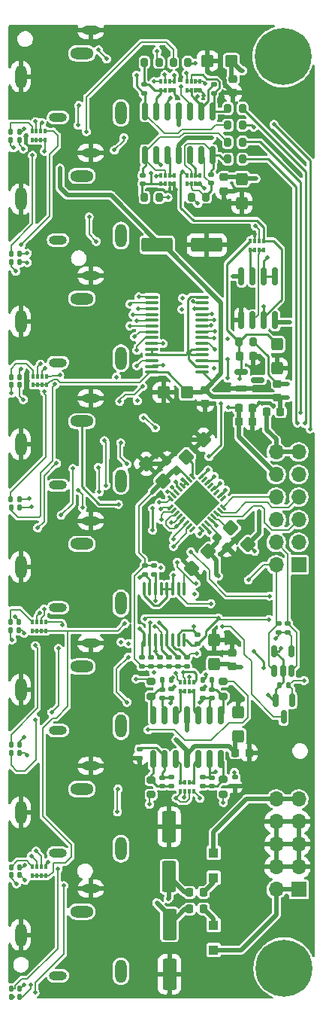
<source format=gbr>
%TF.GenerationSoftware,KiCad,Pcbnew,(6.0.11)*%
%TF.CreationDate,2023-02-21T23:01:43+01:00*%
%TF.ProjectId,eurorack-pmod-pcb,6575726f-7261-4636-9b2d-706d6f642d70,rev?*%
%TF.SameCoordinates,Original*%
%TF.FileFunction,Copper,L1,Top*%
%TF.FilePolarity,Positive*%
%FSLAX46Y46*%
G04 Gerber Fmt 4.6, Leading zero omitted, Abs format (unit mm)*
G04 Created by KiCad (PCBNEW (6.0.11)) date 2023-02-21 23:01:43*
%MOMM*%
%LPD*%
G01*
G04 APERTURE LIST*
G04 Aperture macros list*
%AMRoundRect*
0 Rectangle with rounded corners*
0 $1 Rounding radius*
0 $2 $3 $4 $5 $6 $7 $8 $9 X,Y pos of 4 corners*
0 Add a 4 corners polygon primitive as box body*
4,1,4,$2,$3,$4,$5,$6,$7,$8,$9,$2,$3,0*
0 Add four circle primitives for the rounded corners*
1,1,$1+$1,$2,$3*
1,1,$1+$1,$4,$5*
1,1,$1+$1,$6,$7*
1,1,$1+$1,$8,$9*
0 Add four rect primitives between the rounded corners*
20,1,$1+$1,$2,$3,$4,$5,0*
20,1,$1+$1,$4,$5,$6,$7,0*
20,1,$1+$1,$6,$7,$8,$9,0*
20,1,$1+$1,$8,$9,$2,$3,0*%
%AMRotRect*
0 Rectangle, with rotation*
0 The origin of the aperture is its center*
0 $1 length*
0 $2 width*
0 $3 Rotation angle, in degrees counterclockwise*
0 Add horizontal line*
21,1,$1,$2,0,0,$3*%
G04 Aperture macros list end*
%TA.AperFunction,SMDPad,CuDef*%
%ADD10RoundRect,0.062500X0.282843X-0.194454X-0.194454X0.282843X-0.282843X0.194454X0.194454X-0.282843X0*%
%TD*%
%TA.AperFunction,SMDPad,CuDef*%
%ADD11RoundRect,0.062500X0.282843X0.194454X0.194454X0.282843X-0.282843X-0.194454X-0.194454X-0.282843X0*%
%TD*%
%TA.AperFunction,ComponentPad*%
%ADD12C,0.500000*%
%TD*%
%TA.AperFunction,SMDPad,CuDef*%
%ADD13RotRect,3.700000X3.700000X135.000000*%
%TD*%
%TA.AperFunction,SMDPad,CuDef*%
%ADD14RoundRect,0.147500X0.147500X0.172500X-0.147500X0.172500X-0.147500X-0.172500X0.147500X-0.172500X0*%
%TD*%
%TA.AperFunction,SMDPad,CuDef*%
%ADD15RoundRect,0.200000X-0.200000X-0.275000X0.200000X-0.275000X0.200000X0.275000X-0.200000X0.275000X0*%
%TD*%
%TA.AperFunction,SMDPad,CuDef*%
%ADD16RoundRect,0.150000X-0.150000X0.825000X-0.150000X-0.825000X0.150000X-0.825000X0.150000X0.825000X0*%
%TD*%
%TA.AperFunction,SMDPad,CuDef*%
%ADD17RoundRect,0.140000X0.170000X-0.140000X0.170000X0.140000X-0.170000X0.140000X-0.170000X-0.140000X0*%
%TD*%
%TA.AperFunction,SMDPad,CuDef*%
%ADD18R,0.400000X0.500000*%
%TD*%
%TA.AperFunction,SMDPad,CuDef*%
%ADD19R,0.300000X0.500000*%
%TD*%
%TA.AperFunction,SMDPad,CuDef*%
%ADD20RoundRect,0.200000X0.275000X-0.200000X0.275000X0.200000X-0.275000X0.200000X-0.275000X-0.200000X0*%
%TD*%
%TA.AperFunction,SMDPad,CuDef*%
%ADD21RoundRect,0.225000X0.335876X0.017678X0.017678X0.335876X-0.335876X-0.017678X-0.017678X-0.335876X0*%
%TD*%
%TA.AperFunction,SMDPad,CuDef*%
%ADD22RoundRect,0.225000X0.250000X-0.225000X0.250000X0.225000X-0.250000X0.225000X-0.250000X-0.225000X0*%
%TD*%
%TA.AperFunction,SMDPad,CuDef*%
%ADD23RoundRect,0.135000X-0.185000X0.135000X-0.185000X-0.135000X0.185000X-0.135000X0.185000X0.135000X0*%
%TD*%
%TA.AperFunction,ComponentPad*%
%ADD24C,0.800000*%
%TD*%
%TA.AperFunction,ComponentPad*%
%ADD25C,6.400000*%
%TD*%
%TA.AperFunction,ComponentPad*%
%ADD26O,1.308000X2.616000*%
%TD*%
%TA.AperFunction,ComponentPad*%
%ADD27O,2.016000X1.008000*%
%TD*%
%TA.AperFunction,ComponentPad*%
%ADD28O,2.616000X1.308000*%
%TD*%
%TA.AperFunction,SMDPad,CuDef*%
%ADD29R,1.100000X1.100000*%
%TD*%
%TA.AperFunction,SMDPad,CuDef*%
%ADD30RoundRect,0.135000X0.185000X-0.135000X0.185000X0.135000X-0.185000X0.135000X-0.185000X-0.135000X0*%
%TD*%
%TA.AperFunction,SMDPad,CuDef*%
%ADD31RoundRect,0.225000X-0.225000X-0.250000X0.225000X-0.250000X0.225000X0.250000X-0.225000X0.250000X0*%
%TD*%
%TA.AperFunction,SMDPad,CuDef*%
%ADD32RoundRect,0.250000X-0.017678X-0.618718X0.618718X0.017678X0.017678X0.618718X-0.618718X-0.017678X0*%
%TD*%
%TA.AperFunction,SMDPad,CuDef*%
%ADD33RoundRect,0.135000X-0.135000X-0.185000X0.135000X-0.185000X0.135000X0.185000X-0.135000X0.185000X0*%
%TD*%
%TA.AperFunction,SMDPad,CuDef*%
%ADD34RoundRect,0.140000X-0.170000X0.140000X-0.170000X-0.140000X0.170000X-0.140000X0.170000X0.140000X0*%
%TD*%
%TA.AperFunction,SMDPad,CuDef*%
%ADD35RoundRect,0.200000X-0.275000X0.200000X-0.275000X-0.200000X0.275000X-0.200000X0.275000X0.200000X0*%
%TD*%
%TA.AperFunction,SMDPad,CuDef*%
%ADD36RoundRect,0.218750X0.218750X0.256250X-0.218750X0.256250X-0.218750X-0.256250X0.218750X-0.256250X0*%
%TD*%
%TA.AperFunction,SMDPad,CuDef*%
%ADD37RoundRect,0.218750X-0.256250X0.218750X-0.256250X-0.218750X0.256250X-0.218750X0.256250X0.218750X0*%
%TD*%
%TA.AperFunction,SMDPad,CuDef*%
%ADD38RoundRect,0.250000X0.550000X-1.500000X0.550000X1.500000X-0.550000X1.500000X-0.550000X-1.500000X0*%
%TD*%
%TA.AperFunction,SMDPad,CuDef*%
%ADD39RoundRect,0.150000X-0.587500X-0.150000X0.587500X-0.150000X0.587500X0.150000X-0.587500X0.150000X0*%
%TD*%
%TA.AperFunction,ComponentPad*%
%ADD40R,1.700000X1.700000*%
%TD*%
%TA.AperFunction,ComponentPad*%
%ADD41O,1.700000X1.700000*%
%TD*%
%TA.AperFunction,SMDPad,CuDef*%
%ADD42RoundRect,0.200000X0.200000X0.275000X-0.200000X0.275000X-0.200000X-0.275000X0.200000X-0.275000X0*%
%TD*%
%TA.AperFunction,SMDPad,CuDef*%
%ADD43RoundRect,0.250000X-0.425000X0.450000X-0.425000X-0.450000X0.425000X-0.450000X0.425000X0.450000X0*%
%TD*%
%TA.AperFunction,SMDPad,CuDef*%
%ADD44RoundRect,0.100000X-0.100000X0.637500X-0.100000X-0.637500X0.100000X-0.637500X0.100000X0.637500X0*%
%TD*%
%TA.AperFunction,SMDPad,CuDef*%
%ADD45RoundRect,0.250000X0.425000X-0.450000X0.425000X0.450000X-0.425000X0.450000X-0.425000X-0.450000X0*%
%TD*%
%TA.AperFunction,SMDPad,CuDef*%
%ADD46RoundRect,0.250000X-0.450000X-0.425000X0.450000X-0.425000X0.450000X0.425000X-0.450000X0.425000X0*%
%TD*%
%TA.AperFunction,SMDPad,CuDef*%
%ADD47RoundRect,0.250000X0.450000X0.425000X-0.450000X0.425000X-0.450000X-0.425000X0.450000X-0.425000X0*%
%TD*%
%TA.AperFunction,SMDPad,CuDef*%
%ADD48RoundRect,0.250000X0.618718X-0.017678X-0.017678X0.618718X-0.618718X0.017678X0.017678X-0.618718X0*%
%TD*%
%TA.AperFunction,SMDPad,CuDef*%
%ADD49RoundRect,0.225000X-0.335876X-0.017678X-0.017678X-0.335876X0.335876X0.017678X0.017678X0.335876X0*%
%TD*%
%TA.AperFunction,SMDPad,CuDef*%
%ADD50RoundRect,0.250000X0.017678X0.618718X-0.618718X-0.017678X-0.017678X-0.618718X0.618718X0.017678X0*%
%TD*%
%TA.AperFunction,SMDPad,CuDef*%
%ADD51RoundRect,0.218750X-0.218750X-0.256250X0.218750X-0.256250X0.218750X0.256250X-0.218750X0.256250X0*%
%TD*%
%TA.AperFunction,SMDPad,CuDef*%
%ADD52RoundRect,0.225000X0.225000X0.250000X-0.225000X0.250000X-0.225000X-0.250000X0.225000X-0.250000X0*%
%TD*%
%TA.AperFunction,SMDPad,CuDef*%
%ADD53RoundRect,0.225000X-0.250000X0.225000X-0.250000X-0.225000X0.250000X-0.225000X0.250000X0.225000X0*%
%TD*%
%TA.AperFunction,SMDPad,CuDef*%
%ADD54RoundRect,0.150000X-0.150000X0.587500X-0.150000X-0.587500X0.150000X-0.587500X0.150000X0.587500X0*%
%TD*%
%TA.AperFunction,SMDPad,CuDef*%
%ADD55RoundRect,0.135000X0.135000X0.185000X-0.135000X0.185000X-0.135000X-0.185000X0.135000X-0.185000X0*%
%TD*%
%TA.AperFunction,SMDPad,CuDef*%
%ADD56RoundRect,0.150000X0.150000X-0.825000X0.150000X0.825000X-0.150000X0.825000X-0.150000X-0.825000X0*%
%TD*%
%TA.AperFunction,SMDPad,CuDef*%
%ADD57RoundRect,0.100000X0.637500X0.100000X-0.637500X0.100000X-0.637500X-0.100000X0.637500X-0.100000X0*%
%TD*%
%TA.AperFunction,SMDPad,CuDef*%
%ADD58RoundRect,0.250000X-1.500000X-0.550000X1.500000X-0.550000X1.500000X0.550000X-1.500000X0.550000X0*%
%TD*%
%TA.AperFunction,SMDPad,CuDef*%
%ADD59RoundRect,0.150000X0.150000X-0.512500X0.150000X0.512500X-0.150000X0.512500X-0.150000X-0.512500X0*%
%TD*%
%TA.AperFunction,SMDPad,CuDef*%
%ADD60RoundRect,0.250000X-0.618718X0.017678X0.017678X-0.618718X0.618718X-0.017678X-0.017678X0.618718X0*%
%TD*%
%TA.AperFunction,ViaPad*%
%ADD61C,0.500000*%
%TD*%
%TA.AperFunction,Conductor*%
%ADD62C,0.200000*%
%TD*%
%TA.AperFunction,Conductor*%
%ADD63C,0.254000*%
%TD*%
%TA.AperFunction,Conductor*%
%ADD64C,0.508000*%
%TD*%
%TA.AperFunction,Conductor*%
%ADD65C,0.204000*%
%TD*%
G04 APERTURE END LIST*
D10*
%TO.P,U1,1,SDIN1*%
%TO.N,/SDIN1*%
X1944727Y-56957223D03*
%TO.P,U1,2,SDIN2*%
%TO.N,GNDD*%
X2298280Y-56603670D03*
%TO.P,U1,3,TVDD*%
%TO.N,VDD*%
X2651834Y-56250117D03*
%TO.P,U1,4,VSS2*%
%TO.N,GNDD*%
X3005387Y-55896563D03*
%TO.P,U1,5,AVDRV*%
%TO.N,Net-(C7-Pad1)*%
X3358940Y-55543010D03*
%TO.P,U1,6,LRCK*%
%TO.N,/LRCK*%
X3712494Y-55189457D03*
%TO.P,U1,7,BICK*%
%TO.N,/BICK*%
X4066047Y-54835903D03*
%TO.P,U1,8,MCLK*%
%TO.N,/MCLK*%
X4419600Y-54482350D03*
D11*
%TO.P,U1,9,IN4N/AIN5R/GND6R*%
%TO.N,unconnected-(U1-Pad9)*%
X4419600Y-53492400D03*
%TO.P,U1,10,IN4P/AIN4R/AIN6R*%
%TO.N,/dual_mono_inputs2/IN2_3V*%
X4066047Y-53138847D03*
%TO.P,U1,11,IN3N/AIN5L/GND6L*%
%TO.N,unconnected-(U1-Pad11)*%
X3712494Y-52785293D03*
%TO.P,U1,12,IN3P/AIN4L/AIN6L*%
%TO.N,/dual_mono_inputs2/IN1_3V*%
X3358940Y-52431740D03*
%TO.P,U1,13,IN2N/AIN2R/GND3R*%
%TO.N,unconnected-(U1-Pad13)*%
X3005387Y-52078187D03*
%TO.P,U1,14,IN2P/AIN1R/AIN3R*%
%TO.N,/dual_mono_inputs1/IN2_3V*%
X2651834Y-51724633D03*
%TO.P,U1,15,IN1N/AIN2L/GND3L*%
%TO.N,unconnected-(U1-Pad15)*%
X2298280Y-51371080D03*
%TO.P,U1,16,IN1P/AIN1L/AIN3L*%
%TO.N,/dual_mono_inputs1/IN1_3V*%
X1944727Y-51017527D03*
D10*
%TO.P,U1,17,VCOM*%
%TO.N,Net-(C12-Pad1)*%
X954777Y-51017527D03*
%TO.P,U1,18,AVDD*%
%TO.N,+3.3VA*%
X601224Y-51371080D03*
%TO.P,U1,19,VSS1*%
%TO.N,GND*%
X247670Y-51724633D03*
%TO.P,U1,20,VREFL*%
X-105883Y-52078187D03*
%TO.P,U1,21,VREFH*%
%TO.N,/vref/+3V0_AREF*%
X-459436Y-52431740D03*
%TO.P,U1,22,AOUT1L*%
%TO.N,/dual_mono_outputs1/OUT1*%
X-812990Y-52785293D03*
%TO.P,U1,23,AOUT1R*%
%TO.N,/dual_mono_outputs1/OUT2*%
X-1166543Y-53138847D03*
%TO.P,U1,24,AOUT2L*%
%TO.N,/dual_mono_outputs2/OUT1*%
X-1520096Y-53492400D03*
D11*
%TO.P,U1,25,AOUT2R*%
%TO.N,/dual_mono_outputs2/OUT2*%
X-1520096Y-54482350D03*
%TO.P,U1,26,PDN*%
%TO.N,/PDN*%
X-1166543Y-54835903D03*
%TO.P,U1,27,CAD/~{CS}*%
%TO.N,GNDD*%
X-812990Y-55189457D03*
%TO.P,U1,28,SCL/SCLK*%
%TO.N,/SCL*%
X-459436Y-55543010D03*
%TO.P,U1,29,SI*%
%TO.N,GNDD*%
X-105883Y-55896563D03*
%TO.P,U1,30,SDA/SO*%
%TO.N,/SDA*%
X247670Y-56250117D03*
%TO.P,U1,31,SDOUT1*%
%TO.N,/SDOUT1*%
X601224Y-56603670D03*
%TO.P,U1,32,SDOUT2*%
%TO.N,unconnected-(U1-Pad32)*%
X954777Y-56957223D03*
D12*
%TO.P,U1,33,PAD*%
%TO.N,GND*%
X742645Y-54694482D03*
X2156859Y-54694482D03*
X2156859Y-53280268D03*
X1449752Y-52573161D03*
X742645Y-53280268D03*
X1449752Y-55401589D03*
X1449752Y-53987375D03*
X2863966Y-53987375D03*
X35538Y-53987375D03*
D13*
X1449752Y-53987375D03*
%TD*%
D14*
%TO.P,D7,1,K*%
%TO.N,Net-(D7-Pad1)*%
X-18514200Y-39827200D03*
%TO.P,D7,2,A*%
%TO.N,Net-(D7-Pad2)*%
X-19484200Y-39827200D03*
%TD*%
D15*
%TO.P,R9,1*%
%TO.N,Net-(J5-PadT)*%
X851400Y-19608800D03*
%TO.P,R9,2*%
%TO.N,Net-(C19-Pad1)*%
X2501400Y-19608800D03*
%TD*%
D16*
%TO.P,U9,1*%
%TO.N,Net-(RN7-Pad6)*%
X10312400Y-28513000D03*
%TO.P,U9,2,-*%
X9042400Y-28513000D03*
%TO.P,U9,3,+*%
%TO.N,Net-(RN7-Pad1)*%
X7772400Y-28513000D03*
%TO.P,U9,4,V-*%
%TO.N,-12V*%
X6502400Y-28513000D03*
%TO.P,U9,5,+*%
%TO.N,GND*%
X6502400Y-33463000D03*
%TO.P,U9,6,-*%
%TO.N,Net-(RN7-Pad3)*%
X7772400Y-33463000D03*
%TO.P,U9,7*%
%TO.N,/-VCOM*%
X9042400Y-33463000D03*
%TO.P,U9,8,V+*%
%TO.N,+12V*%
X10312400Y-33463000D03*
%TD*%
D17*
%TO.P,C18,1*%
%TO.N,Net-(C18-Pad1)*%
X-4622800Y-18107600D03*
%TO.P,C18,2*%
%TO.N,Net-(C18-Pad2)*%
X-4622800Y-17147600D03*
%TD*%
D16*
%TO.P,U2,1*%
%TO.N,Net-(C22-Pad2)*%
X4165600Y-77865200D03*
%TO.P,U2,2,-*%
%TO.N,Net-(C22-Pad1)*%
X2895600Y-77865200D03*
%TO.P,U2,3,+*%
%TO.N,Net-(RN5-Pad7)*%
X1625600Y-77865200D03*
%TO.P,U2,4,V+*%
%TO.N,+12V*%
X355600Y-77865200D03*
%TO.P,U2,5,+*%
%TO.N,Net-(RN5-Pad5)*%
X-914400Y-77865200D03*
%TO.P,U2,6,-*%
%TO.N,Net-(C23-Pad1)*%
X-2184400Y-77865200D03*
%TO.P,U2,7*%
%TO.N,Net-(C23-Pad2)*%
X-3454400Y-77865200D03*
%TO.P,U2,8*%
%TO.N,Net-(C24-Pad2)*%
X-3454400Y-82815200D03*
%TO.P,U2,9,-*%
%TO.N,Net-(C24-Pad1)*%
X-2184400Y-82815200D03*
%TO.P,U2,10,+*%
%TO.N,Net-(RN6-Pad7)*%
X-914400Y-82815200D03*
%TO.P,U2,11,V-*%
%TO.N,-12V*%
X355600Y-82815200D03*
%TO.P,U2,12,+*%
%TO.N,Net-(RN6-Pad5)*%
X1625600Y-82815200D03*
%TO.P,U2,13,-*%
%TO.N,Net-(C25-Pad1)*%
X2895600Y-82815200D03*
%TO.P,U2,14*%
%TO.N,Net-(C25-Pad2)*%
X4165600Y-82815200D03*
%TD*%
D14*
%TO.P,D18,1,K*%
%TO.N,Net-(D18-Pad1)*%
X-18514200Y-109524800D03*
%TO.P,D18,2,A*%
%TO.N,Net-(D18-Pad2)*%
X-19484200Y-109524800D03*
%TD*%
D18*
%TO.P,RN11,1,R1.1*%
%TO.N,VDD*%
X-17056800Y-95902400D03*
D19*
%TO.P,RN11,2,R2.1*%
X-16556800Y-95902400D03*
%TO.P,RN11,3,R3.1*%
X-16056800Y-95902400D03*
D18*
%TO.P,RN11,4,R4.1*%
X-15556800Y-95902400D03*
%TO.P,RN11,5,R4.2*%
%TO.N,Net-(D18-Pad2)*%
X-15556800Y-94902400D03*
D19*
%TO.P,RN11,6,R3.2*%
%TO.N,Net-(D17-Pad2)*%
X-16056800Y-94902400D03*
%TO.P,RN11,7,R2.2*%
%TO.N,Net-(D16-Pad2)*%
X-16556800Y-94902400D03*
D18*
%TO.P,RN11,8,R1.2*%
%TO.N,Net-(D15-Pad2)*%
X-17056800Y-94902400D03*
%TD*%
D20*
%TO.P,R18,1*%
%TO.N,Net-(C22-Pad2)*%
X4445000Y-75755000D03*
%TO.P,R18,2*%
%TO.N,Net-(J8-PadT)*%
X4445000Y-74105000D03*
%TD*%
D15*
%TO.P,R13,1*%
%TO.N,Net-(C20-Pad2)*%
X4966200Y-9626600D03*
%TO.P,R13,2*%
%TO.N,/dual_mono_inputs2/IN1_3V*%
X6616200Y-9626600D03*
%TD*%
D21*
%TO.P,C17,1*%
%TO.N,+3.3VA*%
X-796145Y-50334055D03*
%TO.P,C17,2*%
%TO.N,GND*%
X-1892161Y-49238039D03*
%TD*%
D22*
%TO.P,C4,1*%
%TO.N,+12V*%
X5435600Y-72403000D03*
%TO.P,C4,2*%
%TO.N,GND*%
X5435600Y-70853000D03*
%TD*%
D14*
%TO.P,D11,1,K*%
%TO.N,Net-(D11-Pad1)*%
X-18565000Y-67411600D03*
%TO.P,D11,2,A*%
%TO.N,Net-(D11-Pad2)*%
X-19535000Y-67411600D03*
%TD*%
%TO.P,D5,1,K*%
%TO.N,Net-(D5-Pad1)*%
X-18514200Y-26009600D03*
%TO.P,D5,2,A*%
%TO.N,Net-(D5-Pad2)*%
X-19484200Y-26009600D03*
%TD*%
D23*
%TO.P,R2,1*%
%TO.N,/SDA*%
X11734800Y-67562000D03*
%TO.P,R2,2*%
%TO.N,VDD*%
X11734800Y-68582000D03*
%TD*%
D24*
%TO.P,REF\u002A\u002A,1*%
%TO.N,N/C*%
X12873056Y-2112944D03*
X8776000Y-3810000D03*
X9478944Y-2112944D03*
D25*
X11176000Y-3810000D03*
D24*
X12873056Y-5507056D03*
X11176000Y-1410000D03*
X11176000Y-6210000D03*
X13576000Y-3810000D03*
X9478944Y-5507056D03*
%TD*%
D26*
%TO.P,J10,G*%
%TO.N,GND*%
X-18382000Y-88772626D03*
D27*
%TO.P,J10,S*%
X-10482000Y-83572626D03*
D28*
%TO.P,J10,SN*%
%TO.N,/JACK_DETECT_OUT3*%
X-11482000Y-86172626D03*
D27*
%TO.P,J10,T*%
%TO.N,Net-(J10-PadT)*%
X-14182000Y-93372626D03*
D26*
%TO.P,J10,TN*%
%TO.N,unconnected-(J10-PadTN)*%
X-7082000Y-92872626D03*
%TD*%
D29*
%TO.P,D2,1,K*%
%TO.N,Net-(D2-Pad1)*%
X3352800Y-104270000D03*
%TO.P,D2,2,A*%
%TO.N,/C_N12V*%
X3352800Y-101470000D03*
%TD*%
D30*
%TO.P,R8,1*%
%TO.N,/JACK_DETECT_IN2*%
X-4394200Y-62054200D03*
%TO.P,R8,2*%
%TO.N,+3.3VA*%
X-4394200Y-61034200D03*
%TD*%
D31*
%TO.P,C27,1*%
%TO.N,/vref/+3V0_AREF*%
X6260800Y-37515800D03*
%TO.P,C27,2*%
%TO.N,GND*%
X7810800Y-37515800D03*
%TD*%
D15*
%TO.P,R10,1*%
%TO.N,Net-(C19-Pad2)*%
X4966200Y-15341600D03*
%TO.P,R10,2*%
%TO.N,/dual_mono_inputs1/IN2_3V*%
X6616200Y-15341600D03*
%TD*%
D26*
%TO.P,J5,G*%
%TO.N,GND*%
X-18382000Y-19829771D03*
D27*
%TO.P,J5,S*%
X-10482000Y-14629771D03*
D28*
%TO.P,J5,SN*%
%TO.N,/JACK_DETECT_IN2*%
X-11482000Y-17229771D03*
D27*
%TO.P,J5,T*%
%TO.N,Net-(J5-PadT)*%
X-14182000Y-24429771D03*
D26*
%TO.P,J5,TN*%
%TO.N,unconnected-(J5-PadTN)*%
X-7082000Y-23929771D03*
%TD*%
D32*
%TO.P,C12,1*%
%TO.N,Net-(C12-Pad1)*%
X292053Y-48810241D03*
%TO.P,C12,2*%
%TO.N,GND*%
X2201241Y-46901053D03*
%TD*%
D33*
%TO.P,R4,1*%
%TO.N,GNDD*%
X10816400Y-74523600D03*
%TO.P,R4,2*%
%TO.N,/PDN*%
X11836400Y-74523600D03*
%TD*%
D34*
%TO.P,C25,1*%
%TO.N,Net-(C25-Pad1)*%
X3175000Y-84864000D03*
%TO.P,C25,2*%
%TO.N,Net-(C25-Pad2)*%
X3175000Y-85824000D03*
%TD*%
D17*
%TO.P,C19,1*%
%TO.N,Net-(C19-Pad1)*%
X3073400Y-18031400D03*
%TO.P,C19,2*%
%TO.N,Net-(C19-Pad2)*%
X3073400Y-17071400D03*
%TD*%
D18*
%TO.P,RN6,1,R1.1*%
%TO.N,/-VCOM*%
X-369000Y-86428200D03*
D19*
%TO.P,RN6,2,R2.1*%
%TO.N,/dual_mono_outputs2/OUT1*%
X131000Y-86428200D03*
%TO.P,RN6,3,R3.1*%
%TO.N,/-VCOM*%
X631000Y-86428200D03*
D18*
%TO.P,RN6,4,R4.1*%
%TO.N,/dual_mono_outputs2/OUT2*%
X1131000Y-86428200D03*
%TO.P,RN6,5,R4.2*%
%TO.N,Net-(RN6-Pad5)*%
X1131000Y-85428200D03*
D19*
%TO.P,RN6,6,R3.2*%
X631000Y-85428200D03*
%TO.P,RN6,7,R2.2*%
%TO.N,Net-(RN6-Pad7)*%
X131000Y-85428200D03*
D18*
%TO.P,RN6,8,R1.2*%
X-369000Y-85428200D03*
%TD*%
%TO.P,RN7,1,R1.1*%
%TO.N,Net-(RN7-Pad1)*%
X7501000Y-25527000D03*
D19*
%TO.P,RN7,2,R2.1*%
X8001000Y-25527000D03*
%TO.P,RN7,3,R3.1*%
%TO.N,Net-(RN7-Pad3)*%
X8501000Y-25527000D03*
D18*
%TO.P,RN7,4,R4.1*%
X9001000Y-25527000D03*
%TO.P,RN7,5,R4.2*%
%TO.N,/-VCOM*%
X9001000Y-24527000D03*
D19*
%TO.P,RN7,6,R3.2*%
%TO.N,Net-(RN7-Pad6)*%
X8501000Y-24527000D03*
%TO.P,RN7,7,R2.2*%
%TO.N,GND*%
X8001000Y-24527000D03*
D18*
%TO.P,RN7,8,R1.2*%
%TO.N,/vref/+3V0_AREF*%
X7501000Y-24527000D03*
%TD*%
D35*
%TO.P,R26,1*%
%TO.N,Net-(C24-Pad2)*%
X-3683000Y-85154000D03*
%TO.P,R26,2*%
%TO.N,Net-(J10-PadT)*%
X-3683000Y-86804000D03*
%TD*%
D22*
%TO.P,C9,1*%
%TO.N,GND*%
X5537200Y-7874600D03*
%TO.P,C9,2*%
%TO.N,-12V*%
X5537200Y-6324600D03*
%TD*%
D36*
%TO.P,L5,1*%
%TO.N,VDD*%
X10896700Y-43738800D03*
%TO.P,L5,2*%
%TO.N,/C_3V3*%
X9321700Y-43738800D03*
%TD*%
D23*
%TO.P,R24,1*%
%TO.N,GND*%
X-1397000Y-74928000D03*
%TO.P,R24,2*%
%TO.N,Net-(C23-Pad1)*%
X-1397000Y-75948000D03*
%TD*%
D14*
%TO.P,D15,1,K*%
%TO.N,Net-(D15-Pad1)*%
X-18514200Y-94945200D03*
%TO.P,D15,2,A*%
%TO.N,Net-(D15-Pad2)*%
X-19484200Y-94945200D03*
%TD*%
D15*
%TO.P,R33,1*%
%TO.N,/vref/+3V0_AREF*%
X6210800Y-35864800D03*
%TO.P,R33,2*%
%TO.N,+3.3VA*%
X7860800Y-35864800D03*
%TD*%
D18*
%TO.P,RN8,1,R1.1*%
%TO.N,VDD*%
X-17107600Y-13200000D03*
D19*
%TO.P,RN8,2,R2.1*%
X-16607600Y-13200000D03*
%TO.P,RN8,3,R3.1*%
X-16107600Y-13200000D03*
D18*
%TO.P,RN8,4,R4.1*%
X-15607600Y-13200000D03*
%TO.P,RN8,5,R4.2*%
%TO.N,Net-(D6-Pad2)*%
X-15607600Y-12200000D03*
D19*
%TO.P,RN8,6,R3.2*%
%TO.N,Net-(D5-Pad2)*%
X-16107600Y-12200000D03*
%TO.P,RN8,7,R2.2*%
%TO.N,Net-(D4-Pad2)*%
X-16607600Y-12200000D03*
D18*
%TO.P,RN8,8,R1.2*%
%TO.N,Net-(D3-Pad2)*%
X-17107600Y-12200000D03*
%TD*%
D14*
%TO.P,D9,1,K*%
%TO.N,Net-(D9-Pad1)*%
X-18530100Y-53594000D03*
%TO.P,D9,2,A*%
%TO.N,Net-(D9-Pad2)*%
X-19500100Y-53594000D03*
%TD*%
D37*
%TO.P,L6,1*%
%TO.N,+3.3VA*%
X10566400Y-40589100D03*
%TO.P,L6,2*%
%TO.N,VDD*%
X10566400Y-42164100D03*
%TD*%
D24*
%TO.P,REF\u002A\u002A,1*%
%TO.N,N/C*%
X11303000Y-108699000D03*
X13000056Y-107996056D03*
X9605944Y-104601944D03*
X13000056Y-104601944D03*
D25*
X11303000Y-106299000D03*
D24*
X9605944Y-107996056D03*
X13703000Y-106299000D03*
X11303000Y-103899000D03*
X8903000Y-106299000D03*
%TD*%
D38*
%TO.P,C5,1*%
%TO.N,+12V*%
X-1651000Y-96018000D03*
%TO.P,C5,2*%
%TO.N,GND*%
X-1651000Y-90418000D03*
%TD*%
D18*
%TO.P,RN10,1,R1.1*%
%TO.N,VDD*%
X-17056800Y-68368800D03*
D19*
%TO.P,RN10,2,R2.1*%
X-16556800Y-68368800D03*
%TO.P,RN10,3,R3.1*%
X-16056800Y-68368800D03*
D18*
%TO.P,RN10,4,R4.1*%
X-15556800Y-68368800D03*
%TO.P,RN10,5,R4.2*%
%TO.N,Net-(D14-Pad2)*%
X-15556800Y-67368800D03*
D19*
%TO.P,RN10,6,R3.2*%
%TO.N,Net-(D13-Pad2)*%
X-16056800Y-67368800D03*
%TO.P,RN10,7,R2.2*%
%TO.N,Net-(D12-Pad2)*%
X-16556800Y-67368800D03*
D18*
%TO.P,RN10,8,R1.2*%
%TO.N,Net-(D11-Pad2)*%
X-17056800Y-67368800D03*
%TD*%
D39*
%TO.P,U8,1,K*%
%TO.N,/vref/+3V0_AREF*%
X6479300Y-39232800D03*
%TO.P,U8,2,A*%
%TO.N,GND*%
X6479300Y-41132800D03*
%TO.P,U8,3*%
%TO.N,N/C*%
X8354300Y-40182800D03*
%TD*%
D40*
%TO.P,J1,1,Pin_1*%
%TO.N,Net-(D2-Pad1)*%
X12954000Y-97459800D03*
D41*
%TO.P,J1,2,Pin_2*%
X10414000Y-97459800D03*
%TO.P,J1,3,Pin_3*%
%TO.N,GND*%
X12954000Y-94919800D03*
%TO.P,J1,4,Pin_4*%
X10414000Y-94919800D03*
%TO.P,J1,5,Pin_5*%
X12954000Y-92379800D03*
%TO.P,J1,6,Pin_6*%
X10414000Y-92379800D03*
%TO.P,J1,7,Pin_7*%
X12954000Y-89839800D03*
%TO.P,J1,8,Pin_8*%
X10414000Y-89839800D03*
%TO.P,J1,9,Pin_9*%
%TO.N,Net-(D1-Pad2)*%
X12954000Y-87299800D03*
%TO.P,J1,10,Pin_10*%
X10414000Y-87299800D03*
%TD*%
D18*
%TO.P,RN3,1,R1.1*%
%TO.N,Net-(C20-Pad1)*%
X342200Y-7586600D03*
D19*
%TO.P,RN3,2,R2.1*%
X842200Y-7586600D03*
%TO.P,RN3,3,R3.1*%
%TO.N,GND*%
X1342200Y-7586600D03*
D18*
%TO.P,RN3,4,R4.1*%
X1842200Y-7586600D03*
%TO.P,RN3,5,R4.2*%
%TO.N,Net-(RN3-Pad5)*%
X1842200Y-6586600D03*
D19*
%TO.P,RN3,6,R3.2*%
X1342200Y-6586600D03*
%TO.P,RN3,7,R2.2*%
%TO.N,Net-(C20-Pad2)*%
X842200Y-6586600D03*
D18*
%TO.P,RN3,8,R1.2*%
%TO.N,/-VCOM*%
X342200Y-6586600D03*
%TD*%
D42*
%TO.P,R15,1*%
%TO.N,Net-(J7-PadT)*%
X-2781800Y-4445000D03*
%TO.P,R15,2*%
%TO.N,Net-(C21-Pad1)*%
X-4431800Y-4445000D03*
%TD*%
D43*
%TO.P,C1,1*%
%TO.N,+12V*%
X6553200Y-17573000D03*
%TO.P,C1,2*%
%TO.N,GND*%
X6553200Y-20273000D03*
%TD*%
D42*
%TO.P,R6,1*%
%TO.N,Net-(J4-PadT)*%
X-2781800Y-19659600D03*
%TO.P,R6,2*%
%TO.N,Net-(C18-Pad1)*%
X-4431800Y-19659600D03*
%TD*%
D35*
%TO.P,R30,1*%
%TO.N,Net-(C25-Pad2)*%
X4470400Y-85077800D03*
%TO.P,R30,2*%
%TO.N,Net-(J11-PadT)*%
X4470400Y-86727800D03*
%TD*%
D33*
%TO.P,R23,1*%
%TO.N,Net-(C23-Pad2)*%
X-2415000Y-73914000D03*
%TO.P,R23,2*%
%TO.N,Net-(C23-Pad1)*%
X-1395000Y-73914000D03*
%TD*%
D18*
%TO.P,RN1,1,R1.1*%
%TO.N,Net-(C18-Pad1)*%
X-2578800Y-18127600D03*
D19*
%TO.P,RN1,2,R2.1*%
X-2078800Y-18127600D03*
%TO.P,RN1,3,R3.1*%
%TO.N,GND*%
X-1578800Y-18127600D03*
D18*
%TO.P,RN1,4,R4.1*%
X-1078800Y-18127600D03*
%TO.P,RN1,5,R4.2*%
%TO.N,Net-(RN1-Pad5)*%
X-1078800Y-17127600D03*
D19*
%TO.P,RN1,6,R3.2*%
X-1578800Y-17127600D03*
%TO.P,RN1,7,R2.2*%
%TO.N,Net-(C18-Pad2)*%
X-2078800Y-17127600D03*
D18*
%TO.P,RN1,8,R1.2*%
%TO.N,/-VCOM*%
X-2578800Y-17127600D03*
%TD*%
D23*
%TO.P,R25,1*%
%TO.N,/JACK_DETECT_OUT3*%
X-660400Y-71346600D03*
%TO.P,R25,2*%
%TO.N,+3.3VA*%
X-660400Y-72366600D03*
%TD*%
D43*
%TO.P,C26,1*%
%TO.N,/vref/+3V0_AREF*%
X10515600Y-36165800D03*
%TO.P,C26,2*%
%TO.N,GND*%
X10515600Y-38865800D03*
%TD*%
D44*
%TO.P,U4,1,SCL*%
%TO.N,/SCL*%
X65200Y-63660100D03*
%TO.P,U4,2,SDA*%
%TO.N,/SDA*%
X-584800Y-63660100D03*
%TO.P,U4,3,A0*%
%TO.N,GNDD*%
X-1234800Y-63660100D03*
%TO.P,U4,4,A1*%
X-1884800Y-63660100D03*
%TO.P,U4,5,A2*%
X-2534800Y-63660100D03*
%TO.P,U4,6,IO0*%
%TO.N,/JACK_DETECT_IN1*%
X-3184800Y-63660100D03*
%TO.P,U4,7,IO1*%
%TO.N,/JACK_DETECT_IN2*%
X-3834800Y-63660100D03*
%TO.P,U4,8,VSS*%
%TO.N,GNDD*%
X-4484800Y-63660100D03*
%TO.P,U4,9,IO2*%
%TO.N,/JACK_DETECT_IN3*%
X-4484800Y-69385100D03*
%TO.P,U4,10,IO3*%
%TO.N,/JACK_DETECT_IN4*%
X-3834800Y-69385100D03*
%TO.P,U4,11,IO4*%
%TO.N,/JACK_DETECT_OUT1*%
X-3184800Y-69385100D03*
%TO.P,U4,12,IO5*%
%TO.N,/JACK_DETECT_OUT2*%
X-2534800Y-69385100D03*
%TO.P,U4,13,IO6*%
%TO.N,/JACK_DETECT_OUT3*%
X-1884800Y-69385100D03*
%TO.P,U4,14,IO7*%
%TO.N,/JACK_DETECT_OUT4*%
X-1234800Y-69385100D03*
%TO.P,U4,15,~{RESET}*%
%TO.N,/~{PDN}*%
X-584800Y-69385100D03*
%TO.P,U4,16,VDD*%
%TO.N,VDD*%
X65200Y-69385100D03*
%TD*%
D45*
%TO.P,C3,1*%
%TO.N,+12V*%
X3454400Y-72114400D03*
%TO.P,C3,2*%
%TO.N,GND*%
X3454400Y-69414400D03*
%TD*%
D29*
%TO.P,D1,1,K*%
%TO.N,/C_P12V*%
X3352800Y-96142000D03*
%TO.P,D1,2,A*%
%TO.N,Net-(D1-Pad2)*%
X3352800Y-93342000D03*
%TD*%
D14*
%TO.P,D6,1,K*%
%TO.N,Net-(D6-Pad1)*%
X-18514200Y-26924000D03*
%TO.P,D6,2,A*%
%TO.N,Net-(D6-Pad2)*%
X-19484200Y-26924000D03*
%TD*%
D23*
%TO.P,R11,1*%
%TO.N,/JACK_DETECT_IN3*%
X-4724400Y-71346600D03*
%TO.P,R11,2*%
%TO.N,+3.3VA*%
X-4724400Y-72366600D03*
%TD*%
D46*
%TO.P,C8,1*%
%TO.N,GND*%
X2663200Y-4292600D03*
%TO.P,C8,2*%
%TO.N,-12V*%
X5363200Y-4292600D03*
%TD*%
D47*
%TO.P,C28,1*%
%TO.N,VDD*%
X410200Y-41579800D03*
%TO.P,C28,2*%
%TO.N,GND*%
X-2289800Y-41579800D03*
%TD*%
D48*
%TO.P,C16,1*%
%TO.N,+3.3VA*%
X-2319959Y-51502641D03*
%TO.P,C16,2*%
%TO.N,GND*%
X-4229147Y-49593453D03*
%TD*%
D49*
%TO.P,C14,1*%
%TO.N,VDD*%
X3797439Y-57924839D03*
%TO.P,C14,2*%
%TO.N,GND*%
X4893455Y-59020855D03*
%TD*%
D26*
%TO.P,J9,G*%
%TO.N,GND*%
X-18382000Y-74984055D03*
D27*
%TO.P,J9,S*%
X-10482000Y-69784055D03*
D28*
%TO.P,J9,SN*%
%TO.N,/JACK_DETECT_OUT2*%
X-11482000Y-72384055D03*
D27*
%TO.P,J9,T*%
%TO.N,Net-(J9-PadT)*%
X-14182000Y-79584055D03*
D26*
%TO.P,J9,TN*%
%TO.N,unconnected-(J9-PadTN)*%
X-7082000Y-79084055D03*
%TD*%
D43*
%TO.P,C10,1*%
%TO.N,GND*%
X6146800Y-77542400D03*
%TO.P,C10,2*%
%TO.N,-12V*%
X6146800Y-80242400D03*
%TD*%
D30*
%TO.P,R27,1*%
%TO.N,Net-(C24-Pad2)*%
X-1397000Y-85854000D03*
%TO.P,R27,2*%
%TO.N,Net-(C24-Pad1)*%
X-1397000Y-84834000D03*
%TD*%
D17*
%TO.P,C23,1*%
%TO.N,Net-(C23-Pad1)*%
X-2413000Y-75918000D03*
%TO.P,C23,2*%
%TO.N,Net-(C23-Pad2)*%
X-2413000Y-74958000D03*
%TD*%
D50*
%TO.P,C13,1*%
%TO.N,VDD*%
X2760041Y-59448653D03*
%TO.P,C13,2*%
%TO.N,GND*%
X850853Y-61357841D03*
%TD*%
D18*
%TO.P,RN2,1,R1.1*%
%TO.N,Net-(C19-Pad1)*%
X342200Y-18127600D03*
D19*
%TO.P,RN2,2,R2.1*%
X842200Y-18127600D03*
%TO.P,RN2,3,R3.1*%
%TO.N,GND*%
X1342200Y-18127600D03*
D18*
%TO.P,RN2,4,R4.1*%
X1842200Y-18127600D03*
%TO.P,RN2,5,R4.2*%
%TO.N,Net-(RN2-Pad5)*%
X1842200Y-17127600D03*
D19*
%TO.P,RN2,6,R3.2*%
X1342200Y-17127600D03*
%TO.P,RN2,7,R2.2*%
%TO.N,Net-(C19-Pad2)*%
X842200Y-17127600D03*
D18*
%TO.P,RN2,8,R1.2*%
%TO.N,/-VCOM*%
X342200Y-17127600D03*
%TD*%
D36*
%TO.P,L4,1*%
%TO.N,GND*%
X7772500Y-44856400D03*
%TO.P,L4,2*%
%TO.N,GNDD*%
X6197500Y-44856400D03*
%TD*%
D51*
%TO.P,L2,1*%
%TO.N,-12V*%
X660300Y-99645452D03*
%TO.P,L2,2*%
%TO.N,/C_N12V*%
X2235300Y-99645452D03*
%TD*%
D17*
%TO.P,C22,1*%
%TO.N,Net-(C22-Pad1)*%
X3175000Y-75918000D03*
%TO.P,C22,2*%
%TO.N,Net-(C22-Pad2)*%
X3175000Y-74958000D03*
%TD*%
D30*
%TO.P,R31,1*%
%TO.N,Net-(C25-Pad2)*%
X2159000Y-85852000D03*
%TO.P,R31,2*%
%TO.N,Net-(C25-Pad1)*%
X2159000Y-84832000D03*
%TD*%
D14*
%TO.P,D12,1,K*%
%TO.N,Net-(D12-Pad1)*%
X-18565000Y-68326000D03*
%TO.P,D12,2,A*%
%TO.N,Net-(D12-Pad2)*%
X-19535000Y-68326000D03*
%TD*%
D52*
%TO.P,C11,1*%
%TO.N,GND*%
X7379000Y-82092800D03*
%TO.P,C11,2*%
%TO.N,-12V*%
X5829000Y-82092800D03*
%TD*%
D23*
%TO.P,R20,1*%
%TO.N,GND*%
X2159000Y-74928000D03*
%TO.P,R20,2*%
%TO.N,Net-(C22-Pad1)*%
X2159000Y-75948000D03*
%TD*%
D20*
%TO.P,R22,1*%
%TO.N,Net-(C23-Pad2)*%
X-3683000Y-75755000D03*
%TO.P,R22,2*%
%TO.N,Net-(J9-PadT)*%
X-3683000Y-74105000D03*
%TD*%
D14*
%TO.P,D4,1,K*%
%TO.N,Net-(D4-Pad1)*%
X-18530100Y-13157200D03*
%TO.P,D4,2,A*%
%TO.N,Net-(D4-Pad2)*%
X-19500100Y-13157200D03*
%TD*%
D15*
%TO.P,R16,1*%
%TO.N,Net-(C21-Pad2)*%
X4966200Y-11531600D03*
%TO.P,R16,2*%
%TO.N,/dual_mono_inputs2/IN2_3V*%
X6616200Y-11531600D03*
%TD*%
D23*
%TO.P,R29,1*%
%TO.N,/JACK_DETECT_OUT4*%
X355600Y-71346600D03*
%TO.P,R29,2*%
%TO.N,+3.3VA*%
X355600Y-72366600D03*
%TD*%
D14*
%TO.P,D16,1,K*%
%TO.N,Net-(D16-Pad1)*%
X-18514200Y-95859600D03*
%TO.P,D16,2,A*%
%TO.N,Net-(D16-Pad2)*%
X-19484200Y-95859600D03*
%TD*%
D53*
%TO.P,C29,1*%
%TO.N,VDD*%
X2413000Y-41262000D03*
%TO.P,C29,2*%
%TO.N,GND*%
X2413000Y-42812000D03*
%TD*%
D51*
%TO.P,L1,1*%
%TO.N,+12V*%
X660300Y-97795000D03*
%TO.P,L1,2*%
%TO.N,/C_P12V*%
X2235300Y-97795000D03*
%TD*%
D14*
%TO.P,D17,1,K*%
%TO.N,Net-(D17-Pad1)*%
X-18514200Y-108610400D03*
%TO.P,D17,2,A*%
%TO.N,Net-(D17-Pad2)*%
X-19484200Y-108610400D03*
%TD*%
D36*
%TO.P,L3,1*%
%TO.N,GND*%
X7772500Y-43357800D03*
%TO.P,L3,2*%
%TO.N,GNDD*%
X6197500Y-43357800D03*
%TD*%
D23*
%TO.P,R3,1*%
%TO.N,/~{PDN}*%
X1524000Y-68779200D03*
%TO.P,R3,2*%
%TO.N,VDD*%
X1524000Y-69799200D03*
%TD*%
D54*
%TO.P,Q1,1,G*%
%TO.N,/PDN*%
X12227600Y-76176900D03*
%TO.P,Q1,2,S*%
%TO.N,GNDD*%
X10327600Y-76176900D03*
%TO.P,Q1,3,D*%
%TO.N,/~{PDN}*%
X11277600Y-78051900D03*
%TD*%
D15*
%TO.P,R12,1*%
%TO.N,Net-(J6-PadT)*%
X-1193800Y-4470400D03*
%TO.P,R12,2*%
%TO.N,Net-(C20-Pad1)*%
X456200Y-4470400D03*
%TD*%
D53*
%TO.P,C2,1*%
%TO.N,+12V*%
X4546600Y-17360600D03*
%TO.P,C2,2*%
%TO.N,GND*%
X4546600Y-18910600D03*
%TD*%
D15*
%TO.P,R7,1*%
%TO.N,Net-(C18-Pad2)*%
X4966200Y-13436600D03*
%TO.P,R7,2*%
%TO.N,/dual_mono_inputs1/IN1_3V*%
X6616200Y-13436600D03*
%TD*%
D30*
%TO.P,R5,1*%
%TO.N,/JACK_DETECT_IN1*%
X-3378200Y-62054200D03*
%TO.P,R5,2*%
%TO.N,+3.3VA*%
X-3378200Y-61034200D03*
%TD*%
D26*
%TO.P,J11,G*%
%TO.N,GND*%
X-18382000Y-102561200D03*
D27*
%TO.P,J11,S*%
X-10482000Y-97361200D03*
D28*
%TO.P,J11,SN*%
%TO.N,/JACK_DETECT_OUT4*%
X-11482000Y-99961200D03*
D27*
%TO.P,J11,T*%
%TO.N,Net-(J11-PadT)*%
X-14182000Y-107161200D03*
D26*
%TO.P,J11,TN*%
%TO.N,unconnected-(J11-PadTN)*%
X-7082000Y-106661200D03*
%TD*%
D18*
%TO.P,RN9,1,R1.1*%
%TO.N,VDD*%
X-16955200Y-40733600D03*
D19*
%TO.P,RN9,2,R2.1*%
X-16455200Y-40733600D03*
%TO.P,RN9,3,R3.1*%
X-15955200Y-40733600D03*
D18*
%TO.P,RN9,4,R4.1*%
X-15455200Y-40733600D03*
%TO.P,RN9,5,R4.2*%
%TO.N,Net-(D10-Pad2)*%
X-15455200Y-39733600D03*
D19*
%TO.P,RN9,6,R3.2*%
%TO.N,Net-(D9-Pad2)*%
X-15955200Y-39733600D03*
%TO.P,RN9,7,R2.2*%
%TO.N,Net-(D8-Pad2)*%
X-16455200Y-39733600D03*
D18*
%TO.P,RN9,8,R1.2*%
%TO.N,Net-(D7-Pad2)*%
X-16955200Y-39733600D03*
%TD*%
D55*
%TO.P,R19,1*%
%TO.N,Net-(C22-Pad2)*%
X3177000Y-73914000D03*
%TO.P,R19,2*%
%TO.N,Net-(C22-Pad1)*%
X2157000Y-73914000D03*
%TD*%
D30*
%TO.P,R28,1*%
%TO.N,GND*%
X-4953000Y-82679000D03*
%TO.P,R28,2*%
%TO.N,Net-(C24-Pad1)*%
X-4953000Y-81659000D03*
%TD*%
D14*
%TO.P,D14,1,K*%
%TO.N,Net-(D14-Pad1)*%
X-18514200Y-82092800D03*
%TO.P,D14,2,A*%
%TO.N,Net-(D14-Pad2)*%
X-19484200Y-82092800D03*
%TD*%
%TO.P,D8,1,K*%
%TO.N,Net-(D8-Pad1)*%
X-18514200Y-40741600D03*
%TO.P,D8,2,A*%
%TO.N,Net-(D8-Pad2)*%
X-19484200Y-40741600D03*
%TD*%
D18*
%TO.P,RN4,1,R1.1*%
%TO.N,Net-(C21-Pad1)*%
X-2578800Y-7586600D03*
D19*
%TO.P,RN4,2,R2.1*%
X-2078800Y-7586600D03*
%TO.P,RN4,3,R3.1*%
%TO.N,GND*%
X-1578800Y-7586600D03*
D18*
%TO.P,RN4,4,R4.1*%
X-1078800Y-7586600D03*
%TO.P,RN4,5,R4.2*%
%TO.N,Net-(RN4-Pad5)*%
X-1078800Y-6586600D03*
D19*
%TO.P,RN4,6,R3.2*%
X-1578800Y-6586600D03*
%TO.P,RN4,7,R2.2*%
%TO.N,Net-(C21-Pad2)*%
X-2078800Y-6586600D03*
D18*
%TO.P,RN4,8,R1.2*%
%TO.N,/-VCOM*%
X-2578800Y-6586600D03*
%TD*%
D34*
%TO.P,C20,1*%
%TO.N,Net-(C20-Pad1)*%
X3378200Y-6959600D03*
%TO.P,C20,2*%
%TO.N,Net-(C20-Pad2)*%
X3378200Y-7919600D03*
%TD*%
%TO.P,C24,1*%
%TO.N,Net-(C24-Pad1)*%
X-2413000Y-84864000D03*
%TO.P,C24,2*%
%TO.N,Net-(C24-Pad2)*%
X-2413000Y-85824000D03*
%TD*%
D23*
%TO.P,R1,1*%
%TO.N,/SCL*%
X10718800Y-67562000D03*
%TO.P,R1,2*%
%TO.N,VDD*%
X10718800Y-68582000D03*
%TD*%
%TO.P,R14,1*%
%TO.N,/JACK_DETECT_IN4*%
X-3708400Y-71346600D03*
%TO.P,R14,2*%
%TO.N,+3.3VA*%
X-3708400Y-72366600D03*
%TD*%
%TO.P,R17,1*%
%TO.N,/JACK_DETECT_OUT1*%
X-2692400Y-71346600D03*
%TO.P,R17,2*%
%TO.N,+3.3VA*%
X-2692400Y-72366600D03*
%TD*%
D56*
%TO.P,U3,1*%
%TO.N,Net-(C18-Pad2)*%
X-4368800Y-14895600D03*
%TO.P,U3,2,-*%
%TO.N,Net-(C18-Pad1)*%
X-3098800Y-14895600D03*
%TO.P,U3,3,+*%
%TO.N,Net-(RN1-Pad5)*%
X-1828800Y-14895600D03*
%TO.P,U3,4,V+*%
%TO.N,+12V*%
X-558800Y-14895600D03*
%TO.P,U3,5,+*%
%TO.N,Net-(RN2-Pad5)*%
X711200Y-14895600D03*
%TO.P,U3,6,-*%
%TO.N,Net-(C19-Pad1)*%
X1981200Y-14895600D03*
%TO.P,U3,7*%
%TO.N,Net-(C19-Pad2)*%
X3251200Y-14895600D03*
%TO.P,U3,8*%
%TO.N,Net-(C20-Pad2)*%
X3251200Y-9945600D03*
%TO.P,U3,9,-*%
%TO.N,Net-(C20-Pad1)*%
X1981200Y-9945600D03*
%TO.P,U3,10,+*%
%TO.N,Net-(RN3-Pad5)*%
X711200Y-9945600D03*
%TO.P,U3,11,V-*%
%TO.N,-12V*%
X-558800Y-9945600D03*
%TO.P,U3,12,+*%
%TO.N,Net-(RN4-Pad5)*%
X-1828800Y-9945600D03*
%TO.P,U3,13,-*%
%TO.N,Net-(C21-Pad1)*%
X-3098800Y-9945600D03*
%TO.P,U3,14*%
%TO.N,Net-(C21-Pad2)*%
X-4368800Y-9945600D03*
%TD*%
D26*
%TO.P,J7,G*%
%TO.N,GND*%
X-18382000Y-47406913D03*
D27*
%TO.P,J7,S*%
X-10482000Y-42206913D03*
D28*
%TO.P,J7,SN*%
%TO.N,/JACK_DETECT_IN4*%
X-11482000Y-44806913D03*
D27*
%TO.P,J7,T*%
%TO.N,Net-(J7-PadT)*%
X-14182000Y-52006913D03*
D26*
%TO.P,J7,TN*%
%TO.N,unconnected-(J7-PadTN)*%
X-7082000Y-51506913D03*
%TD*%
D18*
%TO.P,RN5,1,R1.1*%
%TO.N,/-VCOM*%
X1131000Y-74176000D03*
D19*
%TO.P,RN5,2,R2.1*%
%TO.N,/dual_mono_outputs1/OUT1*%
X631000Y-74176000D03*
%TO.P,RN5,3,R3.1*%
%TO.N,/-VCOM*%
X131000Y-74176000D03*
D18*
%TO.P,RN5,4,R4.1*%
%TO.N,/dual_mono_outputs1/OUT2*%
X-369000Y-74176000D03*
%TO.P,RN5,5,R4.2*%
%TO.N,Net-(RN5-Pad5)*%
X-369000Y-75176000D03*
D19*
%TO.P,RN5,6,R3.2*%
X131000Y-75176000D03*
%TO.P,RN5,7,R2.2*%
%TO.N,Net-(RN5-Pad7)*%
X631000Y-75176000D03*
D18*
%TO.P,RN5,8,R1.2*%
X1131000Y-75176000D03*
%TD*%
D23*
%TO.P,R21,1*%
%TO.N,/JACK_DETECT_OUT2*%
X-1676400Y-71346600D03*
%TO.P,R21,2*%
%TO.N,+3.3VA*%
X-1676400Y-72366600D03*
%TD*%
D30*
%TO.P,R32,1*%
%TO.N,GND*%
X5791200Y-85852000D03*
%TO.P,R32,2*%
%TO.N,Net-(C25-Pad1)*%
X5791200Y-84832000D03*
%TD*%
D57*
%TO.P,U10,1,A0*%
%TO.N,VDD*%
X2075100Y-39302400D03*
%TO.P,U10,2,A1*%
%TO.N,GNDD*%
X2075100Y-38652400D03*
%TO.P,U10,3,A2*%
%TO.N,VDD*%
X2075100Y-38002400D03*
%TO.P,U10,4,A3*%
%TO.N,GNDD*%
X2075100Y-37352400D03*
%TO.P,U10,5,A4*%
X2075100Y-36702400D03*
%TO.P,U10,6,LED0*%
%TO.N,Net-(D3-Pad1)*%
X2075100Y-36052400D03*
%TO.P,U10,7,LED1*%
%TO.N,Net-(D4-Pad1)*%
X2075100Y-35402400D03*
%TO.P,U10,8,LED2*%
%TO.N,Net-(D5-Pad1)*%
X2075100Y-34752400D03*
%TO.P,U10,9,LED3*%
%TO.N,Net-(D6-Pad1)*%
X2075100Y-34102400D03*
%TO.P,U10,10,LED4*%
%TO.N,Net-(D7-Pad1)*%
X2075100Y-33452400D03*
%TO.P,U10,11,LED5*%
%TO.N,Net-(D8-Pad1)*%
X2075100Y-32802400D03*
%TO.P,U10,12,LED6*%
%TO.N,Net-(D9-Pad1)*%
X2075100Y-32152400D03*
%TO.P,U10,13,LED7*%
%TO.N,Net-(D10-Pad1)*%
X2075100Y-31502400D03*
%TO.P,U10,14,VSS*%
%TO.N,GNDD*%
X2075100Y-30852400D03*
%TO.P,U10,15,LED8*%
%TO.N,Net-(D11-Pad1)*%
X-3649900Y-30852400D03*
%TO.P,U10,16,LED9*%
%TO.N,Net-(D12-Pad1)*%
X-3649900Y-31502400D03*
%TO.P,U10,17,LED10*%
%TO.N,Net-(D13-Pad1)*%
X-3649900Y-32152400D03*
%TO.P,U10,18,LED11*%
%TO.N,Net-(D14-Pad1)*%
X-3649900Y-32802400D03*
%TO.P,U10,19,LED12*%
%TO.N,Net-(D15-Pad1)*%
X-3649900Y-33452400D03*
%TO.P,U10,20,LED13*%
%TO.N,Net-(D16-Pad1)*%
X-3649900Y-34102400D03*
%TO.P,U10,21,LED14*%
%TO.N,Net-(D17-Pad1)*%
X-3649900Y-34752400D03*
%TO.P,U10,22,LED15*%
%TO.N,Net-(D18-Pad1)*%
X-3649900Y-35402400D03*
%TO.P,U10,23,~{OE}*%
%TO.N,/~{PDN}*%
X-3649900Y-36052400D03*
%TO.P,U10,24,A5*%
%TO.N,GNDD*%
X-3649900Y-36702400D03*
%TO.P,U10,25,A6*%
X-3649900Y-37352400D03*
%TO.P,U10,26,SCL*%
%TO.N,/SCL*%
X-3649900Y-38002400D03*
%TO.P,U10,27,SDA*%
%TO.N,/SDA*%
X-3649900Y-38652400D03*
%TO.P,U10,28,VDD*%
%TO.N,VDD*%
X-3649900Y-39302400D03*
%TD*%
D58*
%TO.P,C15,1*%
%TO.N,VDD*%
X-3003200Y-24968200D03*
%TO.P,C15,2*%
%TO.N,GND*%
X2596800Y-24968200D03*
%TD*%
D34*
%TO.P,C21,1*%
%TO.N,Net-(C21-Pad1)*%
X-4495800Y-6959600D03*
%TO.P,C21,2*%
%TO.N,Net-(C21-Pad2)*%
X-4495800Y-7919600D03*
%TD*%
D14*
%TO.P,D3,1,K*%
%TO.N,Net-(D3-Pad1)*%
X-18530100Y-12242800D03*
%TO.P,D3,2,A*%
%TO.N,Net-(D3-Pad2)*%
X-19500100Y-12242800D03*
%TD*%
D26*
%TO.P,J4,G*%
%TO.N,GND*%
X-18382000Y-6041200D03*
D27*
%TO.P,J4,S*%
X-10482000Y-841200D03*
D28*
%TO.P,J4,SN*%
%TO.N,/JACK_DETECT_IN1*%
X-11482000Y-3441200D03*
D27*
%TO.P,J4,T*%
%TO.N,Net-(J4-PadT)*%
X-14182000Y-10641200D03*
D26*
%TO.P,J4,TN*%
%TO.N,unconnected-(J4-PadTN)*%
X-7082000Y-10141200D03*
%TD*%
%TO.P,J6,G*%
%TO.N,GND*%
X-18382000Y-33618342D03*
D27*
%TO.P,J6,S*%
X-10482000Y-28418342D03*
D28*
%TO.P,J6,SN*%
%TO.N,/JACK_DETECT_IN3*%
X-11482000Y-31018342D03*
D27*
%TO.P,J6,T*%
%TO.N,Net-(J6-PadT)*%
X-14182000Y-38218342D03*
D26*
%TO.P,J6,TN*%
%TO.N,unconnected-(J6-PadTN)*%
X-7082000Y-37718342D03*
%TD*%
%TO.P,J8,G*%
%TO.N,GND*%
X-18382000Y-61195484D03*
D27*
%TO.P,J8,S*%
X-10482000Y-55995484D03*
D28*
%TO.P,J8,SN*%
%TO.N,/JACK_DETECT_OUT1*%
X-11482000Y-58595484D03*
D27*
%TO.P,J8,T*%
%TO.N,Net-(J8-PadT)*%
X-14182000Y-65795484D03*
D26*
%TO.P,J8,TN*%
%TO.N,unconnected-(J8-PadTN)*%
X-7082000Y-65295484D03*
%TD*%
D14*
%TO.P,D13,1,K*%
%TO.N,Net-(D13-Pad1)*%
X-18514200Y-81178400D03*
%TO.P,D13,2,A*%
%TO.N,Net-(D13-Pad2)*%
X-19484200Y-81178400D03*
%TD*%
D59*
%TO.P,U5,1,SCL*%
%TO.N,/SCL*%
X10226000Y-72917900D03*
%TO.P,U5,2,V_{SS}*%
%TO.N,GNDD*%
X11176000Y-72917900D03*
%TO.P,U5,3,SDA*%
%TO.N,/SDA*%
X12126000Y-72917900D03*
%TO.P,U5,4,V_{CC}*%
%TO.N,VDD*%
X12126000Y-70642900D03*
%TO.P,U5,5,WP*%
%TO.N,GNDD*%
X10226000Y-70642900D03*
%TD*%
D60*
%TO.P,C7,1*%
%TO.N,Net-(C7-Pad1)*%
X5321253Y-56756253D03*
%TO.P,C7,2*%
%TO.N,GNDD*%
X7230441Y-58665441D03*
%TD*%
D40*
%TO.P,J2,1,Pin_1*%
%TO.N,/SDIN1*%
X12954000Y-60960000D03*
D41*
%TO.P,J2,2,Pin_2*%
%TO.N,/SCL*%
X10414000Y-60960000D03*
%TO.P,J2,3,Pin_3*%
%TO.N,/SDOUT1*%
X12954000Y-58420000D03*
%TO.P,J2,4,Pin_4*%
%TO.N,/SDA*%
X10414000Y-58420000D03*
%TO.P,J2,5,Pin_5*%
%TO.N,/LRCK*%
X12954000Y-55880000D03*
%TO.P,J2,6,Pin_6*%
%TO.N,/PDN*%
X10414000Y-55880000D03*
%TO.P,J2,7,Pin_7*%
%TO.N,/BICK*%
X12954000Y-53340000D03*
%TO.P,J2,8,Pin_8*%
%TO.N,/MCLK*%
X10414000Y-53340000D03*
%TO.P,J2,9,Pin_9*%
%TO.N,GNDD*%
X12954000Y-50800000D03*
%TO.P,J2,10,Pin_10*%
X10414000Y-50800000D03*
%TO.P,J2,11,Pin_11*%
%TO.N,/C_3V3*%
X12954000Y-48260000D03*
%TO.P,J2,12,Pin_12*%
X10414000Y-48260000D03*
%TD*%
D14*
%TO.P,D10,1,K*%
%TO.N,Net-(D10-Pad1)*%
X-18514200Y-54508400D03*
%TO.P,D10,2,A*%
%TO.N,Net-(D10-Pad2)*%
X-19484200Y-54508400D03*
%TD*%
D38*
%TO.P,C6,1*%
%TO.N,GND*%
X-1600200Y-106990800D03*
%TO.P,C6,2*%
%TO.N,-12V*%
X-1600200Y-101390800D03*
%TD*%
D61*
%TO.N,GND*%
X2336800Y-18643600D03*
X8331200Y-82092800D03*
X8534400Y-41300400D03*
X4572000Y-19761200D03*
X6553200Y-76047600D03*
X-932100Y-18802608D03*
X-763232Y-8358162D03*
X2435539Y-74665602D03*
X-154910Y-51371921D03*
X4826000Y-24993600D03*
X8483600Y-42773600D03*
X7951500Y-23749500D03*
X5588000Y-59690000D03*
X-2590800Y-48514000D03*
X1593280Y-62044009D03*
X11582400Y-38862000D03*
X8737600Y-37947600D03*
X-1625600Y-88138000D03*
X2214412Y-8170560D03*
X-1074147Y-74653166D03*
X-1625600Y-109169200D03*
X-1063556Y-42806044D03*
X-5042408Y-83005297D03*
X2968102Y-5718698D03*
X4927600Y-69443600D03*
X6553200Y-21386800D03*
X6654800Y-85750400D03*
X6647100Y-31851929D03*
%TO.N,+3.3VA*%
X-3556000Y-52781200D03*
X11684000Y-40589200D03*
%TO.N,VDD*%
X3911600Y-66954400D03*
X9601200Y-67106800D03*
X-6631160Y-67546300D03*
X3708400Y-60452000D03*
X-13970000Y-16357600D03*
X-15697200Y-14427200D03*
X10363200Y-69240400D03*
X3911600Y-62230000D03*
X-4363398Y-67011059D03*
X11734800Y-42164000D03*
%TO.N,+12V*%
X355600Y-79603600D03*
X6502400Y-72440800D03*
X11938000Y-33680400D03*
X-1778000Y-98501200D03*
X3149600Y-12954000D03*
X8128000Y-17526000D03*
%TO.N,-12V*%
X5537200Y-28498800D03*
X-863600Y-80619600D03*
X-3048000Y-98958400D03*
X6654800Y-5384800D03*
X-558800Y-11531600D03*
%TO.N,Net-(C21-Pad2)*%
X-5334000Y-5892800D03*
X-2133600Y-5842000D03*
%TO.N,Net-(C23-Pad1)*%
X-1270000Y-73609200D03*
X-1473200Y-76555600D03*
%TO.N,Net-(C18-Pad1)*%
X-2590800Y-16002000D03*
X-3688646Y-16895988D03*
%TO.N,/SDIN1*%
X1778000Y-57454800D03*
X9652000Y-64465200D03*
X812800Y-59486800D03*
%TO.N,/SCL*%
X1371600Y-63042800D03*
X-762000Y-60655200D03*
X-1397000Y-56159400D03*
X7274135Y-62648630D03*
X-5283200Y-38557200D03*
%TO.N,/SDOUT1*%
X-1168400Y-58877200D03*
%TO.N,/SDA*%
X-2318956Y-38524244D03*
X-1175508Y-58072404D03*
X3048000Y-65328800D03*
%TO.N,/PDN*%
X13563600Y-73964800D03*
X-2489200Y-55880000D03*
%TO.N,Net-(C25-Pad1)*%
X5689600Y-84277200D03*
X3556000Y-84226400D03*
%TO.N,/-VCOM*%
X-101600Y-16764000D03*
X9042400Y-31902400D03*
X-50800Y-73050400D03*
X1219200Y-64262000D03*
X-3352800Y-6604000D03*
X-3505200Y-54610000D03*
X-3505200Y-57048400D03*
X-863600Y-87172800D03*
X-2576689Y-61301489D03*
X304800Y-5689600D03*
X-3098800Y-17272000D03*
%TO.N,/dual_mono_inputs1/IN1_3V*%
X13193999Y-43857265D03*
X2743200Y-50292000D03*
%TO.N,Net-(RN4-Pad5)*%
X-1475846Y-8460844D03*
X-1066800Y-5892800D03*
%TO.N,/dual_mono_inputs1/IN2_3V*%
X12803761Y-44991100D03*
X3403600Y-51003200D03*
%TO.N,/vref/+3V0_AREF*%
X4165600Y-42824400D03*
X-863600Y-51612800D03*
X2844800Y-48768000D03*
X6299200Y-40030400D03*
%TO.N,/dual_mono_inputs2/IN1_3V*%
X13647500Y-45059600D03*
X4064000Y-51765200D03*
%TO.N,Net-(RN3-Pad5)*%
X-269437Y-7156028D03*
X2387600Y-6858000D03*
%TO.N,/dual_mono_inputs2/IN2_3V*%
X7874000Y-11734800D03*
X14224000Y-45669200D03*
X4673600Y-52527200D03*
X10160000Y-11430000D03*
%TO.N,/dual_mono_outputs1/OUT1*%
X-1361352Y-52210926D03*
X660400Y-73558400D03*
%TO.N,Net-(C20-Pad1)*%
X1524326Y-8284952D03*
X1270000Y-4521200D03*
%TO.N,/dual_mono_outputs1/OUT2*%
X-863600Y-73101200D03*
X-1846497Y-52714850D03*
%TO.N,/dual_mono_outputs2/OUT1*%
X56511Y-87067040D03*
X-2743200Y-53949600D03*
%TO.N,/dual_mono_outputs2/OUT2*%
X-2590800Y-54711600D03*
X1828800Y-87223600D03*
%TO.N,Net-(D3-Pad1)*%
X3505200Y-36728400D03*
X-17983200Y-11938000D03*
%TO.N,Net-(C22-Pad1)*%
X2489200Y-73304400D03*
X1778054Y-76440704D03*
%TO.N,Net-(D4-Pad1)*%
X-18084800Y-14173200D03*
X3454400Y-35458400D03*
%TO.N,Net-(D4-Pad2)*%
X-16691985Y-11111802D03*
X-19202400Y-14071600D03*
%TO.N,Net-(D5-Pad1)*%
X-17627600Y-25908000D03*
X3505200Y-34696400D03*
%TO.N,GNDD*%
X3698929Y-56546040D03*
X-851013Y-56665302D03*
X7924800Y-70713600D03*
X4978400Y-39979600D03*
X10972800Y-70358000D03*
X9499600Y-75590400D03*
X8483600Y-54914800D03*
X558800Y-37033200D03*
X9042400Y-72542400D03*
X-1115401Y-62127521D03*
X5029200Y-43281600D03*
X8018844Y-59428444D03*
X4927600Y-37795200D03*
X2899940Y-57306930D03*
%TO.N,Net-(D5-Pad2)*%
X-16002000Y-11226800D03*
X-17050956Y-14917356D03*
%TO.N,Net-(J4-PadT)*%
X-1778000Y-19659600D03*
%TO.N,Net-(J5-PadT)*%
X1574800Y-20320000D03*
%TO.N,Net-(J6-PadT)*%
X-10972800Y-12242800D03*
%TO.N,Net-(J7-PadT)*%
X-2997200Y-3200400D03*
X-11836400Y-9296400D03*
X-11887200Y-11531600D03*
%TO.N,Net-(J8-PadT)*%
X-4013200Y-79502000D03*
%TO.N,Net-(J9-PadT)*%
X-5366956Y-73794556D03*
%TO.N,Net-(D6-Pad1)*%
X-17627600Y-26974800D03*
X3048000Y-34036000D03*
%TO.N,Net-(D6-Pad2)*%
X-18948400Y-27940000D03*
X-18338800Y-24942800D03*
%TO.N,Net-(D7-Pad1)*%
X3454400Y-33426400D03*
X-18338800Y-38963600D03*
%TO.N,Net-(D8-Pad1)*%
X-18084800Y-42367200D03*
X3149600Y-32766000D03*
%TO.N,Net-(D8-Pad2)*%
X-16143262Y-38376033D03*
X-19405600Y-41656000D03*
%TO.N,Net-(D9-Pad1)*%
X-203200Y-32207200D03*
X1219200Y-32156400D03*
X-17373600Y-53492400D03*
%TO.N,Net-(D9-Pad2)*%
X-15687900Y-41505053D03*
X-15595600Y-38811200D03*
%TO.N,Net-(D10-Pad1)*%
X-3200400Y-45567600D03*
X-4521200Y-44399200D03*
X-17119600Y-54457600D03*
X1016000Y-31343600D03*
X-121341Y-30971349D03*
%TO.N,Net-(D10-Pad2)*%
X-13978881Y-39620301D03*
X-14499890Y-40634418D03*
%TO.N,Net-(D11-Pad1)*%
X-19020003Y-66751200D03*
X-5080000Y-30835600D03*
%TO.N,Net-(D12-Pad1)*%
X-17983200Y-68630800D03*
X-6075670Y-31638221D03*
%TO.N,Net-(D12-Pad2)*%
X-16265300Y-66381441D03*
X-19354800Y-69392800D03*
%TO.N,Net-(D13-Pad1)*%
X-14325600Y-49530000D03*
X-5130800Y-32156400D03*
X-16459200Y-56794400D03*
X-18034000Y-80365600D03*
%TO.N,Net-(D13-Pad2)*%
X-16744691Y-70042924D03*
X-15734016Y-65926423D03*
%TO.N,Net-(D14-Pad1)*%
X-12496800Y-50139600D03*
X-13817600Y-55372000D03*
X-17656935Y-82345390D03*
X-5740400Y-32816800D03*
%TO.N,Net-(J10-PadT)*%
X-3860800Y-87884000D03*
%TO.N,Net-(D14-Pad2)*%
X-14893700Y-77548953D03*
X-13665200Y-67716400D03*
X-16697001Y-78340617D03*
X-14122400Y-70358000D03*
%TO.N,Net-(D15-Pad1)*%
X-17932400Y-94742000D03*
X-9652000Y-49987200D03*
X-5283200Y-33477200D03*
X-9499600Y-52730400D03*
%TO.N,Net-(D16-Pad1)*%
X-17881600Y-96418400D03*
X-11430000Y-54508400D03*
X-11938000Y-52527200D03*
X-6096000Y-34086800D03*
%TO.N,Net-(D16-Pad2)*%
X-17194056Y-93667958D03*
X-18846800Y-96824800D03*
%TO.N,Net-(D17-Pad1)*%
X-8940800Y-46990000D03*
X-17971503Y-108153200D03*
X-8788400Y-52019200D03*
X-5537200Y-35306000D03*
%TO.N,Net-(D17-Pad2)*%
X-16644556Y-93134244D03*
X-14182500Y-95148400D03*
%TO.N,Net-(D18-Pad1)*%
X-7213600Y-42570400D03*
X-7112000Y-47244000D03*
X-5283200Y-36830000D03*
X-4622800Y-40894000D03*
X-6400800Y-49631600D03*
X-17272000Y-108153200D03*
%TO.N,Net-(D18-Pad2)*%
X-13512800Y-97028000D03*
X-15290800Y-94386400D03*
X-16764000Y-109067600D03*
X-19258700Y-109575600D03*
%TO.N,/JACK_DETECT_IN1*%
X4927600Y-35560000D03*
X-6756400Y-12903200D03*
X-9601200Y-3048000D03*
X-7823200Y-14325600D03*
X3454400Y-38862000D03*
X-10668000Y-21844000D03*
X-9855200Y-24587200D03*
X-3149600Y-64973200D03*
X-8686800Y-4064000D03*
%TO.N,/JACK_DETECT_IN2*%
X-5232400Y-42519600D03*
X-4927600Y-62382400D03*
X-7569200Y-39827200D03*
%TO.N,/JACK_DETECT_IN3*%
X-4978400Y-68122800D03*
%TO.N,/JACK_DETECT_IN4*%
X-3809244Y-67437928D03*
X-7366000Y-54152800D03*
%TO.N,/JACK_DETECT_OUT1*%
X-3184800Y-70647200D03*
X-7061200Y-69646800D03*
%TO.N,/JACK_DETECT_OUT2*%
X-6248400Y-69799200D03*
X-3302000Y-67919600D03*
%TO.N,/JACK_DETECT_OUT3*%
X-2763353Y-67418293D03*
X-6400800Y-76403200D03*
X-6248400Y-71323200D03*
%TO.N,/JACK_DETECT_OUT4*%
X-3398742Y-73072653D03*
X-7467600Y-88747600D03*
X-7416800Y-86156800D03*
X1473200Y-70916800D03*
%TO.N,Net-(J11-PadT)*%
X4470400Y-87680800D03*
%TO.N,/~{PDN}*%
X-2336800Y-36068000D03*
X4368800Y-67919600D03*
X1117600Y-67919600D03*
%TO.N,Net-(RN7-Pad6)*%
X8077200Y-22860000D03*
X9398000Y-26365200D03*
%TD*%
D62*
%TO.N,Net-(D17-Pad2)*%
X-19484200Y-108610400D02*
X-19036200Y-108610400D01*
X-14182500Y-104098500D02*
X-14182500Y-95148400D01*
X-19036200Y-108610400D02*
X-19036200Y-108282777D01*
X-19036200Y-108282777D02*
X-18297023Y-107543600D01*
X-18297023Y-107543600D02*
X-17627600Y-107543600D01*
X-17627600Y-107543600D02*
X-14182500Y-104098500D01*
%TO.N,Net-(C7-Pad1)*%
X3898922Y-55834799D02*
X4820376Y-56756253D01*
X3358940Y-55543010D02*
X3650729Y-55834799D01*
X4820376Y-56756253D02*
X5321253Y-56756253D01*
X3650729Y-55834799D02*
X3898922Y-55834799D01*
D63*
%TO.N,GND*%
X-1078800Y-18127600D02*
X-1078800Y-18655908D01*
D64*
X907112Y-61357841D02*
X1593280Y-62044009D01*
X-4229147Y-49593453D02*
X-2247575Y-49593453D01*
X5791200Y-85852000D02*
X6553200Y-85852000D01*
X6502400Y-31996629D02*
X6647100Y-31851929D01*
D62*
X8001000Y-24527000D02*
X8001000Y-23799000D01*
D64*
X2596800Y-24968200D02*
X4800600Y-24968200D01*
X-1892161Y-49238039D02*
X-1892161Y-49212639D01*
X-1651000Y-88163400D02*
X-1625600Y-88138000D01*
D63*
X7772500Y-43357800D02*
X7899400Y-43357800D01*
X1842200Y-7586600D02*
X2214412Y-7958812D01*
X197802Y-51724633D02*
X-154910Y-51371921D01*
X4898400Y-69414400D02*
X4927600Y-69443600D01*
X5435600Y-70853000D02*
X5435600Y-69951600D01*
X-1078800Y-7586600D02*
X-1578800Y-7586600D01*
D64*
X2663200Y-4292600D02*
X2663200Y-5413796D01*
X4800600Y-24968200D02*
X4826000Y-24993600D01*
D63*
X5435600Y-69951600D02*
X4927600Y-69443600D01*
D62*
X-1348981Y-74928000D02*
X-1074147Y-74653166D01*
D64*
X10515600Y-38865800D02*
X11578600Y-38865800D01*
X7810800Y-37515800D02*
X8305800Y-37515800D01*
D63*
X3454400Y-69414400D02*
X4898400Y-69414400D01*
D64*
X2663200Y-5413796D02*
X2968102Y-5718698D01*
D63*
X-1078800Y-7586600D02*
X-1078800Y-8042594D01*
D64*
X-1600200Y-109143800D02*
X-1625600Y-109169200D01*
D63*
X-1078800Y-8042594D02*
X-763232Y-8358162D01*
X6479300Y-41132800D02*
X8366800Y-41132800D01*
D64*
X7379000Y-82092800D02*
X8331200Y-82092800D01*
X-2289800Y-41579800D02*
X-1063556Y-42806044D01*
X4595701Y-6386418D02*
X3927982Y-5718699D01*
D63*
X7772500Y-44856400D02*
X7772500Y-43357800D01*
X1342200Y-18127600D02*
X1842200Y-18127600D01*
D64*
X850853Y-61357841D02*
X907112Y-61357841D01*
X3927982Y-5718699D02*
X2968102Y-5718698D01*
X6553200Y-85852000D02*
X6654800Y-85750400D01*
X4918855Y-59020855D02*
X5588000Y-59690000D01*
D63*
X-105883Y-52078187D02*
X247670Y-51724633D01*
D64*
X6146800Y-76454000D02*
X6553200Y-76047600D01*
X8305800Y-37515800D02*
X8737600Y-37947600D01*
D63*
X2159000Y-74928000D02*
X2173141Y-74928000D01*
X-1078800Y-18655908D02*
X-932100Y-18802608D01*
D64*
X444825Y-46901053D02*
X-1892161Y-49238039D01*
X5537200Y-7874600D02*
X4595701Y-6933101D01*
X4893455Y-59020855D02*
X4918855Y-59020855D01*
D63*
X1342200Y-7586600D02*
X1842200Y-7586600D01*
D62*
X-1397000Y-74928000D02*
X-1348981Y-74928000D01*
D64*
X-4953000Y-82679000D02*
X-4953000Y-82915889D01*
D63*
X4546600Y-18910600D02*
X4546600Y-19735800D01*
X7899400Y-43357800D02*
X8483600Y-42773600D01*
X4546600Y-19735800D02*
X4572000Y-19761200D01*
D64*
X2201241Y-46901053D02*
X444825Y-46901053D01*
X-4953000Y-82915889D02*
X-5042408Y-83005297D01*
X4595701Y-6933101D02*
X4595701Y-6386418D01*
D63*
X1842200Y-18127600D02*
X1842200Y-18149000D01*
X1842200Y-18149000D02*
X2336800Y-18643600D01*
D62*
X8001000Y-23799000D02*
X7951500Y-23749500D01*
D63*
X8366800Y-41132800D02*
X8534400Y-41300400D01*
D64*
X-1057600Y-42812000D02*
X-1063556Y-42806044D01*
D63*
X2173141Y-74928000D02*
X2435539Y-74665602D01*
X2214412Y-7958812D02*
X2214412Y-8170560D01*
D64*
X2413000Y-42812000D02*
X-1057600Y-42812000D01*
X11578600Y-38865800D02*
X11582400Y-38862000D01*
D63*
X6553200Y-20273000D02*
X6553200Y-21386800D01*
D64*
X-1892161Y-49212639D02*
X-2590800Y-48514000D01*
X6146800Y-77542400D02*
X6146800Y-76454000D01*
X-1651000Y-90418000D02*
X-1651000Y-88163400D01*
X6502400Y-33463000D02*
X6502400Y-31996629D01*
X-1600200Y-106990800D02*
X-1600200Y-109143800D01*
X-2247575Y-49593453D02*
X-1892161Y-49238039D01*
D63*
X-1578800Y-18127600D02*
X-1078800Y-18127600D01*
D62*
%TO.N,+3.3VA*%
X-4394200Y-60274200D02*
X-5080000Y-59588400D01*
D64*
X-3556000Y-52781200D02*
X-3556000Y-52738682D01*
D63*
X-377481Y-50334055D02*
X-796145Y-50334055D01*
X601224Y-51312760D02*
X-377481Y-50334055D01*
X601224Y-51371080D02*
X601224Y-51312760D01*
D62*
X-2692400Y-72366600D02*
X-1676400Y-72366600D01*
X-4394200Y-61034200D02*
X-4394200Y-60274200D01*
D64*
X11683900Y-40589100D02*
X11684000Y-40589200D01*
D62*
X-5537200Y-71553800D02*
X-5537200Y-62177200D01*
X-4394200Y-61034200D02*
X-3378200Y-61034200D01*
D64*
X-796145Y-50334055D02*
X-1151373Y-50334055D01*
D62*
X-5080000Y-54305200D02*
X-3556000Y-52781200D01*
X-4724400Y-72366600D02*
X-3708400Y-72366600D01*
D64*
X-3556000Y-52738682D02*
X-2319959Y-51502641D01*
X-1151373Y-50334055D02*
X-2319959Y-51502641D01*
X10566400Y-40589100D02*
X11683900Y-40589100D01*
D63*
X9513600Y-37517600D02*
X9513600Y-39554801D01*
X9513600Y-39554801D02*
X10547899Y-40589100D01*
D62*
X-5080000Y-59588400D02*
X-5080000Y-54305200D01*
D63*
X10547899Y-40589100D02*
X10566400Y-40589100D01*
D62*
X-1676400Y-72366600D02*
X-660400Y-72366600D01*
X-3708400Y-72366600D02*
X-2692400Y-72366600D01*
D63*
X7860800Y-35864800D02*
X9513600Y-37517600D01*
D62*
X-660400Y-72366600D02*
X355600Y-72366600D01*
X-4724400Y-72366600D02*
X-5537200Y-71553800D01*
X-5537200Y-62177200D02*
X-4394200Y-61034200D01*
%TO.N,VDD*%
X-13047600Y-68368800D02*
X-7453660Y-68368800D01*
D65*
X4064000Y-67106800D02*
X3911600Y-66954400D01*
D63*
X2075100Y-38002400D02*
X4169600Y-38002400D01*
X-1867200Y-39302400D02*
X410200Y-41579800D01*
D64*
X-13970000Y-18542000D02*
X-13970000Y-16357600D01*
X-13106400Y-19405600D02*
X-13970000Y-18542000D01*
X4216400Y-38049200D02*
X4216400Y-31472726D01*
D65*
X-4219132Y-66866793D02*
X-4363398Y-67011059D01*
D64*
X3797439Y-57924839D02*
X3797439Y-58411255D01*
D62*
X-16455200Y-40733600D02*
X-15955200Y-40733600D01*
X-4924119Y-40418208D02*
X-3808311Y-39302400D01*
D64*
X3708400Y-60452000D02*
X3708400Y-62026800D01*
D62*
X-15012008Y-40240408D02*
X-14882991Y-40240408D01*
D65*
X3499257Y-57097540D02*
X3797439Y-57395722D01*
D64*
X-2288126Y-24968200D02*
X-3003200Y-24968200D01*
D65*
X3147429Y-56774479D02*
X3470490Y-57097540D01*
X12126000Y-68973200D02*
X11734800Y-68582000D01*
D64*
X3238200Y-40436800D02*
X2413000Y-41262000D01*
D62*
X-17107600Y-13200000D02*
X-16607600Y-13200000D01*
X-14882991Y-40240408D02*
X-14727501Y-40084918D01*
X-17056800Y-68368800D02*
X-16556800Y-68368800D01*
X-16556800Y-95902400D02*
X-16056800Y-95902400D01*
D64*
X10896700Y-43738800D02*
X10896700Y-42494400D01*
D62*
X-15455200Y-40733600D02*
X-15955200Y-40733600D01*
X-12649200Y-92456000D02*
X-15900400Y-89204800D01*
D63*
X297100Y-69385100D02*
X914400Y-70002400D01*
D62*
X-15607600Y-13200000D02*
X-16107600Y-13200000D01*
D64*
X-3003200Y-24581200D02*
X-8178800Y-19405600D01*
D65*
X12126000Y-70642900D02*
X12126000Y-68973200D01*
D64*
X410200Y-41579800D02*
X2095200Y-41579800D01*
X3251200Y-40436800D02*
X3238200Y-40436800D01*
D62*
X-14732000Y-94463654D02*
X-13336054Y-94463654D01*
X-15556800Y-68368800D02*
X-13047600Y-68368800D01*
X-13336054Y-94463654D02*
X-12649200Y-93776800D01*
D65*
X3470490Y-57097540D02*
X3499257Y-57097540D01*
D62*
X-14732000Y-95453200D02*
X-14732000Y-94463654D01*
D64*
X10472400Y-42070100D02*
X10566400Y-42164100D01*
X3708400Y-60397012D02*
X2760041Y-59448653D01*
D62*
X-15607600Y-14337600D02*
X-15697200Y-14427200D01*
X-13090000Y-76894800D02*
X-13090000Y-68411200D01*
X-3808311Y-39302400D02*
X-3649900Y-39302400D01*
X-14727501Y-40084918D02*
X-14272279Y-40084918D01*
D63*
X914400Y-70002400D02*
X1320800Y-70002400D01*
X2452400Y-68413600D02*
X3911600Y-66954400D01*
D64*
X10566400Y-42164100D02*
X11734700Y-42164100D01*
D62*
X-15181200Y-95902400D02*
X-14732000Y-95453200D01*
X-13090000Y-68411200D02*
X-13047600Y-68368800D01*
D65*
X2651834Y-56250117D02*
X3147429Y-56745712D01*
D62*
X-15900400Y-79298800D02*
X-14782800Y-78181200D01*
D64*
X-8178800Y-19405600D02*
X-13106400Y-19405600D01*
X10896700Y-42494400D02*
X10566400Y-42164100D01*
D63*
X2075100Y-39302400D02*
X2116800Y-39302400D01*
D62*
X-15455200Y-40683600D02*
X-15012008Y-40240408D01*
D63*
X4169600Y-38002400D02*
X4216400Y-38049200D01*
X65200Y-69385100D02*
X297100Y-69385100D01*
D65*
X10718800Y-68884800D02*
X10363200Y-69240400D01*
D62*
X-15607600Y-13200000D02*
X-15607600Y-14337600D01*
X-14376400Y-78181200D02*
X-13090000Y-76894800D01*
D64*
X-3003200Y-24968200D02*
X-3003200Y-24581200D01*
D65*
X9601200Y-67106800D02*
X4064000Y-67106800D01*
D64*
X3708400Y-62026800D02*
X3911600Y-62230000D01*
D62*
X-16607600Y-13200000D02*
X-16107600Y-13200000D01*
D63*
X2452400Y-68870800D02*
X2452400Y-68413600D01*
X1320800Y-70002400D02*
X1524000Y-69799200D01*
D65*
X3911600Y-66954400D02*
X3823993Y-66866793D01*
D62*
X-16056800Y-68368800D02*
X-15556800Y-68368800D01*
X-14782800Y-78181200D02*
X-14376400Y-78181200D01*
D64*
X3221100Y-42070100D02*
X10472400Y-42070100D01*
D62*
X-14272279Y-40084918D02*
X-13938989Y-40418208D01*
D64*
X2095200Y-41579800D02*
X2413000Y-41262000D01*
D65*
X3797439Y-57395722D02*
X3797439Y-57924839D01*
D62*
X-15556800Y-95902400D02*
X-15181200Y-95902400D01*
D63*
X2116800Y-39302400D02*
X3251200Y-40436800D01*
D62*
X-13938989Y-40418208D02*
X-4924119Y-40418208D01*
D64*
X3708400Y-60452000D02*
X3708400Y-60397012D01*
D62*
X-15900400Y-89204800D02*
X-15900400Y-79298800D01*
X-16556800Y-68368800D02*
X-16056800Y-68368800D01*
X-16955200Y-40733600D02*
X-16455200Y-40733600D01*
D63*
X-3649900Y-39302400D02*
X-1867200Y-39302400D01*
D62*
X-12649200Y-93776800D02*
X-12649200Y-92456000D01*
D64*
X4216400Y-39458600D02*
X4216400Y-38049200D01*
X11734700Y-42164100D02*
X11734800Y-42164000D01*
X3797439Y-58411255D02*
X2760041Y-59448653D01*
D65*
X10718800Y-68582000D02*
X11734800Y-68582000D01*
X3823993Y-66866793D02*
X-4219132Y-66866793D01*
D62*
X-16056800Y-95902400D02*
X-15556800Y-95902400D01*
D64*
X4216400Y-31472726D02*
X-2288126Y-24968200D01*
D62*
X-15455200Y-40733600D02*
X-15455200Y-40683600D01*
D64*
X2413000Y-41262000D02*
X4216400Y-39458600D01*
D62*
X-7453660Y-68368800D02*
X-6631160Y-67546300D01*
D64*
X2413000Y-41262000D02*
X3221100Y-42070100D01*
D63*
X1524000Y-69799200D02*
X2452400Y-68870800D01*
D62*
X-17056800Y-95902400D02*
X-16556800Y-95902400D01*
D65*
X3147429Y-56745712D02*
X3147429Y-56774479D01*
X10718800Y-68582000D02*
X10718800Y-68884800D01*
D63*
%TO.N,Net-(C12-Pad1)*%
X954777Y-49472965D02*
X292053Y-48810241D01*
X954777Y-51017527D02*
X954777Y-49472965D01*
%TO.N,Net-(C21-Pad1)*%
X-3098800Y-9945600D02*
X-3098800Y-8483600D01*
X-3098800Y-8483600D02*
X-2578800Y-7963600D01*
X-2078800Y-7586600D02*
X-2578800Y-7586600D01*
X-2578800Y-7963600D02*
X-2578800Y-7586600D01*
X-4495800Y-6959600D02*
X-4495800Y-4509000D01*
X-4495800Y-6959600D02*
X-3911600Y-6959600D01*
X-4495800Y-4509000D02*
X-4431800Y-4445000D01*
X-3284600Y-7586600D02*
X-2578800Y-7586600D01*
X-3911600Y-6959600D02*
X-3284600Y-7586600D01*
D64*
%TO.N,+12V*%
X-558800Y-14895600D02*
X-558800Y-13771436D01*
X-1651000Y-98374200D02*
X-1778000Y-98501200D01*
X6600200Y-17526000D02*
X6553200Y-17573000D01*
X6340800Y-17360600D02*
X6553200Y-17573000D01*
X355600Y-79603600D02*
X355600Y-77865200D01*
X-1651000Y-96018000D02*
X-1651000Y-98374200D01*
X126000Y-97795000D02*
X-1651000Y-96018000D01*
X-558800Y-13771436D02*
X258636Y-12954000D01*
X258636Y-12954000D02*
X3149600Y-12954000D01*
X11938000Y-33680400D02*
X10529800Y-33680400D01*
X3454400Y-72114400D02*
X5147000Y-72114400D01*
X4546600Y-17360600D02*
X6340800Y-17360600D01*
X5147000Y-72114400D02*
X5435600Y-72403000D01*
X10529800Y-33680400D02*
X10312400Y-33463000D01*
X660300Y-97795000D02*
X126000Y-97795000D01*
X6502400Y-72440800D02*
X5473400Y-72440800D01*
X5473400Y-72440800D02*
X5435600Y-72403000D01*
X8128000Y-17526000D02*
X6600200Y-17526000D01*
%TO.N,-12V*%
X6488200Y-28498800D02*
X6502400Y-28513000D01*
X355600Y-81838800D02*
X355600Y-82815200D01*
X5829000Y-80560200D02*
X6146800Y-80242400D01*
X5829000Y-82092800D02*
X5829000Y-80560200D01*
X6654800Y-5384800D02*
X6455400Y-5384800D01*
X145148Y-99645452D02*
X-1600200Y-101390800D01*
X660300Y-99645452D02*
X145148Y-99645452D01*
X-1600200Y-101390800D02*
X-1600200Y-100406200D01*
X5363200Y-6150600D02*
X5537200Y-6324600D01*
X5829000Y-82092800D02*
X5122400Y-81386200D01*
X6455400Y-5384800D02*
X5363200Y-4292600D01*
X5363200Y-4292600D02*
X5363200Y-6150600D01*
X1225415Y-81386200D02*
X355600Y-82256015D01*
X-1600200Y-100406200D02*
X-3048000Y-98958400D01*
X5122400Y-81386200D02*
X1225415Y-81386200D01*
X355600Y-82256015D02*
X355600Y-82815200D01*
X-863600Y-80619600D02*
X355600Y-81838800D01*
X-558800Y-11531600D02*
X-558800Y-9945600D01*
X5537200Y-28498800D02*
X6488200Y-28498800D01*
D63*
%TO.N,Net-(C21-Pad2)*%
X-4368800Y-8046600D02*
X-4495800Y-7919600D01*
D62*
X-203200Y-11988800D02*
X-660400Y-12446000D01*
X-2078800Y-5896800D02*
X-2133600Y-5842000D01*
X-660400Y-12446000D02*
X-2209796Y-12446000D01*
X-4368800Y-10286996D02*
X-4368800Y-9945600D01*
D63*
X-4495800Y-7919600D02*
X-4506238Y-7919600D01*
D62*
X-2078800Y-6586600D02*
X-2078800Y-5896800D01*
X-2209796Y-12446000D02*
X-4368800Y-10286996D01*
X4966200Y-11531600D02*
X3556000Y-11531600D01*
X3098800Y-11988800D02*
X-203200Y-11988800D01*
D63*
X-4506238Y-7919600D02*
X-5334000Y-7091838D01*
X-4368800Y-9945600D02*
X-4368800Y-8046600D01*
D62*
X3556000Y-11531600D02*
X3098800Y-11988800D01*
D63*
X-5334000Y-7091838D02*
X-5334000Y-5892800D01*
%TO.N,Net-(C23-Pad1)*%
X-2383000Y-75948000D02*
X-2413000Y-75918000D01*
X-1397000Y-75948000D02*
X-2383000Y-75948000D01*
X-2184400Y-77865200D02*
X-2184400Y-77063600D01*
X-1397000Y-76479400D02*
X-1473200Y-76555600D01*
X-1397000Y-75948000D02*
X-1397000Y-76479400D01*
X-2413000Y-76835000D02*
X-2413000Y-75918000D01*
X-2184400Y-77063600D02*
X-2413000Y-76835000D01*
%TO.N,Net-(C23-Pad2)*%
X-2415000Y-74956000D02*
X-2413000Y-74958000D01*
X-2415000Y-73914000D02*
X-2415000Y-74956000D01*
X-3683000Y-77636600D02*
X-3454400Y-77865200D01*
X-3683000Y-75755000D02*
X-3683000Y-77636600D01*
X-2886000Y-74958000D02*
X-3683000Y-75755000D01*
X-2413000Y-74958000D02*
X-2886000Y-74958000D01*
%TO.N,Net-(C18-Pad1)*%
X-2078800Y-18127600D02*
X-2578800Y-18127600D01*
X-4431800Y-19659600D02*
X-4470400Y-19659600D01*
X-3700400Y-18127600D02*
X-3700400Y-16907742D01*
X-3098800Y-15494000D02*
X-2590800Y-16002000D01*
X-3700400Y-16907742D02*
X-3688646Y-16895988D01*
X-3098800Y-14895600D02*
X-3098800Y-15494000D01*
X-2578800Y-18127600D02*
X-3700400Y-18127600D01*
X-4470400Y-19659600D02*
X-4724400Y-19405600D01*
X-4724400Y-18209200D02*
X-4622800Y-18107600D01*
X-3700400Y-18127600D02*
X-4602800Y-18127600D01*
X-4724400Y-19405600D02*
X-4724400Y-18209200D01*
X-4602800Y-18127600D02*
X-4622800Y-18107600D01*
D62*
%TO.N,/SDIN1*%
X4775200Y-64465200D02*
X9652000Y-64465200D01*
X1944727Y-57288073D02*
X1778000Y-57454800D01*
X1944727Y-56957223D02*
X1944727Y-57288073D01*
X812800Y-59486800D02*
X2895600Y-61569600D01*
X2895600Y-62585600D02*
X4775200Y-64465200D01*
X2895600Y-61569600D02*
X2895600Y-62585600D01*
D65*
%TO.N,/SCL*%
X10226000Y-72917900D02*
X9624000Y-72315900D01*
D62*
X-1371600Y-56184800D02*
X-1397000Y-56159400D01*
X-762000Y-60655200D02*
X-762000Y-61159202D01*
D65*
X10718800Y-67562000D02*
X10414000Y-67257200D01*
X9624000Y-68656800D02*
X10718800Y-67562000D01*
X9624000Y-72315900D02*
X9624000Y-68656800D01*
D62*
X65200Y-61986402D02*
X1121598Y-63042800D01*
X65200Y-61986402D02*
X65200Y-63660100D01*
X10414000Y-60960000D02*
X8962765Y-60960000D01*
X-4728400Y-38002400D02*
X-3649900Y-38002400D01*
X-1101226Y-56184800D02*
X-1371600Y-56184800D01*
X8962765Y-60960000D02*
X7274135Y-62648630D01*
X-5283200Y-38557200D02*
X-4728400Y-38002400D01*
X-459436Y-55543010D02*
X-1101226Y-56184800D01*
X-762000Y-61159202D02*
X65200Y-61986402D01*
X1121598Y-63042800D02*
X1371600Y-63042800D01*
D65*
X10414000Y-67257200D02*
X10414000Y-60960000D01*
D62*
%TO.N,/SDOUT1*%
X309435Y-56895459D02*
X601224Y-56603670D01*
X309435Y-57399365D02*
X309435Y-56895459D01*
X-1168400Y-58877200D02*
X309435Y-57399365D01*
D65*
%TO.N,/SDA*%
X11734800Y-59740800D02*
X10414000Y-58420000D01*
X3048000Y-65328800D02*
X427886Y-65328800D01*
X247670Y-56250117D02*
X247670Y-56353355D01*
X-3649900Y-38652400D02*
X-3521744Y-38524244D01*
X247670Y-56353355D02*
X-1175508Y-57776533D01*
X-3521744Y-38524244D02*
X-2318956Y-38524244D01*
X-584800Y-64316114D02*
X-584800Y-63660100D01*
X427886Y-65328800D02*
X-584800Y-64316114D01*
X12728000Y-72315900D02*
X12728000Y-68555200D01*
X11734800Y-67562000D02*
X11734800Y-59740800D01*
X12728000Y-68555200D02*
X11734800Y-67562000D01*
X12126000Y-72917900D02*
X12728000Y-72315900D01*
X-1175508Y-57776533D02*
X-1175508Y-58072404D01*
D62*
%TO.N,/LRCK*%
X9093200Y-54660800D02*
X8788400Y-54356000D01*
X6652007Y-55527193D02*
X4156296Y-55527193D01*
X4156296Y-55527193D02*
X3818560Y-55189457D01*
X11804000Y-57030000D02*
X9937654Y-57030000D01*
X7823200Y-54356000D02*
X6652007Y-55527193D01*
X3818560Y-55189457D02*
X3712494Y-55189457D01*
X12954000Y-55880000D02*
X11804000Y-57030000D01*
X9093200Y-56185546D02*
X9093200Y-54660800D01*
X9937654Y-57030000D02*
X9093200Y-56185546D01*
X8788400Y-54356000D02*
X7823200Y-54356000D01*
D65*
%TO.N,/PDN*%
X12227600Y-76176900D02*
X12227600Y-74914800D01*
D62*
X13563600Y-73964800D02*
X12395200Y-73964800D01*
X-2489200Y-55321200D02*
X-2222693Y-55054693D01*
X-2489200Y-55880000D02*
X-2489200Y-55321200D01*
X-2222693Y-55054693D02*
X-1385333Y-55054693D01*
D65*
X12227600Y-74914800D02*
X11836400Y-74523600D01*
D62*
X12395200Y-73964800D02*
X11836400Y-74523600D01*
X-1385333Y-55054693D02*
X-1166543Y-54835903D01*
%TO.N,/BICK*%
X7010400Y-53949600D02*
X5832308Y-55127692D01*
X4357836Y-55127692D02*
X4066047Y-54835903D01*
X11804000Y-54490000D02*
X9937654Y-54490000D01*
X5832308Y-55127692D02*
X4357836Y-55127692D01*
X9397254Y-53949600D02*
X7010400Y-53949600D01*
X9937654Y-54490000D02*
X9397254Y-53949600D01*
X12954000Y-53340000D02*
X11804000Y-54490000D01*
%TO.N,/MCLK*%
X5561950Y-53340000D02*
X4419600Y-54482350D01*
X10414000Y-53340000D02*
X5561950Y-53340000D01*
D63*
%TO.N,Net-(C25-Pad1)*%
X2159000Y-84832000D02*
X3143000Y-84832000D01*
X2895600Y-84328000D02*
X2895600Y-84584600D01*
X2895600Y-84584600D02*
X3175000Y-84864000D01*
X2895600Y-82815200D02*
X2895600Y-84328000D01*
X3454400Y-84328000D02*
X3556000Y-84226400D01*
X2895600Y-84328000D02*
X3454400Y-84328000D01*
X3143000Y-84832000D02*
X3175000Y-84864000D01*
X5689600Y-84277200D02*
X5689600Y-84730400D01*
X5689600Y-84730400D02*
X5791200Y-84832000D01*
%TO.N,Net-(C25-Pad2)*%
X2159000Y-85852000D02*
X3147000Y-85852000D01*
X4470400Y-85077800D02*
X4470400Y-83120000D01*
X3724200Y-85824000D02*
X3175000Y-85824000D01*
X4470400Y-85077800D02*
X3724200Y-85824000D01*
X3147000Y-85852000D02*
X3175000Y-85824000D01*
X4470400Y-83120000D02*
X4165600Y-82815200D01*
D62*
%TO.N,Net-(C18-Pad2)*%
X13079Y-12388301D02*
X3917901Y-12388301D01*
X-4368800Y-14554204D02*
X-2660097Y-12845501D01*
D63*
X-4622800Y-16357600D02*
X-4318000Y-16052800D01*
D62*
X-4368800Y-15392400D02*
X-4368800Y-14895600D01*
X-2204900Y-16551500D02*
X-3209700Y-16551500D01*
X-4368800Y-14895600D02*
X-4368800Y-14554204D01*
D63*
X-4622800Y-17147600D02*
X-4622800Y-16357600D01*
X-4318000Y-14946400D02*
X-4368800Y-14895600D01*
D62*
X-2660097Y-12845501D02*
X-444121Y-12845501D01*
D63*
X-4318000Y-16052800D02*
X-4318000Y-14946400D01*
D62*
X-2078800Y-16677600D02*
X-2204900Y-16551500D01*
X-444121Y-12845501D02*
X13079Y-12388301D01*
X3917901Y-12388301D02*
X4966200Y-13436600D01*
X-2078800Y-17127600D02*
X-2078800Y-16677600D01*
X-3209700Y-16551500D02*
X-4368800Y-15392400D01*
%TO.N,Net-(C19-Pad1)*%
X2342200Y-15256600D02*
X2342200Y-17300200D01*
X342200Y-18127600D02*
X842200Y-18127600D01*
X1981200Y-14895600D02*
X2342200Y-15256600D01*
D63*
X3098800Y-18056800D02*
X3073400Y-18031400D01*
D62*
X1726400Y-18833800D02*
X2501400Y-19608800D01*
X1048400Y-18833800D02*
X1726400Y-18833800D01*
D63*
X2501400Y-19495000D02*
X3098800Y-18897600D01*
X3098800Y-18897600D02*
X3098800Y-18056800D01*
D62*
X842200Y-18127600D02*
X842200Y-18627600D01*
X2342200Y-17300200D02*
X3073400Y-18031400D01*
D63*
X2501400Y-19608800D02*
X2501400Y-19495000D01*
D62*
X842200Y-18627600D02*
X1048400Y-18833800D01*
%TO.N,/-VCOM*%
X131000Y-74176000D02*
X131000Y-73726000D01*
D63*
X1422400Y-73253600D02*
X1132400Y-72963600D01*
D62*
X342200Y-6586600D02*
X342200Y-5727000D01*
D63*
X-355600Y-17018000D02*
X-101600Y-16764000D01*
X8265195Y-22232700D02*
X1099900Y-22232700D01*
X36000Y-72963600D02*
X-50800Y-73050400D01*
D62*
X-101600Y-16764000D02*
X-21400Y-16764000D01*
X-50800Y-73544200D02*
X-50800Y-73050400D01*
X-419860Y-87616540D02*
X284122Y-87616540D01*
D63*
X10099800Y-24527000D02*
X9001000Y-24527000D01*
X1099900Y-22232700D02*
X-355600Y-20777200D01*
X1422400Y-73884600D02*
X1422400Y-73253600D01*
D62*
X-369000Y-86428200D02*
X-369000Y-86678200D01*
X-369000Y-86678200D02*
X-863600Y-87172800D01*
D63*
X9042400Y-33463000D02*
X9042400Y-33083420D01*
X1131000Y-74176000D02*
X1422400Y-73884600D01*
X-355600Y-20777200D02*
X-355600Y-17018000D01*
X11023600Y-31102220D02*
X11023600Y-25450800D01*
D62*
X-21400Y-16764000D02*
X342200Y-17127600D01*
X131000Y-73726000D02*
X-50800Y-73544200D01*
X631000Y-87269662D02*
X631000Y-86428200D01*
D63*
X9001000Y-24527000D02*
X9001000Y-22968505D01*
X-3505200Y-54610000D02*
X-3505200Y-57048400D01*
D62*
X-2596200Y-6604000D02*
X-2578800Y-6586600D01*
D63*
X9042400Y-33463000D02*
X9042400Y-31902400D01*
D62*
X-3352800Y-6604000D02*
X-2596200Y-6604000D01*
X284122Y-87616540D02*
X631000Y-87269662D01*
D63*
X9042400Y-33083420D02*
X11023600Y-31102220D01*
D62*
X-863600Y-87172800D02*
X-419860Y-87616540D01*
D63*
X11023600Y-25450800D02*
X10099800Y-24527000D01*
D62*
X342200Y-5727000D02*
X304800Y-5689600D01*
D63*
X9001000Y-22968505D02*
X8265195Y-22232700D01*
D62*
X-2578800Y-17127600D02*
X-2954400Y-17127600D01*
D63*
X1132400Y-72963600D02*
X36000Y-72963600D01*
D62*
X-2954400Y-17127600D02*
X-3098800Y-17272000D01*
D63*
%TO.N,/dual_mono_inputs1/IN1_3V*%
X2670254Y-50292000D02*
X2743200Y-50292000D01*
X13193999Y-17969199D02*
X13193999Y-43857265D01*
X6616200Y-13436600D02*
X6692400Y-13360400D01*
X1944727Y-51017527D02*
X2670254Y-50292000D01*
X8585200Y-13360400D02*
X13193999Y-17969199D01*
X6692400Y-13360400D02*
X8585200Y-13360400D01*
%TO.N,Net-(C19-Pad2)*%
X3352800Y-16357600D02*
X3352800Y-14997200D01*
D62*
X3251200Y-14554204D02*
X3251200Y-14895600D01*
X842200Y-16677600D02*
X111200Y-15946600D01*
D63*
X4966200Y-15341600D02*
X4470400Y-15341600D01*
D62*
X374804Y-13620600D02*
X2317596Y-13620600D01*
D63*
X3352800Y-14997200D02*
X3251200Y-14895600D01*
X3073400Y-16637000D02*
X3352800Y-16357600D01*
D62*
X111200Y-15946600D02*
X111200Y-13884204D01*
D63*
X4470400Y-15341600D02*
X4024400Y-14895600D01*
D62*
X842200Y-17127600D02*
X842200Y-16677600D01*
X2317596Y-13620600D02*
X3251200Y-14554204D01*
D63*
X4024400Y-14895600D02*
X3251200Y-14895600D01*
X3073400Y-17071400D02*
X3073400Y-16637000D01*
D62*
X111200Y-13884204D02*
X374804Y-13620600D01*
D65*
%TO.N,Net-(RN4-Pad5)*%
X-1578800Y-6586600D02*
X-1078800Y-6586600D01*
D63*
X-1066800Y-5892800D02*
X-1066800Y-6574600D01*
X-1828800Y-9945600D02*
X-1828800Y-8813798D01*
X-1066800Y-6574600D02*
X-1078800Y-6586600D01*
X-1828800Y-8813798D02*
X-1475846Y-8460844D01*
%TO.N,/dual_mono_inputs1/IN2_3V*%
X2651834Y-51724633D02*
X2682167Y-51724633D01*
X2682167Y-51724633D02*
X3403600Y-51003200D01*
X9550400Y-15341600D02*
X12617499Y-18408699D01*
X6616200Y-15341600D02*
X9550400Y-15341600D01*
X12617499Y-44804838D02*
X12803761Y-44991100D01*
X12617499Y-18408699D02*
X12617499Y-44804838D01*
%TO.N,/vref/+3V0_AREF*%
X6479300Y-37734300D02*
X6260800Y-37515800D01*
X6479300Y-39232800D02*
X6479300Y-37734300D01*
X6210800Y-37465800D02*
X6260800Y-37515800D01*
X9401800Y-35052000D02*
X7023600Y-35052000D01*
X6299200Y-40030400D02*
X6299200Y-39412900D01*
X2844800Y-48768000D02*
X4165600Y-47447200D01*
X4165600Y-47447200D02*
X4165600Y-42824400D01*
X4876800Y-27151200D02*
X4876800Y-34530800D01*
X6299200Y-39412900D02*
X6479300Y-39232800D01*
X7023600Y-35052000D02*
X6210800Y-35864800D01*
X7501000Y-24527000D02*
X4876800Y-27151200D01*
X10515600Y-36165800D02*
X9401800Y-35052000D01*
X6210800Y-35864800D02*
X6210800Y-37465800D01*
X-459436Y-52431740D02*
X-795100Y-52096076D01*
X4876800Y-34530800D02*
X6210800Y-35864800D01*
X-795100Y-52096076D02*
X-795100Y-51681300D01*
X-795100Y-51681300D02*
X-863600Y-51612800D01*
%TO.N,/dual_mono_inputs2/IN1_3V*%
X3397460Y-52431740D02*
X4064000Y-51765200D01*
X6616200Y-9626600D02*
X13770499Y-16780899D01*
X13770499Y-16780899D02*
X13770499Y-44936601D01*
X13770499Y-44936601D02*
X13647500Y-45059600D01*
X3358940Y-52431740D02*
X3397460Y-52431740D01*
%TO.N,Net-(RN5-Pad5)*%
X-369000Y-77319800D02*
X-914400Y-77865200D01*
X131000Y-75176000D02*
X-369000Y-75176000D01*
X-369000Y-75176000D02*
X-369000Y-77319800D01*
D65*
%TO.N,Net-(RN3-Pad5)*%
X1842200Y-6586600D02*
X1342200Y-6586600D01*
X-269437Y-8112563D02*
X711200Y-9093200D01*
X1842200Y-6586600D02*
X2116200Y-6586600D01*
X711200Y-9093200D02*
X711200Y-9945600D01*
X2116200Y-6586600D02*
X2387600Y-6858000D01*
X-269437Y-7156028D02*
X-269437Y-8112563D01*
D64*
%TO.N,Net-(D1-Pad2)*%
X3352800Y-90982800D02*
X7035800Y-87299800D01*
X3352800Y-93342000D02*
X3352800Y-90982800D01*
X7035800Y-87299800D02*
X10414000Y-87299800D01*
X10414000Y-87299800D02*
X12954000Y-87299800D01*
D63*
%TO.N,/dual_mono_inputs2/IN2_3V*%
X14224000Y-15494000D02*
X10160000Y-11430000D01*
X6616200Y-11531600D02*
X7670800Y-11531600D01*
X4066047Y-53138847D02*
X4066047Y-53134753D01*
X7670800Y-11531600D02*
X7874000Y-11734800D01*
X14224000Y-41097200D02*
X14224000Y-15494000D01*
X14224000Y-45669200D02*
X14224000Y-41097200D01*
X4066047Y-53134753D02*
X4673600Y-52527200D01*
D62*
%TO.N,/dual_mono_outputs1/OUT1*%
X631000Y-73587800D02*
X660400Y-73558400D01*
X-1361352Y-52236931D02*
X-1361352Y-52210926D01*
X-812990Y-52785293D02*
X-1361352Y-52236931D01*
X631000Y-74176000D02*
X631000Y-73587800D01*
D63*
%TO.N,Net-(C20-Pad1)*%
X1384878Y-8424400D02*
X1524326Y-8284952D01*
X1981200Y-9945600D02*
X1981200Y-9566020D01*
X342200Y-7586600D02*
X842200Y-7586600D01*
X1126000Y-8424400D02*
X1981200Y-9279600D01*
X2741200Y-7586162D02*
X3367762Y-6959600D01*
X507000Y-4521200D02*
X456200Y-4470400D01*
X842200Y-8140600D02*
X1126000Y-8424400D01*
X1981200Y-9279600D02*
X1981200Y-9945600D01*
X2741200Y-8806020D02*
X2741200Y-7586162D01*
X3367762Y-6959600D02*
X3378200Y-6959600D01*
X1981200Y-9566020D02*
X2741200Y-8806020D01*
X842200Y-7586600D02*
X842200Y-8140600D01*
X1126000Y-8424400D02*
X1384878Y-8424400D01*
X1270000Y-4521200D02*
X507000Y-4521200D01*
%TO.N,Net-(RN6-Pad5)*%
X1625600Y-82815200D02*
X1131000Y-83309800D01*
X1131000Y-83309800D02*
X1131000Y-85428200D01*
X631000Y-85428200D02*
X1131000Y-85428200D01*
D62*
%TO.N,/dual_mono_outputs1/OUT2*%
X-1590540Y-52714850D02*
X-1846497Y-52714850D01*
X-1166543Y-53138847D02*
X-1590540Y-52714850D01*
X-825000Y-73347800D02*
X-770500Y-73402300D01*
X-863600Y-73101200D02*
X-825000Y-73139800D01*
X-770500Y-73774500D02*
X-369000Y-74176000D01*
X-770500Y-73402300D02*
X-770500Y-73774500D01*
X-825000Y-73139800D02*
X-825000Y-73347800D01*
%TO.N,Net-(C20-Pad2)*%
X842200Y-6586600D02*
X842200Y-5863400D01*
D63*
X4014700Y-7293538D02*
X4014700Y-6626369D01*
X4014700Y-6626369D02*
X3687531Y-6299200D01*
X2133600Y-5842000D02*
X863600Y-5842000D01*
X3415522Y-7956922D02*
X3378200Y-7919600D01*
X2590800Y-6299200D02*
X2133600Y-5842000D01*
X3251200Y-9945600D02*
X4647200Y-9945600D01*
D62*
X842200Y-5863400D02*
X863600Y-5842000D01*
D63*
X3251200Y-9945600D02*
X3415522Y-9781278D01*
X3388638Y-7919600D02*
X4014700Y-7293538D01*
X3687531Y-6299200D02*
X2590800Y-6299200D01*
X3415522Y-9781278D02*
X3415522Y-7956922D01*
X3378200Y-7919600D02*
X3388638Y-7919600D01*
X4647200Y-9945600D02*
X4966200Y-9626600D01*
D64*
%TO.N,/C_P12V*%
X3352800Y-96142000D02*
X3352800Y-96677500D01*
X3352800Y-96677500D02*
X2235300Y-97795000D01*
D62*
%TO.N,/dual_mono_outputs2/OUT1*%
X131000Y-86428200D02*
X131000Y-86992551D01*
X-1520096Y-53539296D02*
X-1727200Y-53746400D01*
X-1520096Y-53492400D02*
X-1520096Y-53539296D01*
X-1930400Y-53949600D02*
X-2743200Y-53949600D01*
X-1727200Y-53746400D02*
X-1930400Y-53949600D01*
X131000Y-86992551D02*
X56511Y-87067040D01*
D64*
%TO.N,/C_N12V*%
X3352800Y-101470000D02*
X3352800Y-100762952D01*
X3352800Y-100762952D02*
X2235300Y-99645452D01*
D62*
%TO.N,/dual_mono_outputs2/OUT2*%
X-2361550Y-54482350D02*
X-2590800Y-54711600D01*
X1828800Y-87223600D02*
X1828800Y-87126000D01*
X1828800Y-87126000D02*
X1131000Y-86428200D01*
X-1520096Y-54482350D02*
X-2361550Y-54482350D01*
%TO.N,Net-(D3-Pad1)*%
X-18288000Y-12242800D02*
X-17983200Y-11938000D01*
X-18530100Y-12242800D02*
X-18288000Y-12242800D01*
X2829200Y-36052400D02*
X2075100Y-36052400D01*
X3505200Y-36728400D02*
X2829200Y-36052400D01*
D63*
%TO.N,Net-(C22-Pad1)*%
X2489200Y-73304400D02*
X2489200Y-73581800D01*
X2159000Y-75948000D02*
X3145000Y-75948000D01*
X2895600Y-76197400D02*
X3175000Y-75918000D01*
X2159000Y-76059758D02*
X1778054Y-76440704D01*
X3145000Y-75948000D02*
X3175000Y-75918000D01*
X2159000Y-75948000D02*
X2159000Y-76059758D01*
X2489200Y-73581800D02*
X2157000Y-73914000D01*
X2895600Y-77865200D02*
X2895600Y-76197400D01*
%TO.N,Net-(C22-Pad2)*%
X3175000Y-74958000D02*
X3175000Y-73916000D01*
X3175000Y-73916000D02*
X3177000Y-73914000D01*
X4445000Y-77585800D02*
X4165600Y-77865200D01*
X4445000Y-75755000D02*
X4445000Y-77585800D01*
X3648000Y-74958000D02*
X4445000Y-75755000D01*
X3175000Y-74958000D02*
X3648000Y-74958000D01*
D62*
%TO.N,Net-(D3-Pad2)*%
X-19507200Y-12235700D02*
X-19507200Y-11277600D01*
X-19507200Y-11277600D02*
X-17475200Y-11277600D01*
X-17475200Y-11277600D02*
X-17107600Y-11645200D01*
X-19500100Y-12242800D02*
X-19507200Y-12235700D01*
X-17107600Y-11645200D02*
X-17107600Y-12200000D01*
%TO.N,Net-(D4-Pad1)*%
X3454400Y-35458400D02*
X2131100Y-35458400D01*
X2131100Y-35458400D02*
X2075100Y-35402400D01*
X-18530100Y-13727900D02*
X-18084800Y-14173200D01*
X-18530100Y-13157200D02*
X-18530100Y-13727900D01*
D63*
%TO.N,Net-(C24-Pad1)*%
X-3106820Y-81513200D02*
X-4807200Y-81513200D01*
X-2184400Y-82815200D02*
X-2184400Y-82435620D01*
X-2383000Y-84834000D02*
X-2413000Y-84864000D01*
X-4807200Y-81513200D02*
X-4953000Y-81659000D01*
X-2413000Y-84302600D02*
X-2184400Y-84074000D01*
X-2413000Y-84864000D02*
X-2413000Y-84302600D01*
X-2184400Y-84074000D02*
X-2184400Y-82815200D01*
X-2184400Y-82435620D02*
X-3106820Y-81513200D01*
X-1397000Y-84834000D02*
X-2383000Y-84834000D01*
%TO.N,Net-(C24-Pad2)*%
X-2383000Y-85854000D02*
X-2413000Y-85824000D01*
X-3403600Y-82866000D02*
X-3454400Y-82815200D01*
X-3403600Y-84328000D02*
X-3403600Y-82866000D01*
X-1397000Y-85854000D02*
X-2383000Y-85854000D01*
X-2413000Y-85824000D02*
X-3013000Y-85824000D01*
X-3683000Y-84607400D02*
X-3403600Y-84328000D01*
X-3683000Y-85154000D02*
X-3683000Y-84607400D01*
X-3013000Y-85824000D02*
X-3683000Y-85154000D01*
D62*
%TO.N,Net-(D4-Pad2)*%
X-16607600Y-12200000D02*
X-16607600Y-11196187D01*
X-19500100Y-13157200D02*
X-19500100Y-13773900D01*
X-19500100Y-13773900D02*
X-19202400Y-14071600D01*
X-16607600Y-11196187D02*
X-16691985Y-11111802D01*
D64*
%TO.N,Net-(D2-Pad1)*%
X3352800Y-104270000D02*
X6474000Y-104270000D01*
X10414000Y-100330000D02*
X10414000Y-97459800D01*
X10414000Y-97459800D02*
X12954000Y-97459800D01*
X6474000Y-104270000D02*
X10414000Y-100330000D01*
D62*
%TO.N,Net-(D5-Pad1)*%
X-18514200Y-26009600D02*
X-17729200Y-26009600D01*
X-17729200Y-26009600D02*
X-17627600Y-25908000D01*
X3505200Y-34696400D02*
X2131100Y-34696400D01*
X2131100Y-34696400D02*
X2075100Y-34752400D01*
D63*
%TO.N,GNDD*%
X-4484800Y-63660100D02*
X-4484800Y-64453295D01*
X-3649900Y-36702400D02*
X-3649900Y-37352400D01*
X2075100Y-37352400D02*
X878000Y-37352400D01*
X4927600Y-39928800D02*
X4978400Y-39979600D01*
X7255841Y-58665441D02*
X8018844Y-59428444D01*
X-3649900Y-37352400D02*
X239600Y-37352400D01*
X10226000Y-70642900D02*
X10687900Y-70642900D01*
X-105883Y-55896563D02*
X-851013Y-56641693D01*
X439500Y-31104805D02*
X777205Y-30767100D01*
X-1884800Y-64622800D02*
X-1884800Y-63660100D01*
X2075100Y-36702400D02*
X889600Y-36702400D01*
X558800Y-37827469D02*
X558800Y-37033200D01*
X-1234800Y-63660100D02*
X-1234800Y-62246920D01*
X11176000Y-74164000D02*
X11176000Y-72917900D01*
X10816400Y-74523600D02*
X11176000Y-74164000D01*
X1383731Y-38652400D02*
X558800Y-37827469D01*
D62*
X-1574800Y-56845200D02*
X-1030911Y-56845200D01*
D63*
X4927600Y-37795200D02*
X4927600Y-39928800D01*
X-3388395Y-65549700D02*
X-2811700Y-65549700D01*
X2899940Y-57205330D02*
X2899940Y-57306930D01*
D64*
X6197500Y-46583500D02*
X6197500Y-44856400D01*
D63*
X2298280Y-56603670D02*
X2899940Y-57205330D01*
X11176000Y-71592900D02*
X11176000Y-72917900D01*
D62*
X-812990Y-55189457D02*
X-1046333Y-55422800D01*
D63*
X3073268Y-55896563D02*
X3392058Y-56215353D01*
X-2811700Y-65549700D02*
X-1884800Y-64622800D01*
X9042400Y-71831200D02*
X7924800Y-70713600D01*
D64*
X6197500Y-43357800D02*
X6197500Y-44856400D01*
D63*
X-851013Y-56641693D02*
X-851013Y-56665302D01*
D62*
X-1371600Y-55422800D02*
X-1981200Y-56032400D01*
D63*
X558800Y-37033200D02*
X439500Y-36913900D01*
X-2534800Y-63660100D02*
X-1884800Y-63660100D01*
X1997415Y-30774715D02*
X2075100Y-30852400D01*
X3005387Y-55896563D02*
X3073268Y-55896563D01*
X7230441Y-58665441D02*
X7255841Y-58665441D01*
D62*
X-1981200Y-56032400D02*
X-1981200Y-56438800D01*
X-1981200Y-56438800D02*
X-1574800Y-56845200D01*
D63*
X889600Y-36702400D02*
X558800Y-37033200D01*
X2075100Y-38652400D02*
X1383731Y-38652400D01*
D64*
X10414000Y-50800000D02*
X6197500Y-46583500D01*
D63*
X777205Y-30767100D02*
X1254795Y-30767100D01*
X439500Y-36913900D02*
X439500Y-31104805D01*
D62*
X-1030911Y-56845200D02*
X-851013Y-56665302D01*
D63*
X5029200Y-43281600D02*
X6121300Y-43281600D01*
X10226000Y-70642900D02*
X11176000Y-71592900D01*
D64*
X8483600Y-57412282D02*
X7230441Y-58665441D01*
D63*
X6121300Y-43281600D02*
X6197500Y-43357800D01*
D62*
X-1046333Y-55422800D02*
X-1371600Y-55422800D01*
D63*
X10327600Y-76176900D02*
X10327600Y-75012400D01*
X10687900Y-70642900D02*
X10972800Y-70358000D01*
X878000Y-37352400D02*
X558800Y-37033200D01*
X3392058Y-56215353D02*
X3392058Y-56239169D01*
X10086100Y-76176900D02*
X9499600Y-75590400D01*
X9042400Y-72542400D02*
X9042400Y-71831200D01*
X10327600Y-76176900D02*
X10086100Y-76176900D01*
X1262410Y-30774715D02*
X1997415Y-30774715D01*
X-1234800Y-62246920D02*
X-1115401Y-62127521D01*
X-1234800Y-63660100D02*
X-1884800Y-63660100D01*
X10327600Y-75012400D02*
X10816400Y-74523600D01*
X239600Y-37352400D02*
X558800Y-37033200D01*
D64*
X8483600Y-54914800D02*
X8483600Y-57412282D01*
D63*
X-4484800Y-64453295D02*
X-3388395Y-65549700D01*
X3392058Y-56239169D02*
X3698929Y-56546040D01*
X1254795Y-30767100D02*
X1262410Y-30774715D01*
D62*
%TO.N,Net-(D5-Pad2)*%
X-16002000Y-11226800D02*
X-16107600Y-11332400D01*
X-19484200Y-25021400D02*
X-17050956Y-22588156D01*
X-17050956Y-22588156D02*
X-17050956Y-14917356D01*
X-16107600Y-11332400D02*
X-16107600Y-12200000D01*
X-19484200Y-26009600D02*
X-19484200Y-25021400D01*
%TO.N,Net-(J4-PadT)*%
X-1778000Y-19659600D02*
X-2781800Y-19659600D01*
%TO.N,Net-(J5-PadT)*%
X1562600Y-20320000D02*
X851400Y-19608800D01*
X1574800Y-20320000D02*
X1562600Y-20320000D01*
%TO.N,Net-(J6-PadT)*%
X-10972800Y-8331200D02*
X-4826000Y-2184400D01*
X-1981200Y-2184400D02*
X-1117600Y-3048000D01*
X-1117600Y-3048000D02*
X-1117600Y-4394200D01*
X-4826000Y-2184400D02*
X-1981200Y-2184400D01*
X-1117600Y-4394200D02*
X-1193800Y-4470400D01*
X-10972800Y-12242800D02*
X-10972800Y-8331200D01*
%TO.N,Net-(J7-PadT)*%
X-11887200Y-9347200D02*
X-11836400Y-9296400D01*
X-2997200Y-4229600D02*
X-2781800Y-4445000D01*
X-2997200Y-3200400D02*
X-2997200Y-4229600D01*
X-11887200Y-11531600D02*
X-11887200Y-9601200D01*
X-11887200Y-9601200D02*
X-11887200Y-9347200D01*
%TO.N,Net-(J8-PadT)*%
X5626600Y-74105000D02*
X4445000Y-74105000D01*
X101600Y-80670400D02*
X3098800Y-80670400D01*
X7213600Y-78128417D02*
X7213600Y-75692000D01*
X6652817Y-78689200D02*
X7213600Y-78128417D01*
X-4013200Y-79502000D02*
X-1066800Y-79502000D01*
X5080000Y-78689200D02*
X6652817Y-78689200D01*
X7213600Y-75692000D02*
X5626600Y-74105000D01*
X3098800Y-80670400D02*
X5080000Y-78689200D01*
X-1066800Y-79502000D02*
X101600Y-80670400D01*
%TO.N,Net-(J9-PadT)*%
X-3993444Y-73794556D02*
X-5366956Y-73794556D01*
X-3683000Y-74105000D02*
X-3993444Y-73794556D01*
%TO.N,Net-(D6-Pad1)*%
X-18514200Y-26924000D02*
X-17678400Y-26924000D01*
X2981600Y-34102400D02*
X3048000Y-34036000D01*
X-17678400Y-26924000D02*
X-17627600Y-26974800D01*
X2075100Y-34102400D02*
X2981600Y-34102400D01*
%TO.N,Net-(D6-Pad2)*%
X-19484200Y-26924000D02*
X-19484200Y-27404200D01*
X-14173200Y-13868400D02*
X-14173200Y-12649200D01*
X-15107600Y-21711600D02*
X-15107600Y-14802800D01*
X-14681200Y-12141200D02*
X-14740000Y-12200000D01*
X-15107600Y-14802800D02*
X-14173200Y-13868400D01*
X-19484200Y-27404200D02*
X-18948400Y-27940000D01*
X-18338800Y-24942800D02*
X-15107600Y-21711600D01*
X-14173200Y-12649200D02*
X-14681200Y-12141200D01*
X-14740000Y-12200000D02*
X-15607600Y-12200000D01*
%TO.N,Net-(D7-Pad1)*%
X-18514200Y-39139000D02*
X-18338800Y-38963600D01*
X-18514200Y-39827200D02*
X-18514200Y-39139000D01*
X2101100Y-33426400D02*
X2075100Y-33452400D01*
X3454400Y-33426400D02*
X2101100Y-33426400D01*
%TO.N,Net-(D7-Pad2)*%
X-16955200Y-39733600D02*
X-16955200Y-39077200D01*
X-19484200Y-38889800D02*
X-19484200Y-39827200D01*
X-18897600Y-38303200D02*
X-19484200Y-38889800D01*
X-16955200Y-39077200D02*
X-17729200Y-38303200D01*
X-17729200Y-38303200D02*
X-18897600Y-38303200D01*
%TO.N,Net-(D8-Pad1)*%
X-18514200Y-41937800D02*
X-18084800Y-42367200D01*
X2111500Y-32766000D02*
X2075100Y-32802400D01*
X-18514200Y-40741600D02*
X-18514200Y-41937800D01*
X3149600Y-32766000D02*
X2111500Y-32766000D01*
%TO.N,Net-(D8-Pad2)*%
X-19484200Y-41577400D02*
X-19405600Y-41656000D01*
X-16455200Y-38687971D02*
X-16143262Y-38376033D01*
X-19484200Y-40741600D02*
X-19484200Y-41577400D01*
X-16455200Y-39733600D02*
X-16455200Y-38687971D01*
%TO.N,Net-(D9-Pad1)*%
X-18530100Y-53594000D02*
X-17475200Y-53594000D01*
X1223200Y-32152400D02*
X1219200Y-32156400D01*
X2075100Y-32152400D02*
X1223200Y-32152400D01*
X-17475200Y-53594000D02*
X-17373600Y-53492400D01*
%TO.N,Net-(D9-Pad2)*%
X-19500100Y-52824900D02*
X-15537901Y-48862701D01*
X-15595600Y-38811200D02*
X-15955200Y-39170800D01*
X-15537901Y-41875629D02*
X-15687900Y-41725630D01*
X-15537901Y-48862701D02*
X-15537901Y-41875629D01*
X-15687900Y-41725630D02*
X-15687900Y-41505053D01*
X-19500100Y-53594000D02*
X-19500100Y-52824900D01*
X-15955200Y-39170800D02*
X-15955200Y-39733600D01*
%TO.N,Net-(D10-Pad1)*%
X2075100Y-31502400D02*
X1174800Y-31502400D01*
X-3200400Y-45567600D02*
X-4368800Y-44399200D01*
X1174800Y-31502400D02*
X1016000Y-31343600D01*
X-17170400Y-54508400D02*
X-17119600Y-54457600D01*
X-18514200Y-54508400D02*
X-17170400Y-54508400D01*
X-4368800Y-44399200D02*
X-4521200Y-44399200D01*
%TO.N,Net-(D10-Pad2)*%
X-19484200Y-54508400D02*
X-19484200Y-54836200D01*
X-18694400Y-55626000D02*
X-16306800Y-55626000D01*
X-19484200Y-54836200D02*
X-18694400Y-55626000D01*
X-16147501Y-55466701D02*
X-16147501Y-50574790D01*
X-15455200Y-39733600D02*
X-14941163Y-39733600D01*
X-14805200Y-49232489D02*
X-14805200Y-40939728D01*
X-14941163Y-39733600D02*
X-14892980Y-39685417D01*
X-14892980Y-39685417D02*
X-14043997Y-39685417D01*
X-14043997Y-39685417D02*
X-13978881Y-39620301D01*
X-14805200Y-40939728D02*
X-14499890Y-40634418D01*
X-16147501Y-50574790D02*
X-14805200Y-49232489D01*
X-16306800Y-55626000D02*
X-16147501Y-55466701D01*
%TO.N,Net-(D11-Pad1)*%
X-5080000Y-30835600D02*
X-3666700Y-30835600D01*
X-3666700Y-30835600D02*
X-3649900Y-30852400D01*
X-18565000Y-67206203D02*
X-19020003Y-66751200D01*
X-18565000Y-67411600D02*
X-18565000Y-67206203D01*
%TO.N,Net-(D11-Pad2)*%
X-19535000Y-67411600D02*
X-19569503Y-67377097D01*
X-19569503Y-67377097D02*
X-19569503Y-66051503D01*
X-19569503Y-66051503D02*
X-19507200Y-65989200D01*
X-19507200Y-65989200D02*
X-18436400Y-65989200D01*
X-18436400Y-65989200D02*
X-17056800Y-67368800D01*
%TO.N,Net-(D12-Pad1)*%
X-5939849Y-31502400D02*
X-6075670Y-31638221D01*
X-3649900Y-31502400D02*
X-5939849Y-31502400D01*
X-18288000Y-68326000D02*
X-17983200Y-68630800D01*
X-18565000Y-68326000D02*
X-18288000Y-68326000D01*
%TO.N,Net-(D12-Pad2)*%
X-16556800Y-66672941D02*
X-16265300Y-66381441D01*
X-16556800Y-67368800D02*
X-16556800Y-66672941D01*
X-19535000Y-69212600D02*
X-19354800Y-69392800D01*
X-19535000Y-68326000D02*
X-19535000Y-69212600D01*
%TO.N,Net-(D13-Pad1)*%
X-15748000Y-52476400D02*
X-15748000Y-50952400D01*
X-3649900Y-32152400D02*
X-5126800Y-32152400D01*
X-16459200Y-56794400D02*
X-15748000Y-56083200D01*
X-5126800Y-32152400D02*
X-5130800Y-32156400D01*
X-18514200Y-81178400D02*
X-18514200Y-80845800D01*
X-15748000Y-56083200D02*
X-15748000Y-52476400D01*
X-18514200Y-80845800D02*
X-18034000Y-80365600D01*
X-15748000Y-50952400D02*
X-14325600Y-49530000D01*
%TO.N,Net-(D13-Pad2)*%
X-16056800Y-66950052D02*
X-15715800Y-66609052D01*
X-19484200Y-81178400D02*
X-19484200Y-80088600D01*
X-16459200Y-77063600D02*
X-16459200Y-70328415D01*
X-15715800Y-65944639D02*
X-15734016Y-65926423D01*
X-16459200Y-70328415D02*
X-16744691Y-70042924D01*
X-19484200Y-80088600D02*
X-16459200Y-77063600D01*
X-15715800Y-66609052D02*
X-15715800Y-65944639D01*
X-16056800Y-67368800D02*
X-16056800Y-66950052D01*
%TO.N,Net-(D14-Pad1)*%
X-12496800Y-54051200D02*
X-12496800Y-50139600D01*
X-13817600Y-55372000D02*
X-12496800Y-54051200D01*
X-17909525Y-82092800D02*
X-17656935Y-82345390D01*
X-3664300Y-32816800D02*
X-3649900Y-32802400D01*
X-5740400Y-32816800D02*
X-3664300Y-32816800D01*
X-18514200Y-82092800D02*
X-17909525Y-82092800D01*
%TO.N,Net-(J10-PadT)*%
X-3860800Y-87884000D02*
X-3860800Y-86981800D01*
X-3860800Y-86981800D02*
X-3683000Y-86804000D01*
%TO.N,Net-(D14-Pad2)*%
X-13614400Y-67513200D02*
X-13614400Y-67665600D01*
X-19484200Y-83487400D02*
X-18846800Y-84124800D01*
X-14122400Y-76777653D02*
X-14893700Y-77548953D01*
X-13614400Y-67665600D02*
X-13665200Y-67716400D01*
X-17881600Y-84124800D02*
X-16611600Y-82854800D01*
X-15556800Y-67368800D02*
X-13758800Y-67368800D01*
X-18846800Y-84124800D02*
X-17881600Y-84124800D01*
X-13758800Y-67368800D02*
X-13614400Y-67513200D01*
X-16611600Y-82854800D02*
X-16611600Y-78426018D01*
X-14122400Y-70358000D02*
X-14122400Y-76777653D01*
X-19484200Y-82092800D02*
X-19484200Y-83487400D01*
X-16611600Y-78426018D02*
X-16697001Y-78340617D01*
%TO.N,Net-(D15-Pad1)*%
X-9499600Y-52730400D02*
X-9499600Y-50139600D01*
X-9499600Y-50139600D02*
X-9652000Y-49987200D01*
X-3674700Y-33477200D02*
X-3649900Y-33452400D01*
X-5283200Y-33477200D02*
X-3674700Y-33477200D01*
X-18135600Y-94945200D02*
X-17932400Y-94742000D01*
X-18514200Y-94945200D02*
X-18135600Y-94945200D01*
%TO.N,Net-(D15-Pad2)*%
X-17704789Y-94192500D02*
X-17382900Y-94514389D01*
X-17382900Y-94514389D02*
X-17382900Y-94576300D01*
X-18731500Y-94192500D02*
X-17704789Y-94192500D01*
X-19484200Y-94945200D02*
X-18731500Y-94192500D01*
X-17382900Y-94576300D02*
X-17056800Y-94902400D01*
%TO.N,Net-(D16-Pad1)*%
X-11430000Y-54508400D02*
X-11430000Y-53035200D01*
X-18440400Y-95859600D02*
X-17881600Y-96418400D01*
X-18514200Y-95859600D02*
X-18440400Y-95859600D01*
X-3665500Y-34086800D02*
X-3649900Y-34102400D01*
X-6096000Y-34086800D02*
X-3665500Y-34086800D01*
X-11430000Y-53035200D02*
X-11938000Y-52527200D01*
%TO.N,Net-(D16-Pad2)*%
X-19484200Y-95859600D02*
X-19484200Y-96187400D01*
X-16556800Y-94902400D02*
X-16556800Y-94305214D01*
X-16556800Y-94305214D02*
X-17194056Y-93667958D01*
X-19484200Y-96187400D02*
X-18846800Y-96824800D01*
%TO.N,Net-(D17-Pad1)*%
X-18428703Y-108610400D02*
X-17971503Y-108153200D01*
X-8788400Y-52019200D02*
X-8788400Y-49022000D01*
X-8737600Y-47193200D02*
X-8940800Y-46990000D01*
X-4983600Y-34752400D02*
X-3649900Y-34752400D01*
X-18514200Y-108610400D02*
X-18428703Y-108610400D01*
X-5537200Y-35306000D02*
X-4983600Y-34752400D01*
X-8737600Y-48971200D02*
X-8737600Y-47193200D01*
X-8788400Y-49022000D02*
X-8737600Y-48971200D01*
%TO.N,Net-(D17-Pad2)*%
X-16056800Y-93722000D02*
X-16644556Y-93134244D01*
X-16056800Y-94902400D02*
X-16056800Y-93722000D01*
%TO.N,Net-(D18-Pad1)*%
X-3649900Y-35402400D02*
X-4303085Y-35402400D01*
X-5283200Y-36382515D02*
X-5283200Y-36830000D01*
X-4622800Y-40894000D02*
X-5537200Y-41808400D01*
X-7213600Y-42418000D02*
X-7213600Y-42570400D01*
X-18186400Y-109524800D02*
X-17272000Y-108610400D01*
X-6604000Y-41808400D02*
X-7213600Y-42418000D01*
X-7162800Y-48869600D02*
X-7162800Y-47447200D01*
X-5537200Y-41808400D02*
X-6604000Y-41808400D01*
X-18514200Y-109524800D02*
X-18186400Y-109524800D01*
X-7162800Y-47447200D02*
X-7162800Y-47294800D01*
X-17272000Y-108610400D02*
X-17272000Y-108153200D01*
X-6400800Y-49631600D02*
X-7162800Y-48869600D01*
X-4303085Y-35402400D02*
X-5283200Y-36382515D01*
X-7162800Y-47294800D02*
X-7112000Y-47244000D01*
%TO.N,Net-(D18-Pad2)*%
X-13512800Y-104715889D02*
X-16722500Y-107925589D01*
X-16722500Y-107925589D02*
X-16722500Y-109026100D01*
X-15556800Y-94652400D02*
X-15290800Y-94386400D01*
X-13512800Y-97028000D02*
X-13512800Y-104715889D01*
X-15556800Y-94902400D02*
X-15556800Y-94652400D01*
X-16722500Y-109026100D02*
X-16764000Y-109067600D01*
D64*
%TO.N,/C_3V3*%
X10414000Y-48260000D02*
X12954000Y-48260000D01*
X10414000Y-48260000D02*
X10414000Y-46837600D01*
X9321700Y-45745300D02*
X9321700Y-43738800D01*
X10414000Y-46837600D02*
X9321700Y-45745300D01*
D62*
%TO.N,/JACK_DETECT_IN1*%
X-3149600Y-64973200D02*
X-3149600Y-63695300D01*
D63*
X-3184800Y-63660100D02*
X-3184800Y-62247600D01*
X-3184800Y-62247600D02*
X-3378200Y-62054200D01*
D62*
X-10668000Y-21844000D02*
X-10668000Y-23774400D01*
X-10668000Y-23774400D02*
X-9855200Y-24587200D01*
X-9601200Y-3149600D02*
X-8686800Y-4064000D01*
X-3149600Y-63695300D02*
X-3184800Y-63660100D01*
X-6756400Y-12903200D02*
X-6756400Y-13258800D01*
X-6756400Y-13258800D02*
X-7823200Y-14325600D01*
X-9601200Y-3048000D02*
X-9601200Y-3149600D01*
D63*
%TO.N,/JACK_DETECT_IN2*%
X-3834800Y-63660100D02*
X-3834800Y-62613600D01*
X-4599400Y-62054200D02*
X-4927600Y-62382400D01*
X-3834800Y-62613600D02*
X-4394200Y-62054200D01*
X-4394200Y-62054200D02*
X-4599400Y-62054200D01*
%TO.N,/JACK_DETECT_IN3*%
X-4484800Y-69385100D02*
X-4484800Y-68616400D01*
X-4724400Y-69624700D02*
X-4484800Y-69385100D01*
X-4484800Y-68616400D02*
X-4978400Y-68122800D01*
X-4724400Y-71346600D02*
X-4724400Y-69624700D01*
%TO.N,/JACK_DETECT_IN4*%
X-7366000Y-54152800D02*
X-9499600Y-54152800D01*
X-3708400Y-71346600D02*
X-3834800Y-71220200D01*
X-3834800Y-71220200D02*
X-3834800Y-69385100D01*
X-3878500Y-67507184D02*
X-3809244Y-67437928D01*
X-9499600Y-54152800D02*
X-11482000Y-52170400D01*
X-11482000Y-52170400D02*
X-11482000Y-44806913D01*
X-3834800Y-69385100D02*
X-3878500Y-69341400D01*
X-3878500Y-69341400D02*
X-3878500Y-67507184D01*
%TO.N,/JACK_DETECT_OUT1*%
X-3184800Y-70647200D02*
X-3184800Y-69385100D01*
X-2692400Y-71346600D02*
X-3184800Y-70854200D01*
X-3184800Y-70854200D02*
X-3184800Y-70647200D01*
D62*
%TO.N,/JACK_DETECT_OUT2*%
X-2534800Y-68519783D02*
X-3134983Y-67919600D01*
D63*
X-2534800Y-70488200D02*
X-2534800Y-69385100D01*
D62*
X-2534800Y-69385100D02*
X-2534800Y-68519783D01*
X-3134983Y-67919600D02*
X-3302000Y-67919600D01*
D63*
X-1676400Y-71346600D02*
X-2534800Y-70488200D01*
%TO.N,/JACK_DETECT_OUT3*%
X-1884800Y-70122200D02*
X-1884800Y-69385100D01*
D62*
X-7569200Y-74218800D02*
X-7569200Y-72644000D01*
X-7569200Y-75234800D02*
X-7569200Y-74218800D01*
X-6400800Y-76403200D02*
X-7569200Y-75234800D01*
D63*
X-1884800Y-69385100D02*
X-1884800Y-68296846D01*
D62*
X-7569200Y-72644000D02*
X-6248400Y-71323200D01*
D63*
X-660400Y-71346600D02*
X-1884800Y-70122200D01*
X-1884800Y-68296846D02*
X-2763353Y-67418293D01*
%TO.N,/JACK_DETECT_OUT4*%
X-1234800Y-70076469D02*
X-861669Y-70449600D01*
D62*
X1473200Y-70916800D02*
X785400Y-70916800D01*
D63*
X-1234800Y-69385100D02*
X-1234800Y-70076469D01*
D62*
X-7467600Y-88747600D02*
X-7467600Y-86207600D01*
D63*
X-541400Y-70449600D02*
X355600Y-71346600D01*
D62*
X-7467600Y-86207600D02*
X-7416800Y-86156800D01*
D63*
X-861669Y-70449600D02*
X-541400Y-70449600D01*
D62*
X785400Y-70916800D02*
X355600Y-71346600D01*
%TO.N,Net-(J11-PadT)*%
X4470400Y-87680800D02*
X4470400Y-86727800D01*
%TO.N,/~{PDN}*%
X6807200Y-69443600D02*
X5283200Y-67919600D01*
D63*
X1065400Y-68320600D02*
X1524000Y-68779200D01*
D62*
X-3634300Y-36068000D02*
X-3649900Y-36052400D01*
D63*
X-584800Y-69385100D02*
X-584800Y-68693731D01*
X-584800Y-68693731D02*
X-211669Y-68320600D01*
D62*
X6807200Y-71007138D02*
X6807200Y-69443600D01*
X11277600Y-78051900D02*
X10138480Y-78051900D01*
D63*
X-211669Y-68320600D02*
X1065400Y-68320600D01*
D62*
X7620000Y-71819938D02*
X6807200Y-71007138D01*
X1117600Y-67919600D02*
X1117600Y-68268400D01*
X10138480Y-78051900D02*
X7620000Y-75533420D01*
X5283200Y-67919600D02*
X4368800Y-67919600D01*
X-2336800Y-36068000D02*
X-3634300Y-36068000D01*
X1117600Y-68268400D02*
X1065400Y-68320600D01*
X7620000Y-75533420D02*
X7620000Y-71819938D01*
D63*
%TO.N,Net-(RN1-Pad5)*%
X-1578800Y-15145600D02*
X-1828800Y-14895600D01*
X-1078800Y-17127600D02*
X-1578800Y-17127600D01*
X-1578800Y-17127600D02*
X-1578800Y-15145600D01*
%TO.N,Net-(RN2-Pad5)*%
X1342200Y-17127600D02*
X1342200Y-16379000D01*
X711200Y-15748000D02*
X711200Y-14895600D01*
X1342200Y-16379000D02*
X711200Y-15748000D01*
X1842200Y-17127600D02*
X1342200Y-17127600D01*
%TO.N,Net-(RN5-Pad7)*%
X631000Y-75176000D02*
X1131000Y-75176000D01*
X1131000Y-77370600D02*
X1625600Y-77865200D01*
X1131000Y-75176000D02*
X1131000Y-77370600D01*
%TO.N,Net-(RN6-Pad7)*%
X-369000Y-83360600D02*
X-369000Y-85428200D01*
X-369000Y-85428200D02*
X131000Y-85428200D01*
X-914400Y-82815200D02*
X-369000Y-83360600D01*
%TO.N,Net-(RN7-Pad1)*%
X7501000Y-28241600D02*
X7501000Y-25527000D01*
X7772400Y-28513000D02*
X7501000Y-28241600D01*
X8001000Y-25527000D02*
X7501000Y-25527000D01*
D65*
%TO.N,Net-(RN7-Pad3)*%
X8432800Y-32802600D02*
X8432800Y-26079000D01*
X8432800Y-26079000D02*
X8501000Y-26010800D01*
X7772400Y-33463000D02*
X8432800Y-32802600D01*
X8501000Y-26010800D02*
X8501000Y-25527000D01*
D63*
X9001000Y-25527000D02*
X8501000Y-25527000D01*
%TO.N,Net-(RN7-Pad6)*%
X9042400Y-26720800D02*
X9398000Y-26365200D01*
D62*
X8501000Y-23283800D02*
X8077200Y-22860000D01*
D63*
X9042400Y-28513000D02*
X9042400Y-26720800D01*
X10312400Y-28513000D02*
X9042400Y-28513000D01*
D62*
X8501000Y-24527000D02*
X8501000Y-23283800D01*
%TD*%
%TA.AperFunction,Conductor*%
%TO.N,GND*%
G36*
X-2009291Y-39703902D02*
G01*
X-1988317Y-39720805D01*
X-1487502Y-40221620D01*
X-1453476Y-40283932D01*
X-1458541Y-40354747D01*
X-1501088Y-40411583D01*
X-1567608Y-40436394D01*
X-1616264Y-40430308D01*
X-1678507Y-40409663D01*
X-1691886Y-40406795D01*
X-1786238Y-40397128D01*
X-1792655Y-40396800D01*
X-2017685Y-40396800D01*
X-2032924Y-40401275D01*
X-2034129Y-40402665D01*
X-2035800Y-40410348D01*
X-2035800Y-41307685D01*
X-2031325Y-41322924D01*
X-2029935Y-41324129D01*
X-2022252Y-41325800D01*
X-1099916Y-41325800D01*
X-1084677Y-41321325D01*
X-1083472Y-41319935D01*
X-1081801Y-41312252D01*
X-1081801Y-41107705D01*
X-1082138Y-41101186D01*
X-1092057Y-41005594D01*
X-1094949Y-40992200D01*
X-1115193Y-40931520D01*
X-1117777Y-40860570D01*
X-1081593Y-40799486D01*
X-1018129Y-40767662D01*
X-947534Y-40775201D01*
X-906574Y-40802549D01*
X-581205Y-41127918D01*
X-547179Y-41190230D01*
X-544300Y-41217013D01*
X-544300Y-42052556D01*
X-537598Y-42114248D01*
X-486871Y-42249564D01*
X-481491Y-42256743D01*
X-481489Y-42256746D01*
X-456139Y-42290570D01*
X-400204Y-42365204D01*
X-393024Y-42370585D01*
X-291746Y-42446489D01*
X-291743Y-42446491D01*
X-284564Y-42451871D01*
X-224304Y-42474461D01*
X-156643Y-42499826D01*
X-156641Y-42499826D01*
X-149248Y-42502598D01*
X-141398Y-42503451D01*
X-141397Y-42503451D01*
X-90953Y-42508931D01*
X-87556Y-42509300D01*
X907956Y-42509300D01*
X911353Y-42508931D01*
X961797Y-42503451D01*
X961798Y-42503451D01*
X969648Y-42502598D01*
X977041Y-42499826D01*
X977043Y-42499826D01*
X1044704Y-42474461D01*
X1104964Y-42451871D01*
X1112143Y-42446491D01*
X1112146Y-42446489D01*
X1213424Y-42370585D01*
X1220604Y-42365204D01*
X1224446Y-42360077D01*
X1285625Y-42326670D01*
X1356440Y-42331735D01*
X1413276Y-42374282D01*
X1438087Y-42440802D01*
X1437752Y-42462633D01*
X1430328Y-42535097D01*
X1430071Y-42540126D01*
X1434475Y-42555124D01*
X1435865Y-42556329D01*
X1443548Y-42558000D01*
X3045363Y-42558000D01*
X3070831Y-42561806D01*
X3070897Y-42561381D01*
X3078618Y-42562583D01*
X3082047Y-42563483D01*
X3082204Y-42563506D01*
X3082611Y-42563631D01*
X3099489Y-42568058D01*
X3102374Y-42568692D01*
X3110784Y-42571845D01*
X3139942Y-42574012D01*
X3158006Y-42575354D01*
X3168052Y-42576508D01*
X3176675Y-42577851D01*
X3176678Y-42577851D01*
X3181486Y-42578600D01*
X3197006Y-42578600D01*
X3206343Y-42578946D01*
X3256041Y-42582639D01*
X3264820Y-42580765D01*
X3273078Y-42580202D01*
X3288261Y-42578600D01*
X3546115Y-42578600D01*
X3614236Y-42598602D01*
X3660729Y-42652258D01*
X3670615Y-42723985D01*
X3657331Y-42809300D01*
X3657331Y-42809304D01*
X3655950Y-42818173D01*
X3657114Y-42827075D01*
X3657114Y-42827078D01*
X3672337Y-42943490D01*
X3674688Y-42961465D01*
X3732889Y-43093739D01*
X3754552Y-43119510D01*
X3783072Y-43184524D01*
X3784100Y-43200584D01*
X3784100Y-46588897D01*
X3764098Y-46657018D01*
X3710442Y-46703511D01*
X3640168Y-46713615D01*
X3575588Y-46684121D01*
X3539699Y-46631992D01*
X3533811Y-46615816D01*
X3460901Y-46470533D01*
X3453470Y-46459048D01*
X3393588Y-46385493D01*
X3389280Y-46380722D01*
X3247843Y-46239285D01*
X3233899Y-46231671D01*
X3232066Y-46231802D01*
X3225451Y-46236053D01*
X1539473Y-47922031D01*
X1531859Y-47935975D01*
X1531990Y-47937808D01*
X1536240Y-47944422D01*
X1680888Y-48089069D01*
X1685711Y-48093417D01*
X1760338Y-48154014D01*
X1771849Y-48161436D01*
X1917250Y-48234090D01*
X1930924Y-48239040D01*
X2088723Y-48276195D01*
X2103168Y-48277867D01*
X2265285Y-48277726D01*
X2279724Y-48276030D01*
X2306243Y-48269737D01*
X2377142Y-48273470D01*
X2434767Y-48314940D01*
X2460824Y-48380983D01*
X2447039Y-48450628D01*
X2429781Y-48475735D01*
X2418799Y-48488170D01*
X2414985Y-48496293D01*
X2414984Y-48496295D01*
X2401441Y-48525142D01*
X2357383Y-48618982D01*
X2356003Y-48627846D01*
X2356002Y-48627849D01*
X2337674Y-48745565D01*
X2335150Y-48761773D01*
X2336314Y-48770675D01*
X2336314Y-48770678D01*
X2351744Y-48888672D01*
X2353888Y-48905065D01*
X2412089Y-49037339D01*
X2417863Y-49044208D01*
X2499083Y-49140830D01*
X2505076Y-49147960D01*
X2512547Y-49152933D01*
X2512548Y-49152934D01*
X2617901Y-49223063D01*
X2617903Y-49223064D01*
X2625374Y-49228037D01*
X2633938Y-49230713D01*
X2633941Y-49230714D01*
X2687728Y-49247518D01*
X2763310Y-49271132D01*
X2907798Y-49273780D01*
X2917511Y-49271132D01*
X3038563Y-49238130D01*
X3038565Y-49238129D01*
X3047222Y-49235769D01*
X3170372Y-49160154D01*
X3267351Y-49053014D01*
X3308600Y-48967875D01*
X3326445Y-48931043D01*
X3326445Y-48931042D01*
X3330360Y-48922962D01*
X3339941Y-48866018D01*
X3344109Y-48841244D01*
X3379268Y-48773055D01*
X4397080Y-47755242D01*
X4416089Y-47739889D01*
X4417152Y-47738922D01*
X4425904Y-47733271D01*
X4446829Y-47706728D01*
X4450808Y-47702250D01*
X4450737Y-47702190D01*
X4454090Y-47698233D01*
X4457771Y-47694552D01*
X4466860Y-47681834D01*
X4469069Y-47678743D01*
X4472632Y-47673998D01*
X4482947Y-47660913D01*
X4504534Y-47633530D01*
X4507584Y-47624845D01*
X4512934Y-47617358D01*
X4527709Y-47567953D01*
X4529530Y-47562350D01*
X4543988Y-47521181D01*
X4546616Y-47513698D01*
X4547100Y-47508109D01*
X4547100Y-47505396D01*
X4547215Y-47502731D01*
X4547234Y-47502668D01*
X4547408Y-47502675D01*
X4547455Y-47501929D01*
X4549325Y-47495676D01*
X4547197Y-47441522D01*
X4547100Y-47436575D01*
X4547100Y-43802022D01*
X4567102Y-43733901D01*
X4620758Y-43687408D01*
X4691032Y-43677304D01*
X4742918Y-43697134D01*
X4809774Y-43741637D01*
X4818338Y-43744313D01*
X4818341Y-43744314D01*
X4869695Y-43760358D01*
X4947710Y-43784732D01*
X5092198Y-43787380D01*
X5157184Y-43769663D01*
X5222963Y-43751730D01*
X5222965Y-43751729D01*
X5231622Y-43749369D01*
X5339057Y-43683403D01*
X5407574Y-43664805D01*
X5475270Y-43686202D01*
X5522968Y-43746547D01*
X5536280Y-43782055D01*
X5559372Y-43843653D01*
X5640670Y-43952130D01*
X5647851Y-43957512D01*
X5652097Y-43961758D01*
X5686121Y-44024071D01*
X5689000Y-44050852D01*
X5689000Y-44163348D01*
X5668998Y-44231469D01*
X5652097Y-44252442D01*
X5647851Y-44256688D01*
X5640670Y-44262070D01*
X5559372Y-44370547D01*
X5556222Y-44378948D01*
X5556221Y-44378951D01*
X5527758Y-44454875D01*
X5511786Y-44497481D01*
X5510933Y-44505334D01*
X5510932Y-44505338D01*
X5508425Y-44528417D01*
X5505500Y-44555347D01*
X5505501Y-45157452D01*
X5511786Y-45215319D01*
X5514559Y-45222715D01*
X5554381Y-45328939D01*
X5559372Y-45342253D01*
X5640670Y-45450730D01*
X5647851Y-45456112D01*
X5652097Y-45460358D01*
X5686121Y-45522671D01*
X5689000Y-45549452D01*
X5689000Y-46512428D01*
X5687645Y-46524558D01*
X5688127Y-46524597D01*
X5687407Y-46533544D01*
X5685426Y-46542300D01*
X5685982Y-46551260D01*
X5688758Y-46596008D01*
X5689000Y-46603810D01*
X5689000Y-46620013D01*
X5689636Y-46624453D01*
X5690484Y-46630378D01*
X5691513Y-46640428D01*
X5693862Y-46678285D01*
X5694445Y-46687677D01*
X5697494Y-46696123D01*
X5698093Y-46699014D01*
X5702322Y-46715980D01*
X5703148Y-46718805D01*
X5704420Y-46727687D01*
X5724022Y-46770798D01*
X5727827Y-46780147D01*
X5743904Y-46824681D01*
X5749199Y-46831929D01*
X5750580Y-46834527D01*
X5759415Y-46849645D01*
X5760994Y-46852114D01*
X5764708Y-46860282D01*
X5795615Y-46896152D01*
X5801901Y-46904069D01*
X5807048Y-46911115D01*
X5807053Y-46911120D01*
X5809925Y-46915052D01*
X5820900Y-46926027D01*
X5827258Y-46932875D01*
X5852864Y-46962592D01*
X5859787Y-46970627D01*
X5867322Y-46975511D01*
X5873566Y-46980958D01*
X5885431Y-46990558D01*
X9307252Y-50412380D01*
X9341278Y-50474692D01*
X9338489Y-50538841D01*
X9329007Y-50569378D01*
X9305148Y-50770964D01*
X9318424Y-50973522D01*
X9319845Y-50979118D01*
X9319846Y-50979123D01*
X9346306Y-51083308D01*
X9368392Y-51170269D01*
X9370809Y-51175512D01*
X9411528Y-51263838D01*
X9453377Y-51354616D01*
X9456710Y-51359332D01*
X9562098Y-51508453D01*
X9570533Y-51520389D01*
X9715938Y-51662035D01*
X9884720Y-51774812D01*
X9890023Y-51777090D01*
X9890026Y-51777092D01*
X9978707Y-51815192D01*
X10071228Y-51854942D01*
X10128835Y-51867977D01*
X10263579Y-51898467D01*
X10263584Y-51898468D01*
X10269216Y-51899742D01*
X10274987Y-51899969D01*
X10274989Y-51899969D01*
X10334756Y-51902317D01*
X10472053Y-51907712D01*
X10572499Y-51893148D01*
X10667231Y-51879413D01*
X10667236Y-51879412D01*
X10672945Y-51878584D01*
X10678409Y-51876729D01*
X10678414Y-51876728D01*
X10859693Y-51815192D01*
X10859698Y-51815190D01*
X10865165Y-51813334D01*
X11042276Y-51714147D01*
X11076306Y-51685845D01*
X11193913Y-51588031D01*
X11198345Y-51584345D01*
X11273608Y-51493852D01*
X11324453Y-51432718D01*
X11324455Y-51432715D01*
X11328147Y-51428276D01*
X11395841Y-51307400D01*
X11424510Y-51256208D01*
X11424511Y-51256206D01*
X11427334Y-51251165D01*
X11429190Y-51245698D01*
X11429192Y-51245693D01*
X11490728Y-51064414D01*
X11490729Y-51064409D01*
X11492584Y-51058945D01*
X11493412Y-51053236D01*
X11493413Y-51053231D01*
X11516697Y-50892640D01*
X11521712Y-50858053D01*
X11523232Y-50800000D01*
X11520564Y-50770964D01*
X11845148Y-50770964D01*
X11858424Y-50973522D01*
X11859845Y-50979118D01*
X11859846Y-50979123D01*
X11886306Y-51083308D01*
X11908392Y-51170269D01*
X11910809Y-51175512D01*
X11951528Y-51263838D01*
X11993377Y-51354616D01*
X11996710Y-51359332D01*
X12102098Y-51508453D01*
X12110533Y-51520389D01*
X12255938Y-51662035D01*
X12424720Y-51774812D01*
X12430023Y-51777090D01*
X12430026Y-51777092D01*
X12518707Y-51815192D01*
X12611228Y-51854942D01*
X12668835Y-51867977D01*
X12803579Y-51898467D01*
X12803584Y-51898468D01*
X12809216Y-51899742D01*
X12814987Y-51899969D01*
X12814989Y-51899969D01*
X12874756Y-51902317D01*
X13012053Y-51907712D01*
X13112499Y-51893148D01*
X13207231Y-51879413D01*
X13207236Y-51879412D01*
X13212945Y-51878584D01*
X13218409Y-51876729D01*
X13218414Y-51876728D01*
X13399693Y-51815192D01*
X13399698Y-51815190D01*
X13405165Y-51813334D01*
X13582276Y-51714147D01*
X13616306Y-51685845D01*
X13733913Y-51588031D01*
X13738345Y-51584345D01*
X13813608Y-51493852D01*
X13864453Y-51432718D01*
X13864455Y-51432715D01*
X13868147Y-51428276D01*
X13935841Y-51307400D01*
X13964510Y-51256208D01*
X13964511Y-51256206D01*
X13967334Y-51251165D01*
X13969190Y-51245698D01*
X13969192Y-51245693D01*
X14030728Y-51064414D01*
X14030729Y-51064409D01*
X14032584Y-51058945D01*
X14033412Y-51053236D01*
X14033413Y-51053231D01*
X14056697Y-50892640D01*
X14061712Y-50858053D01*
X14063232Y-50800000D01*
X14048535Y-50640055D01*
X14045187Y-50603613D01*
X14045186Y-50603610D01*
X14044658Y-50597859D01*
X14040293Y-50582383D01*
X13991125Y-50408046D01*
X13991124Y-50408044D01*
X13989557Y-50402487D01*
X13985728Y-50394721D01*
X13902331Y-50225609D01*
X13899776Y-50220428D01*
X13778320Y-50057779D01*
X13629258Y-49919987D01*
X13624375Y-49916906D01*
X13624371Y-49916903D01*
X13462464Y-49814748D01*
X13457581Y-49811667D01*
X13269039Y-49736446D01*
X13263379Y-49735320D01*
X13263375Y-49735319D01*
X13075613Y-49697971D01*
X13075610Y-49697971D01*
X13069946Y-49696844D01*
X13064171Y-49696768D01*
X13064167Y-49696768D01*
X12962793Y-49695441D01*
X12866971Y-49694187D01*
X12861274Y-49695166D01*
X12861273Y-49695166D01*
X12723139Y-49718902D01*
X12666910Y-49728564D01*
X12476463Y-49798824D01*
X12302010Y-49902612D01*
X12297670Y-49906418D01*
X12297666Y-49906421D01*
X12176233Y-50012916D01*
X12149392Y-50036455D01*
X12145817Y-50040990D01*
X12145816Y-50040991D01*
X12128931Y-50062409D01*
X12023720Y-50195869D01*
X12021031Y-50200980D01*
X12021029Y-50200983D01*
X11973307Y-50291687D01*
X11929203Y-50375515D01*
X11869007Y-50569378D01*
X11845148Y-50770964D01*
X11520564Y-50770964D01*
X11508535Y-50640055D01*
X11505187Y-50603613D01*
X11505186Y-50603610D01*
X11504658Y-50597859D01*
X11500293Y-50582383D01*
X11451125Y-50408046D01*
X11451124Y-50408044D01*
X11449557Y-50402487D01*
X11445728Y-50394721D01*
X11362331Y-50225609D01*
X11359776Y-50220428D01*
X11238320Y-50057779D01*
X11089258Y-49919987D01*
X11084375Y-49916906D01*
X11084371Y-49916903D01*
X10922464Y-49814748D01*
X10917581Y-49811667D01*
X10729039Y-49736446D01*
X10723379Y-49735320D01*
X10723375Y-49735319D01*
X10535613Y-49697971D01*
X10535610Y-49697971D01*
X10529946Y-49696844D01*
X10524171Y-49696768D01*
X10524167Y-49696768D01*
X10422793Y-49695441D01*
X10326971Y-49694187D01*
X10321274Y-49695166D01*
X10321273Y-49695166D01*
X10289405Y-49700642D01*
X10135553Y-49727079D01*
X10065031Y-49718902D01*
X10025122Y-49691994D01*
X9793078Y-49459950D01*
X9759052Y-49397638D01*
X9764117Y-49326823D01*
X9806664Y-49269987D01*
X9873184Y-49245176D01*
X9931911Y-49255087D01*
X9978707Y-49275192D01*
X10071228Y-49314942D01*
X10123735Y-49326823D01*
X10263579Y-49358467D01*
X10263584Y-49358468D01*
X10269216Y-49359742D01*
X10274987Y-49359969D01*
X10274989Y-49359969D01*
X10334756Y-49362317D01*
X10472053Y-49367712D01*
X10572499Y-49353148D01*
X10667231Y-49339413D01*
X10667236Y-49339412D01*
X10672945Y-49338584D01*
X10678409Y-49336729D01*
X10678414Y-49336728D01*
X10859693Y-49275192D01*
X10859698Y-49275190D01*
X10865165Y-49273334D01*
X10871142Y-49269987D01*
X10945295Y-49228459D01*
X11042276Y-49174147D01*
X11048565Y-49168917D01*
X11193913Y-49048031D01*
X11198345Y-49044345D01*
X11264000Y-48965404D01*
X11324453Y-48892718D01*
X11324455Y-48892715D01*
X11328147Y-48888276D01*
X11359141Y-48832932D01*
X11409876Y-48783272D01*
X11469074Y-48768500D01*
X11895543Y-48768500D01*
X11963664Y-48788502D01*
X11998440Y-48821780D01*
X12106505Y-48974689D01*
X12110533Y-48980389D01*
X12114675Y-48984424D01*
X12164532Y-49032992D01*
X12255938Y-49122035D01*
X12260742Y-49125245D01*
X12310675Y-49158609D01*
X12424720Y-49234812D01*
X12430023Y-49237090D01*
X12430026Y-49237092D01*
X12518707Y-49275192D01*
X12611228Y-49314942D01*
X12663735Y-49326823D01*
X12803579Y-49358467D01*
X12803584Y-49358468D01*
X12809216Y-49359742D01*
X12814987Y-49359969D01*
X12814989Y-49359969D01*
X12874756Y-49362317D01*
X13012053Y-49367712D01*
X13112499Y-49353148D01*
X13207231Y-49339413D01*
X13207236Y-49339412D01*
X13212945Y-49338584D01*
X13218409Y-49336729D01*
X13218414Y-49336728D01*
X13399693Y-49275192D01*
X13399698Y-49275190D01*
X13405165Y-49273334D01*
X13411142Y-49269987D01*
X13485295Y-49228459D01*
X13582276Y-49174147D01*
X13588565Y-49168917D01*
X13733913Y-49048031D01*
X13738345Y-49044345D01*
X13804000Y-48965404D01*
X13864453Y-48892718D01*
X13864455Y-48892715D01*
X13868147Y-48888276D01*
X13958043Y-48727756D01*
X13964510Y-48716208D01*
X13964511Y-48716206D01*
X13967334Y-48711165D01*
X13969190Y-48705698D01*
X13969192Y-48705693D01*
X14030728Y-48524414D01*
X14030729Y-48524409D01*
X14032584Y-48518945D01*
X14033412Y-48513236D01*
X14033413Y-48513231D01*
X14055574Y-48360383D01*
X14061712Y-48318053D01*
X14063232Y-48260000D01*
X14044658Y-48057859D01*
X14043090Y-48052299D01*
X13991125Y-47868046D01*
X13991124Y-47868044D01*
X13989557Y-47862487D01*
X13978978Y-47841033D01*
X13902331Y-47685609D01*
X13899776Y-47680428D01*
X13894975Y-47673998D01*
X13813689Y-47565144D01*
X13778320Y-47517779D01*
X13629258Y-47379987D01*
X13624372Y-47376904D01*
X13624371Y-47376903D01*
X13466422Y-47277245D01*
X13457581Y-47271667D01*
X13269039Y-47196446D01*
X13263379Y-47195320D01*
X13263375Y-47195319D01*
X13075613Y-47157971D01*
X13075610Y-47157971D01*
X13069946Y-47156844D01*
X13064171Y-47156768D01*
X13064167Y-47156768D01*
X12962793Y-47155441D01*
X12866971Y-47154187D01*
X12861274Y-47155166D01*
X12861273Y-47155166D01*
X12672607Y-47187585D01*
X12666910Y-47188564D01*
X12476463Y-47258824D01*
X12471502Y-47261776D01*
X12471501Y-47261776D01*
X12458473Y-47269527D01*
X12302010Y-47362612D01*
X12297670Y-47366418D01*
X12297666Y-47366421D01*
X12178052Y-47471321D01*
X12149392Y-47496455D01*
X12145817Y-47500990D01*
X12145816Y-47500991D01*
X12144141Y-47503116D01*
X12023720Y-47655869D01*
X12021031Y-47660980D01*
X12021029Y-47660983D01*
X12008831Y-47684168D01*
X11959411Y-47735140D01*
X11897323Y-47751500D01*
X11473177Y-47751500D01*
X11405056Y-47731498D01*
X11367374Y-47689295D01*
X11365350Y-47690535D01*
X11362330Y-47685607D01*
X11359776Y-47680428D01*
X11238320Y-47517779D01*
X11089258Y-47379987D01*
X10981265Y-47311849D01*
X10934327Y-47258583D01*
X10922500Y-47205287D01*
X10922500Y-46908673D01*
X10923855Y-46896544D01*
X10923373Y-46896505D01*
X10924093Y-46887554D01*
X10926074Y-46878800D01*
X10922742Y-46825091D01*
X10922500Y-46817289D01*
X10922500Y-46801087D01*
X10921016Y-46790722D01*
X10919987Y-46780672D01*
X10917611Y-46742381D01*
X10917611Y-46742380D01*
X10917055Y-46733422D01*
X10914007Y-46724981D01*
X10913404Y-46722067D01*
X10909185Y-46705148D01*
X10908353Y-46702302D01*
X10907080Y-46693413D01*
X10887474Y-46650291D01*
X10883666Y-46640935D01*
X10876113Y-46620013D01*
X10867595Y-46596419D01*
X10862300Y-46589171D01*
X10860914Y-46586564D01*
X10852099Y-46571477D01*
X10850506Y-46568986D01*
X10846792Y-46560818D01*
X10815882Y-46524945D01*
X10809604Y-46517038D01*
X10804447Y-46509978D01*
X10804446Y-46509976D01*
X10801575Y-46506047D01*
X10790600Y-46495072D01*
X10784242Y-46488224D01*
X10757576Y-46457276D01*
X10757571Y-46457272D01*
X10751713Y-46450473D01*
X10744180Y-46445591D01*
X10737932Y-46440140D01*
X10726077Y-46430549D01*
X10298745Y-46003217D01*
X9867105Y-45571578D01*
X9833080Y-45509265D01*
X9830200Y-45482482D01*
X9830200Y-44431852D01*
X9850202Y-44363731D01*
X9867103Y-44342758D01*
X9871350Y-44338511D01*
X9878530Y-44333130D01*
X9959828Y-44224653D01*
X9968694Y-44201005D01*
X9991218Y-44140921D01*
X10033860Y-44084157D01*
X10100421Y-44059457D01*
X10169770Y-44074665D01*
X10219888Y-44124951D01*
X10227182Y-44140921D01*
X10249707Y-44201005D01*
X10258572Y-44224653D01*
X10339870Y-44333130D01*
X10448347Y-44414428D01*
X10456748Y-44417578D01*
X10456751Y-44417579D01*
X10532675Y-44446042D01*
X10575281Y-44462014D01*
X10583134Y-44462867D01*
X10583138Y-44462868D01*
X10629748Y-44467931D01*
X10629752Y-44467931D01*
X10633147Y-44468300D01*
X10896661Y-44468300D01*
X11160252Y-44468299D01*
X11218119Y-44462014D01*
X11272955Y-44441457D01*
X11336649Y-44417579D01*
X11336652Y-44417578D01*
X11345053Y-44414428D01*
X11453530Y-44333130D01*
X11534828Y-44224653D01*
X11543694Y-44201005D01*
X11572205Y-44124951D01*
X11582414Y-44097719D01*
X11583888Y-44084157D01*
X11588331Y-44043252D01*
X11588331Y-44043248D01*
X11588700Y-44039853D01*
X11588699Y-43437748D01*
X11582414Y-43379881D01*
X11534828Y-43252947D01*
X11453530Y-43144470D01*
X11446349Y-43139088D01*
X11442103Y-43134842D01*
X11408079Y-43072529D01*
X11405200Y-43045748D01*
X11405200Y-42798600D01*
X11425202Y-42730479D01*
X11478858Y-42683986D01*
X11531200Y-42672600D01*
X11663628Y-42672600D01*
X11675758Y-42673955D01*
X11675797Y-42673473D01*
X11684744Y-42674193D01*
X11693500Y-42676174D01*
X11747208Y-42672842D01*
X11755010Y-42672600D01*
X11771213Y-42672600D01*
X11775654Y-42671964D01*
X11775656Y-42671964D01*
X11781580Y-42671116D01*
X11785430Y-42670721D01*
X11786330Y-42670436D01*
X11786578Y-42670400D01*
X11796835Y-42669764D01*
X11796882Y-42670520D01*
X11798227Y-42670739D01*
X11798161Y-42669681D01*
X11829915Y-42667711D01*
X11838877Y-42667155D01*
X11847322Y-42664106D01*
X11850215Y-42663507D01*
X11867180Y-42659278D01*
X11870005Y-42658452D01*
X11878887Y-42657180D01*
X11909177Y-42643408D01*
X11921979Y-42637587D01*
X11925611Y-42636108D01*
X11926360Y-42635595D01*
X11926563Y-42635503D01*
X11926588Y-42635556D01*
X11926763Y-42635427D01*
X11935896Y-42632131D01*
X11936111Y-42632728D01*
X11938046Y-42632489D01*
X11937684Y-42631485D01*
X11967441Y-42620743D01*
X11967442Y-42620742D01*
X11975881Y-42617696D01*
X11983128Y-42612402D01*
X11985708Y-42611030D01*
X12000845Y-42602185D01*
X12003314Y-42600606D01*
X12011482Y-42596892D01*
X12027752Y-42582873D01*
X12092414Y-42553560D01*
X12162660Y-42563859D01*
X12216186Y-42610501D01*
X12235999Y-42678327D01*
X12235999Y-44750703D01*
X12233413Y-44775002D01*
X12233345Y-44776440D01*
X12231154Y-44786618D01*
X12232378Y-44796958D01*
X12235126Y-44820180D01*
X12235478Y-44826158D01*
X12235571Y-44826150D01*
X12235999Y-44831328D01*
X12235999Y-44836530D01*
X12238951Y-44854263D01*
X12239185Y-44855670D01*
X12240022Y-44861549D01*
X12244857Y-44902400D01*
X12246081Y-44912745D01*
X12250066Y-44921044D01*
X12251577Y-44930121D01*
X12276057Y-44975489D01*
X12278737Y-44980751D01*
X12290388Y-45005014D01*
X12301741Y-45043219D01*
X12309473Y-45102345D01*
X12312849Y-45128165D01*
X12371050Y-45260439D01*
X12464037Y-45371060D01*
X12471508Y-45376033D01*
X12471509Y-45376034D01*
X12576862Y-45446163D01*
X12576864Y-45446164D01*
X12584335Y-45451137D01*
X12592899Y-45453813D01*
X12592902Y-45453814D01*
X12650072Y-45471675D01*
X12722271Y-45494232D01*
X12866759Y-45496880D01*
X12886291Y-45491555D01*
X12997524Y-45461230D01*
X12997526Y-45461229D01*
X13006183Y-45458869D01*
X13123291Y-45386964D01*
X13191808Y-45368366D01*
X13259504Y-45389763D01*
X13285671Y-45413263D01*
X13307776Y-45439560D01*
X13315247Y-45444533D01*
X13315248Y-45444534D01*
X13420601Y-45514663D01*
X13420603Y-45514664D01*
X13428074Y-45519637D01*
X13436638Y-45522313D01*
X13436641Y-45522314D01*
X13476200Y-45534673D01*
X13566010Y-45562732D01*
X13591309Y-45563196D01*
X13593017Y-45563227D01*
X13660760Y-45584474D01*
X13706262Y-45638973D01*
X13715644Y-45672868D01*
X13721207Y-45715413D01*
X13727262Y-45761709D01*
X13733088Y-45806265D01*
X13791289Y-45938539D01*
X13884276Y-46049160D01*
X13891747Y-46054133D01*
X13891748Y-46054134D01*
X13997101Y-46124263D01*
X13997103Y-46124264D01*
X14004574Y-46129237D01*
X14013138Y-46131913D01*
X14013141Y-46131914D01*
X14048472Y-46142952D01*
X14142510Y-46172332D01*
X14286998Y-46174980D01*
X14369983Y-46152356D01*
X14417763Y-46139330D01*
X14417765Y-46139329D01*
X14426422Y-46136969D01*
X14518711Y-46080303D01*
X14545351Y-46063946D01*
X14613868Y-46045348D01*
X14681564Y-46066745D01*
X14726945Y-46121344D01*
X14737280Y-46171302D01*
X14745288Y-104874004D01*
X14745298Y-104948785D01*
X14725305Y-105016908D01*
X14671656Y-105063408D01*
X14601383Y-105073522D01*
X14536799Y-105044038D01*
X14502227Y-104995390D01*
X14444783Y-104851039D01*
X14444779Y-104851031D01*
X14443523Y-104847874D01*
X14438760Y-104838877D01*
X14382595Y-104732801D01*
X14268434Y-104517188D01*
X14266534Y-104514382D01*
X14266530Y-104514375D01*
X14060561Y-104210162D01*
X14058654Y-104207345D01*
X13816639Y-103921970D01*
X13545219Y-103664402D01*
X13542512Y-103662340D01*
X13542504Y-103662333D01*
X13250281Y-103439720D01*
X13247569Y-103437654D01*
X12987405Y-103280712D01*
X12930100Y-103246143D01*
X12930096Y-103246141D01*
X12927172Y-103244377D01*
X12924082Y-103242943D01*
X12924077Y-103242940D01*
X12590871Y-103088272D01*
X12590869Y-103088271D01*
X12587775Y-103086835D01*
X12584540Y-103085740D01*
X12584535Y-103085738D01*
X12236583Y-102967963D01*
X12233348Y-102966868D01*
X11868038Y-102885881D01*
X11735294Y-102871226D01*
X11499500Y-102845193D01*
X11499495Y-102845193D01*
X11496119Y-102844820D01*
X11492720Y-102844814D01*
X11492719Y-102844814D01*
X11315987Y-102844506D01*
X11121940Y-102844167D01*
X10983079Y-102859007D01*
X10753263Y-102883567D01*
X10753257Y-102883568D01*
X10749879Y-102883929D01*
X10384289Y-102963641D01*
X10029446Y-103082369D01*
X9689501Y-103238727D01*
X9686567Y-103240483D01*
X9686565Y-103240484D01*
X9677110Y-103246143D01*
X9368431Y-103430883D01*
X9069991Y-103656591D01*
X9067509Y-103658930D01*
X9067503Y-103658935D01*
X8958664Y-103761500D01*
X8797674Y-103913210D01*
X8554664Y-104197738D01*
X8552736Y-104200565D01*
X8552734Y-104200567D01*
X8452537Y-104347451D01*
X8343804Y-104506847D01*
X8342197Y-104509857D01*
X8342195Y-104509860D01*
X8169168Y-104833911D01*
X8167561Y-104836921D01*
X8166288Y-104840089D01*
X8166287Y-104840090D01*
X8034469Y-105167999D01*
X8027997Y-105184098D01*
X7969300Y-105392918D01*
X7938054Y-105504082D01*
X7926744Y-105544317D01*
X7926182Y-105547674D01*
X7926182Y-105547675D01*
X7881067Y-105817272D01*
X7864986Y-105913365D01*
X7843447Y-106286924D01*
X7843619Y-106290319D01*
X7843619Y-106290320D01*
X7856838Y-106551266D01*
X7862378Y-106660624D01*
X7862915Y-106663979D01*
X7862916Y-106663985D01*
X7883588Y-106793044D01*
X7921557Y-107030094D01*
X8020293Y-107391011D01*
X8157430Y-107739154D01*
X8159016Y-107742174D01*
X8159016Y-107742175D01*
X8185067Y-107791794D01*
X8331365Y-108070450D01*
X8540061Y-108381024D01*
X8542256Y-108383630D01*
X8542260Y-108383636D01*
X8564328Y-108409842D01*
X8781079Y-108667241D01*
X9051598Y-108925755D01*
X9348455Y-109153541D01*
X9668176Y-109347935D01*
X9671259Y-109349379D01*
X9996191Y-109501588D01*
X10049394Y-109548598D01*
X10068736Y-109616909D01*
X10048076Y-109684833D01*
X9993973Y-109730805D01*
X9942759Y-109741690D01*
X-16457043Y-109745049D01*
X-16525165Y-109725056D01*
X-16571665Y-109671406D01*
X-16581778Y-109601133D01*
X-16552293Y-109536549D01*
X-16522987Y-109511674D01*
X-16505793Y-109501117D01*
X-16438428Y-109459754D01*
X-16341449Y-109352614D01*
X-16291152Y-109248800D01*
X-16282355Y-109230643D01*
X-16282355Y-109230642D01*
X-16278440Y-109222562D01*
X-16254464Y-109080053D01*
X-16254312Y-109067600D01*
X-16264653Y-108995396D01*
X-16273526Y-108933435D01*
X-16273527Y-108933433D01*
X-16274799Y-108924548D01*
X-16334612Y-108792995D01*
X-16340471Y-108786196D01*
X-16345308Y-108778632D01*
X-16343107Y-108777225D01*
X-16366767Y-108725035D01*
X-16368000Y-108707450D01*
X-16368000Y-108537895D01*
X-2908199Y-108537895D01*
X-2907862Y-108544414D01*
X-2897943Y-108640006D01*
X-2895051Y-108653400D01*
X-2843612Y-108807584D01*
X-2837439Y-108820762D01*
X-2752137Y-108958607D01*
X-2743101Y-108970008D01*
X-2628371Y-109084539D01*
X-2616960Y-109093551D01*
X-2478957Y-109178616D01*
X-2465776Y-109184763D01*
X-2311490Y-109235938D01*
X-2298114Y-109238805D01*
X-2203762Y-109248472D01*
X-2197346Y-109248800D01*
X-1872315Y-109248800D01*
X-1857076Y-109244325D01*
X-1855871Y-109242935D01*
X-1854200Y-109235252D01*
X-1854200Y-109230684D01*
X-1346200Y-109230684D01*
X-1341725Y-109245923D01*
X-1340335Y-109247128D01*
X-1332652Y-109248799D01*
X-1003105Y-109248799D01*
X-996586Y-109248462D01*
X-900994Y-109238543D01*
X-887600Y-109235651D01*
X-733416Y-109184212D01*
X-720238Y-109178039D01*
X-582393Y-109092737D01*
X-570992Y-109083701D01*
X-456461Y-108968971D01*
X-447449Y-108957560D01*
X-362384Y-108819557D01*
X-356237Y-108806376D01*
X-305062Y-108652090D01*
X-302195Y-108638714D01*
X-292528Y-108544362D01*
X-292200Y-108537946D01*
X-292200Y-107262915D01*
X-296675Y-107247676D01*
X-298065Y-107246471D01*
X-305748Y-107244800D01*
X-1328085Y-107244800D01*
X-1343324Y-107249275D01*
X-1344529Y-107250665D01*
X-1346200Y-107258348D01*
X-1346200Y-109230684D01*
X-1854200Y-109230684D01*
X-1854200Y-107262915D01*
X-1858675Y-107247676D01*
X-1860065Y-107246471D01*
X-1867748Y-107244800D01*
X-2890084Y-107244800D01*
X-2905323Y-107249275D01*
X-2906528Y-107250665D01*
X-2908199Y-107258348D01*
X-2908199Y-108537895D01*
X-16368000Y-108537895D01*
X-16368000Y-108124618D01*
X-16347998Y-108056497D01*
X-16331095Y-108035523D01*
X-15625675Y-107330103D01*
X-15563363Y-107296077D01*
X-15492548Y-107301142D01*
X-15435712Y-107343689D01*
X-15419026Y-107376998D01*
X-15418594Y-107376814D01*
X-15349343Y-107539564D01*
X-15345010Y-107545452D01*
X-15345007Y-107545457D01*
X-15295799Y-107612322D01*
X-15244508Y-107682018D01*
X-15238931Y-107686756D01*
X-15238927Y-107686760D01*
X-15115294Y-107791794D01*
X-15115290Y-107791797D01*
X-15109715Y-107796533D01*
X-15028180Y-107838167D01*
X-14958708Y-107873642D01*
X-14958706Y-107873643D01*
X-14952192Y-107876969D01*
X-14945087Y-107878708D01*
X-14945083Y-107878709D01*
X-14862762Y-107898852D01*
X-14780390Y-107919008D01*
X-14774788Y-107919356D01*
X-14774785Y-107919356D01*
X-14771175Y-107919580D01*
X-14771165Y-107919580D01*
X-14769236Y-107919700D01*
X-13633707Y-107919700D01*
X-13549657Y-107909901D01*
X-13509589Y-107905230D01*
X-13509585Y-107905229D01*
X-13502319Y-107904382D01*
X-13495444Y-107901887D01*
X-13495442Y-107901886D01*
X-13342939Y-107846529D01*
X-13342938Y-107846529D01*
X-13336063Y-107844033D01*
X-13329946Y-107840022D01*
X-13329943Y-107840021D01*
X-13194267Y-107751068D01*
X-13194266Y-107751067D01*
X-13188148Y-107747056D01*
X-13066510Y-107618653D01*
X-12977674Y-107465710D01*
X-12946509Y-107362810D01*
X-7990500Y-107362810D01*
X-7990156Y-107366080D01*
X-7980421Y-107458702D01*
X-7975542Y-107505128D01*
X-7916527Y-107686756D01*
X-7821040Y-107852144D01*
X-7816622Y-107857051D01*
X-7816621Y-107857052D01*
X-7721906Y-107962244D01*
X-7693253Y-107994066D01*
X-7607324Y-108056497D01*
X-7545423Y-108101471D01*
X-7538752Y-108106318D01*
X-7532724Y-108109002D01*
X-7532722Y-108109003D01*
X-7370319Y-108181309D01*
X-7364288Y-108183994D01*
X-7270887Y-108203847D01*
X-7183944Y-108222328D01*
X-7183939Y-108222328D01*
X-7177487Y-108223700D01*
X-6986513Y-108223700D01*
X-6980061Y-108222328D01*
X-6980056Y-108222328D01*
X-6893113Y-108203847D01*
X-6799712Y-108183994D01*
X-6793681Y-108181309D01*
X-6631278Y-108109003D01*
X-6631276Y-108109002D01*
X-6625248Y-108106318D01*
X-6618576Y-108101471D01*
X-6556676Y-108056497D01*
X-6470747Y-107994066D01*
X-6442094Y-107962244D01*
X-6347379Y-107857052D01*
X-6347378Y-107857051D01*
X-6342960Y-107852144D01*
X-6247473Y-107686756D01*
X-6188458Y-107505128D01*
X-6183578Y-107458702D01*
X-6173844Y-107366080D01*
X-6173500Y-107362810D01*
X-6173500Y-106718685D01*
X-2908200Y-106718685D01*
X-2903725Y-106733924D01*
X-2902335Y-106735129D01*
X-2894652Y-106736800D01*
X-1872315Y-106736800D01*
X-1857076Y-106732325D01*
X-1855871Y-106730935D01*
X-1854200Y-106723252D01*
X-1854200Y-106718685D01*
X-1346200Y-106718685D01*
X-1341725Y-106733924D01*
X-1340335Y-106735129D01*
X-1332652Y-106736800D01*
X-310316Y-106736800D01*
X-295077Y-106732325D01*
X-293872Y-106730935D01*
X-292201Y-106723252D01*
X-292201Y-105443705D01*
X-292538Y-105437186D01*
X-302457Y-105341594D01*
X-305349Y-105328200D01*
X-356788Y-105174016D01*
X-362961Y-105160838D01*
X-448263Y-105022993D01*
X-457299Y-105011592D01*
X-572029Y-104897061D01*
X-583440Y-104888049D01*
X-721443Y-104802984D01*
X-734624Y-104796837D01*
X-888910Y-104745662D01*
X-902286Y-104742795D01*
X-996638Y-104733128D01*
X-1003055Y-104732800D01*
X-1328085Y-104732800D01*
X-1343324Y-104737275D01*
X-1344529Y-104738665D01*
X-1346200Y-104746348D01*
X-1346200Y-106718685D01*
X-1854200Y-106718685D01*
X-1854200Y-104750916D01*
X-1858675Y-104735677D01*
X-1860065Y-104734472D01*
X-1867748Y-104732801D01*
X-2197295Y-104732801D01*
X-2203814Y-104733138D01*
X-2299406Y-104743057D01*
X-2312800Y-104745949D01*
X-2466984Y-104797388D01*
X-2480162Y-104803561D01*
X-2618007Y-104888863D01*
X-2629408Y-104897899D01*
X-2743939Y-105012629D01*
X-2752951Y-105024040D01*
X-2838016Y-105162043D01*
X-2844163Y-105175224D01*
X-2895338Y-105329510D01*
X-2898205Y-105342886D01*
X-2907872Y-105437238D01*
X-2908200Y-105443655D01*
X-2908200Y-106718685D01*
X-6173500Y-106718685D01*
X-6173500Y-105959590D01*
X-6188458Y-105817272D01*
X-6247473Y-105635644D01*
X-6342960Y-105470256D01*
X-6366866Y-105443705D01*
X-6466325Y-105333245D01*
X-6466326Y-105333244D01*
X-6470747Y-105328334D01*
X-6625248Y-105216082D01*
X-6631276Y-105213398D01*
X-6631278Y-105213397D01*
X-6793681Y-105141091D01*
X-6793682Y-105141091D01*
X-6799712Y-105138406D01*
X-6907645Y-105115464D01*
X-6980056Y-105100072D01*
X-6980061Y-105100072D01*
X-6986513Y-105098700D01*
X-7177487Y-105098700D01*
X-7183939Y-105100072D01*
X-7183944Y-105100072D01*
X-7256355Y-105115464D01*
X-7364288Y-105138406D01*
X-7370318Y-105141091D01*
X-7370319Y-105141091D01*
X-7532722Y-105213397D01*
X-7532724Y-105213398D01*
X-7538752Y-105216082D01*
X-7693253Y-105328334D01*
X-7697674Y-105333244D01*
X-7697675Y-105333245D01*
X-7797133Y-105443705D01*
X-7821040Y-105470256D01*
X-7916527Y-105635644D01*
X-7975542Y-105817272D01*
X-7990500Y-105959590D01*
X-7990500Y-107362810D01*
X-12946509Y-107362810D01*
X-12926405Y-107296433D01*
X-12915453Y-107119902D01*
X-12945406Y-106945586D01*
X-13014657Y-106782836D01*
X-13018990Y-106776948D01*
X-13018993Y-106776943D01*
X-13102122Y-106663985D01*
X-13119492Y-106640382D01*
X-13125070Y-106635643D01*
X-13125073Y-106635640D01*
X-13248706Y-106530606D01*
X-13248710Y-106530603D01*
X-13254285Y-106525867D01*
X-13336697Y-106483785D01*
X-13405292Y-106448758D01*
X-13405294Y-106448757D01*
X-13411808Y-106445431D01*
X-13418913Y-106443692D01*
X-13418917Y-106443691D01*
X-13531108Y-106416239D01*
X-13583610Y-106403392D01*
X-13589212Y-106403044D01*
X-13589215Y-106403044D01*
X-13592825Y-106402820D01*
X-13592835Y-106402820D01*
X-13594764Y-106402700D01*
X-14394082Y-106402700D01*
X-14462203Y-106382698D01*
X-14508696Y-106329042D01*
X-14518800Y-106258768D01*
X-14489306Y-106194188D01*
X-14483177Y-106187605D01*
X-13298377Y-105002805D01*
X-13282891Y-104990297D01*
X-13279666Y-104987363D01*
X-13270918Y-104981714D01*
X-13251797Y-104957459D01*
X-13248241Y-104953458D01*
X-13248341Y-104953373D01*
X-13244988Y-104949416D01*
X-13241306Y-104945734D01*
X-13230918Y-104931198D01*
X-13227399Y-104926511D01*
X-13197854Y-104889032D01*
X-13195021Y-104880964D01*
X-13190047Y-104874004D01*
X-13176380Y-104828303D01*
X-13174544Y-104822654D01*
X-13161376Y-104785158D01*
X-13158750Y-104777681D01*
X-13158300Y-104772485D01*
X-13158300Y-104769780D01*
X-13158203Y-104767524D01*
X-13158060Y-104767048D01*
X-13158014Y-104767050D01*
X-13158001Y-104766851D01*
X-13156232Y-104760934D01*
X-13158203Y-104710765D01*
X-13158300Y-104705819D01*
X-13158300Y-103694933D01*
X2548300Y-103694933D01*
X2548301Y-104845066D01*
X2552072Y-104864026D01*
X2558643Y-104897061D01*
X2563066Y-104919301D01*
X2569961Y-104929620D01*
X2569962Y-104929622D01*
X2599306Y-104973537D01*
X2619316Y-105003484D01*
X2703499Y-105059734D01*
X2777733Y-105074500D01*
X3352707Y-105074500D01*
X3927866Y-105074499D01*
X3963618Y-105067388D01*
X3989926Y-105062156D01*
X3989928Y-105062155D01*
X4002101Y-105059734D01*
X4012421Y-105052839D01*
X4012422Y-105052838D01*
X4075968Y-105010377D01*
X4086284Y-105003484D01*
X4142534Y-104919301D01*
X4148555Y-104889032D01*
X4150368Y-104879917D01*
X4183276Y-104817008D01*
X4244972Y-104781877D01*
X4273947Y-104778500D01*
X6402928Y-104778500D01*
X6415058Y-104779855D01*
X6415097Y-104779373D01*
X6424044Y-104780093D01*
X6432800Y-104782074D01*
X6486508Y-104778742D01*
X6494310Y-104778500D01*
X6510513Y-104778500D01*
X6519429Y-104777223D01*
X6520878Y-104777016D01*
X6530928Y-104775987D01*
X6569216Y-104773611D01*
X6578177Y-104773055D01*
X6586623Y-104770006D01*
X6589514Y-104769407D01*
X6606480Y-104765178D01*
X6609305Y-104764352D01*
X6618187Y-104763080D01*
X6661298Y-104743478D01*
X6670649Y-104739672D01*
X6673439Y-104738665D01*
X6715181Y-104723596D01*
X6722429Y-104718301D01*
X6725027Y-104716920D01*
X6740145Y-104708085D01*
X6742614Y-104706506D01*
X6750782Y-104702792D01*
X6786653Y-104671884D01*
X6794569Y-104665599D01*
X6801615Y-104660452D01*
X6801620Y-104660447D01*
X6805552Y-104657575D01*
X6816527Y-104646600D01*
X6823375Y-104640242D01*
X6854323Y-104613576D01*
X6854324Y-104613575D01*
X6861127Y-104607713D01*
X6866011Y-104600178D01*
X6871458Y-104593934D01*
X6881058Y-104582069D01*
X10723308Y-100739820D01*
X10732845Y-100732200D01*
X10732531Y-100731831D01*
X10739364Y-100726016D01*
X10746958Y-100721224D01*
X10782585Y-100680883D01*
X10787931Y-100675197D01*
X10799382Y-100663746D01*
X10805666Y-100655362D01*
X10812040Y-100647533D01*
X10843378Y-100612049D01*
X10847192Y-100603925D01*
X10848820Y-100601447D01*
X10857822Y-100586466D01*
X10859235Y-100583885D01*
X10864616Y-100576705D01*
X10881244Y-100532350D01*
X10885164Y-100523048D01*
X10893620Y-100505037D01*
X10905281Y-100480200D01*
X10906662Y-100471334D01*
X10907518Y-100468533D01*
X10911962Y-100451596D01*
X10912595Y-100448716D01*
X10915744Y-100440316D01*
X10916663Y-100427957D01*
X10919252Y-100393111D01*
X10920406Y-100383063D01*
X10921726Y-100374583D01*
X10922500Y-100369614D01*
X10922500Y-100354077D01*
X10922847Y-100344739D01*
X10925874Y-100304010D01*
X10925874Y-100304009D01*
X10926539Y-100295059D01*
X10924666Y-100286284D01*
X10924103Y-100278027D01*
X10922500Y-100262838D01*
X10922500Y-98514874D01*
X10942502Y-98446753D01*
X10986931Y-98404942D01*
X11042276Y-98373947D01*
X11067923Y-98352617D01*
X11176592Y-98262237D01*
X11198345Y-98244145D01*
X11263202Y-98166163D01*
X11324453Y-98092518D01*
X11324455Y-98092515D01*
X11328147Y-98088076D01*
X11359141Y-98032732D01*
X11409876Y-97983072D01*
X11469074Y-97968300D01*
X11723501Y-97968300D01*
X11791622Y-97988302D01*
X11838115Y-98041958D01*
X11849501Y-98094300D01*
X11849501Y-98334866D01*
X11853816Y-98356562D01*
X11861404Y-98394711D01*
X11864266Y-98409101D01*
X11871161Y-98419420D01*
X11871162Y-98419422D01*
X11907483Y-98473779D01*
X11920516Y-98493284D01*
X12004699Y-98549534D01*
X12078933Y-98564300D01*
X12953858Y-98564300D01*
X13829066Y-98564299D01*
X13864818Y-98557188D01*
X13891126Y-98551956D01*
X13891128Y-98551955D01*
X13903301Y-98549534D01*
X13913621Y-98542639D01*
X13913622Y-98542638D01*
X13977168Y-98500177D01*
X13987484Y-98493284D01*
X14043734Y-98409101D01*
X14058500Y-98334867D01*
X14058499Y-96584734D01*
X14046717Y-96525495D01*
X14046156Y-96522674D01*
X14046155Y-96522672D01*
X14043734Y-96510499D01*
X14017654Y-96471467D01*
X13994377Y-96436632D01*
X13987484Y-96426316D01*
X13903301Y-96370066D01*
X13829067Y-96355300D01*
X13654334Y-96355300D01*
X13586213Y-96335298D01*
X13539720Y-96281642D01*
X13529616Y-96211368D01*
X13559110Y-96146788D01*
X13598902Y-96116148D01*
X13647100Y-96092536D01*
X13655945Y-96087264D01*
X13829328Y-95963592D01*
X13837200Y-95956939D01*
X13988052Y-95806612D01*
X13994730Y-95798765D01*
X14119003Y-95625820D01*
X14124313Y-95616983D01*
X14218670Y-95426067D01*
X14222469Y-95416472D01*
X14284377Y-95212710D01*
X14286555Y-95202637D01*
X14287986Y-95191762D01*
X14285775Y-95177578D01*
X14272617Y-95173800D01*
X9097225Y-95173800D01*
X9083694Y-95177773D01*
X9082257Y-95187766D01*
X9112565Y-95322246D01*
X9115645Y-95332075D01*
X9195770Y-95529403D01*
X9200413Y-95538594D01*
X9311694Y-95720188D01*
X9317777Y-95728499D01*
X9457213Y-95889467D01*
X9464580Y-95896683D01*
X9628434Y-96032716D01*
X9636881Y-96038631D01*
X9820756Y-96146079D01*
X9830042Y-96150529D01*
X9979124Y-96207457D01*
X10035627Y-96250444D01*
X10059920Y-96317155D01*
X10044290Y-96386410D01*
X9993699Y-96436221D01*
X9977785Y-96443379D01*
X9936463Y-96458624D01*
X9762010Y-96562412D01*
X9757670Y-96566218D01*
X9757666Y-96566221D01*
X9625934Y-96681748D01*
X9609392Y-96696255D01*
X9605817Y-96700790D01*
X9605816Y-96700791D01*
X9595675Y-96713655D01*
X9483720Y-96855669D01*
X9481031Y-96860780D01*
X9481029Y-96860783D01*
X9448981Y-96921696D01*
X9389203Y-97035315D01*
X9346106Y-97174110D01*
X9331345Y-97221650D01*
X9329007Y-97229178D01*
X9305148Y-97430764D01*
X9318424Y-97633322D01*
X9319845Y-97638918D01*
X9319846Y-97638923D01*
X9357002Y-97785223D01*
X9368392Y-97830069D01*
X9370809Y-97835312D01*
X9411149Y-97922816D01*
X9453377Y-98014416D01*
X9456710Y-98019132D01*
X9566134Y-98173964D01*
X9570533Y-98180189D01*
X9715938Y-98321835D01*
X9720742Y-98325045D01*
X9849502Y-98411080D01*
X9895030Y-98465557D01*
X9905500Y-98515845D01*
X9905500Y-100067182D01*
X9885498Y-100135303D01*
X9868595Y-100156277D01*
X6300278Y-103724595D01*
X6237966Y-103758621D01*
X6211183Y-103761500D01*
X4273946Y-103761500D01*
X4205825Y-103741498D01*
X4159332Y-103687842D01*
X4150367Y-103660081D01*
X4144955Y-103632873D01*
X4144955Y-103632872D01*
X4142534Y-103620699D01*
X4086284Y-103536516D01*
X4002101Y-103480266D01*
X3927867Y-103465500D01*
X3352893Y-103465500D01*
X2777734Y-103465501D01*
X2741982Y-103472612D01*
X2715674Y-103477844D01*
X2715672Y-103477845D01*
X2703499Y-103480266D01*
X2693179Y-103487161D01*
X2693178Y-103487162D01*
X2632785Y-103527516D01*
X2619316Y-103536516D01*
X2563066Y-103620699D01*
X2548300Y-103694933D01*
X-13158300Y-103694933D01*
X-13158300Y-100486391D01*
X-13138298Y-100418270D01*
X-13084642Y-100371777D01*
X-13014368Y-100361673D01*
X-12949788Y-100391167D01*
X-12927464Y-100418203D01*
X-12927118Y-100417952D01*
X-12814866Y-100572453D01*
X-12809956Y-100576874D01*
X-12809955Y-100576875D01*
X-12695127Y-100680266D01*
X-12672944Y-100700240D01*
X-12597570Y-100743757D01*
X-12516751Y-100790418D01*
X-12507556Y-100795727D01*
X-12325928Y-100854742D01*
X-12319367Y-100855432D01*
X-12319365Y-100855432D01*
X-12266111Y-100861029D01*
X-12183610Y-100869700D01*
X-10780390Y-100869700D01*
X-10697889Y-100861029D01*
X-10644635Y-100855432D01*
X-10644633Y-100855432D01*
X-10638072Y-100854742D01*
X-10456444Y-100795727D01*
X-10447248Y-100790418D01*
X-10366430Y-100743757D01*
X-10291056Y-100700240D01*
X-10268872Y-100680266D01*
X-10154045Y-100576875D01*
X-10154044Y-100576874D01*
X-10149134Y-100572453D01*
X-10049511Y-100435334D01*
X-10040763Y-100423294D01*
X-10040762Y-100423293D01*
X-10036882Y-100417952D01*
X-10024956Y-100391167D01*
X-9961891Y-100249519D01*
X-9961891Y-100249518D01*
X-9959206Y-100243488D01*
X-9927906Y-100096234D01*
X-9920872Y-100063144D01*
X-9920872Y-100063139D01*
X-9919500Y-100056687D01*
X-9919500Y-99865713D01*
X-9959206Y-99678912D01*
X-10009418Y-99566134D01*
X-10034197Y-99510478D01*
X-10034198Y-99510476D01*
X-10036882Y-99504448D01*
X-10056666Y-99477217D01*
X-10117853Y-99393002D01*
X-10149134Y-99349947D01*
X-10154045Y-99345525D01*
X-10286148Y-99226579D01*
X-10286149Y-99226578D01*
X-10291056Y-99222160D01*
X-10417021Y-99149434D01*
X-10450721Y-99129977D01*
X-10450722Y-99129976D01*
X-10456444Y-99126673D01*
X-10638072Y-99067658D01*
X-10644633Y-99066968D01*
X-10644635Y-99066968D01*
X-10697889Y-99061371D01*
X-10780390Y-99052700D01*
X-12183610Y-99052700D01*
X-12266111Y-99061371D01*
X-12319365Y-99066968D01*
X-12319367Y-99066968D01*
X-12325928Y-99067658D01*
X-12507556Y-99126673D01*
X-12513278Y-99129976D01*
X-12513279Y-99129977D01*
X-12546979Y-99149434D01*
X-12672944Y-99222160D01*
X-12677851Y-99226578D01*
X-12677852Y-99226579D01*
X-12809955Y-99345525D01*
X-12814866Y-99349947D01*
X-12927118Y-99504448D01*
X-12928121Y-99503720D01*
X-12974566Y-99548003D01*
X-13044279Y-99561438D01*
X-13110190Y-99535050D01*
X-13151371Y-99477217D01*
X-13158300Y-99436009D01*
X-13158300Y-98917200D01*
X-3560074Y-98917200D01*
X-3557342Y-98961237D01*
X-3551646Y-99053044D01*
X-3551055Y-99062577D01*
X-3501596Y-99199581D01*
X-3435575Y-99289952D01*
X-3390661Y-99334866D01*
X-3388596Y-99337323D01*
X-3386801Y-99340212D01*
X-3386058Y-99339469D01*
X-2691605Y-100033922D01*
X-2657579Y-100096234D01*
X-2654700Y-100123017D01*
X-2654700Y-102938556D01*
X-2647998Y-103000248D01*
X-2597271Y-103135564D01*
X-2591891Y-103142743D01*
X-2591889Y-103142746D01*
X-2525913Y-103230777D01*
X-2510604Y-103251204D01*
X-2503424Y-103256585D01*
X-2402146Y-103332489D01*
X-2402143Y-103332491D01*
X-2394964Y-103337871D01*
X-2305246Y-103371504D01*
X-2267043Y-103385826D01*
X-2267041Y-103385826D01*
X-2259648Y-103388598D01*
X-2251798Y-103389451D01*
X-2251797Y-103389451D01*
X-2201353Y-103394931D01*
X-2197956Y-103395300D01*
X-1002444Y-103395300D01*
X-999047Y-103394931D01*
X-948603Y-103389451D01*
X-948602Y-103389451D01*
X-940752Y-103388598D01*
X-933359Y-103385826D01*
X-933357Y-103385826D01*
X-895154Y-103371504D01*
X-805436Y-103337871D01*
X-798257Y-103332491D01*
X-798254Y-103332489D01*
X-696976Y-103256585D01*
X-689796Y-103251204D01*
X-674487Y-103230777D01*
X-608511Y-103142746D01*
X-608509Y-103142743D01*
X-603129Y-103135564D01*
X-552402Y-103000248D01*
X-545700Y-102938556D01*
X-545700Y-101107618D01*
X-525698Y-101039497D01*
X-508795Y-101018522D01*
X137638Y-100372090D01*
X199950Y-100338065D01*
X270962Y-100343204D01*
X338881Y-100368666D01*
X346734Y-100369519D01*
X346738Y-100369520D01*
X393348Y-100374583D01*
X393352Y-100374583D01*
X396747Y-100374952D01*
X660261Y-100374952D01*
X923852Y-100374951D01*
X981719Y-100368666D01*
X1036555Y-100348109D01*
X1100249Y-100324231D01*
X1100252Y-100324230D01*
X1108653Y-100321080D01*
X1217130Y-100239782D01*
X1298428Y-100131305D01*
X1321101Y-100070827D01*
X1329818Y-100047573D01*
X1372460Y-99990809D01*
X1439021Y-99966109D01*
X1508370Y-99981317D01*
X1558488Y-100031603D01*
X1565782Y-100047573D01*
X1574500Y-100070827D01*
X1597172Y-100131305D01*
X1678470Y-100239782D01*
X1786947Y-100321080D01*
X1795348Y-100324230D01*
X1795351Y-100324231D01*
X1862511Y-100349408D01*
X1913881Y-100368666D01*
X1921734Y-100369519D01*
X1921738Y-100369520D01*
X1968348Y-100374583D01*
X1968352Y-100374583D01*
X1971747Y-100374952D01*
X1988584Y-100374952D01*
X2193482Y-100374951D01*
X2261602Y-100394953D01*
X2282577Y-100411856D01*
X2542981Y-100672260D01*
X2577007Y-100734572D01*
X2570295Y-100809572D01*
X2569959Y-100810383D01*
X2563066Y-100820699D01*
X2560645Y-100832868D01*
X2560645Y-100832869D01*
X2553319Y-100869700D01*
X2548300Y-100894933D01*
X2548301Y-102045066D01*
X2563066Y-102119301D01*
X2619316Y-102203484D01*
X2703499Y-102259734D01*
X2777733Y-102274500D01*
X3352707Y-102274500D01*
X3927866Y-102274499D01*
X3963618Y-102267388D01*
X3989926Y-102262156D01*
X3989928Y-102262155D01*
X4002101Y-102259734D01*
X4012421Y-102252839D01*
X4012422Y-102252838D01*
X4075968Y-102210377D01*
X4086284Y-102203484D01*
X4142534Y-102119301D01*
X4157300Y-102045067D01*
X4157299Y-100894934D01*
X4142534Y-100820699D01*
X4127213Y-100797769D01*
X4093177Y-100746832D01*
X4086284Y-100736516D01*
X4002101Y-100680266D01*
X3927867Y-100665500D01*
X3928260Y-100663523D01*
X3871029Y-100640415D01*
X3834509Y-100593757D01*
X3826833Y-100576875D01*
X3826279Y-100575656D01*
X3822471Y-100566301D01*
X3809444Y-100530214D01*
X3809443Y-100530212D01*
X3806396Y-100521772D01*
X3801104Y-100514528D01*
X3799725Y-100511934D01*
X3790878Y-100496795D01*
X3789305Y-100494335D01*
X3785592Y-100486170D01*
X3779738Y-100479376D01*
X3779736Y-100479373D01*
X3762802Y-100459721D01*
X3754681Y-100450295D01*
X3748397Y-100442380D01*
X3743250Y-100435334D01*
X3743244Y-100435327D01*
X3740375Y-100431400D01*
X3729400Y-100420425D01*
X3723042Y-100413577D01*
X3696376Y-100382629D01*
X3696375Y-100382628D01*
X3690513Y-100375825D01*
X3682978Y-100370941D01*
X3676734Y-100365494D01*
X3664869Y-100355894D01*
X2964204Y-99655229D01*
X2930178Y-99592917D01*
X2927299Y-99566134D01*
X2927299Y-99344400D01*
X2921014Y-99286533D01*
X2884378Y-99188807D01*
X2876579Y-99168003D01*
X2876578Y-99168000D01*
X2873428Y-99159599D01*
X2792130Y-99051122D01*
X2683653Y-98969824D01*
X2675252Y-98966674D01*
X2675249Y-98966673D01*
X2599325Y-98938210D01*
X2556719Y-98922238D01*
X2548866Y-98921385D01*
X2548862Y-98921384D01*
X2502252Y-98916321D01*
X2502248Y-98916321D01*
X2498853Y-98915952D01*
X2235339Y-98915952D01*
X1971748Y-98915953D01*
X1913881Y-98922238D01*
X1859045Y-98942795D01*
X1795351Y-98966673D01*
X1795348Y-98966674D01*
X1786947Y-98969824D01*
X1678470Y-99051122D01*
X1597172Y-99159599D01*
X1594022Y-99168000D01*
X1594021Y-99168003D01*
X1565782Y-99243331D01*
X1523140Y-99300095D01*
X1456579Y-99324795D01*
X1387230Y-99309587D01*
X1337112Y-99259301D01*
X1329818Y-99243331D01*
X1301579Y-99168003D01*
X1301578Y-99168000D01*
X1298428Y-99159599D01*
X1217130Y-99051122D01*
X1108653Y-98969824D01*
X1100252Y-98966674D01*
X1100249Y-98966673D01*
X1024325Y-98938210D01*
X981719Y-98922238D01*
X973866Y-98921385D01*
X973862Y-98921384D01*
X927252Y-98916321D01*
X927248Y-98916321D01*
X923853Y-98915952D01*
X660339Y-98915952D01*
X396748Y-98915953D01*
X338881Y-98922238D01*
X284045Y-98942795D01*
X220351Y-98966673D01*
X220348Y-98966674D01*
X211947Y-98969824D01*
X103470Y-99051122D01*
X58961Y-99110510D01*
X3455Y-99152015D01*
X961Y-99152372D01*
X-42150Y-99171974D01*
X-51499Y-99175779D01*
X-96033Y-99191856D01*
X-103281Y-99197151D01*
X-105879Y-99198532D01*
X-120997Y-99207367D01*
X-123466Y-99208946D01*
X-131634Y-99212660D01*
X-147788Y-99226579D01*
X-167504Y-99243567D01*
X-175421Y-99249853D01*
X-182467Y-99255000D01*
X-182472Y-99255005D01*
X-186404Y-99257877D01*
X-197379Y-99268852D01*
X-204227Y-99275210D01*
X-226484Y-99294388D01*
X-241979Y-99307739D01*
X-246863Y-99315274D01*
X-252310Y-99321518D01*
X-261910Y-99333383D01*
X-488128Y-99559601D01*
X-550440Y-99593627D01*
X-621255Y-99588562D01*
X-678049Y-99546070D01*
X-689796Y-99530396D01*
X-731546Y-99499106D01*
X-798254Y-99449111D01*
X-798257Y-99449109D01*
X-805436Y-99443729D01*
X-895154Y-99410096D01*
X-933357Y-99395774D01*
X-933359Y-99395774D01*
X-940752Y-99393002D01*
X-948602Y-99392149D01*
X-948603Y-99392149D01*
X-999047Y-99386669D01*
X-999048Y-99386669D01*
X-1002444Y-99386300D01*
X-1848781Y-99386300D01*
X-1916902Y-99366298D01*
X-1937876Y-99349396D01*
X-2104032Y-99183240D01*
X-2138056Y-99120930D01*
X-2132992Y-99050114D01*
X-2090445Y-98993278D01*
X-2023925Y-98968467D01*
X-1969990Y-98976435D01*
X-1969114Y-98976769D01*
X-1961267Y-98981128D01*
X-1894790Y-98996170D01*
X-1871054Y-99001541D01*
X-1871053Y-99001541D01*
X-1861516Y-99003699D01*
X-1861612Y-99004124D01*
X-1858895Y-99005423D01*
X-1858651Y-99004347D01*
X-1847187Y-99006941D01*
X-1819200Y-99013274D01*
X-1744163Y-99008619D01*
X-1726840Y-99007544D01*
X-1719020Y-99007059D01*
X-1719019Y-99007059D01*
X-1717121Y-99006941D01*
X-1717094Y-99007373D01*
X-1714125Y-99007858D01*
X-1714193Y-99006760D01*
X-1682780Y-99004811D01*
X-1682779Y-99004811D01*
X-1673823Y-99004255D01*
X-1615247Y-98983109D01*
X-1586798Y-98972839D01*
X-1586797Y-98972839D01*
X-1579433Y-98970180D01*
X-1579432Y-98970180D01*
X-1577624Y-98969527D01*
X-1577476Y-98969938D01*
X-1574488Y-98969569D01*
X-1574863Y-98968530D01*
X-1555351Y-98961486D01*
X-1536819Y-98954796D01*
X-1455793Y-98895602D01*
X-1455790Y-98895601D01*
X-1454232Y-98894462D01*
X-1454014Y-98894760D01*
X-1451782Y-98892848D01*
X-1451866Y-98892733D01*
X-1450381Y-98891648D01*
X-1446448Y-98888775D01*
X-1341696Y-98784023D01*
X-1332156Y-98776400D01*
X-1332470Y-98776032D01*
X-1325634Y-98770214D01*
X-1318042Y-98765424D01*
X-1282407Y-98725075D01*
X-1277061Y-98719388D01*
X-1265618Y-98707945D01*
X-1259341Y-98699570D01*
X-1252967Y-98691741D01*
X-1221622Y-98656249D01*
X-1217808Y-98648126D01*
X-1216174Y-98645638D01*
X-1207186Y-98630677D01*
X-1205771Y-98628092D01*
X-1200384Y-98620905D01*
X-1183759Y-98576557D01*
X-1179832Y-98567240D01*
X-1163534Y-98532526D01*
X-1159719Y-98524400D01*
X-1158338Y-98515531D01*
X-1157472Y-98512698D01*
X-1153040Y-98495803D01*
X-1152407Y-98492925D01*
X-1149255Y-98484516D01*
X-1146210Y-98443540D01*
X-1145746Y-98437294D01*
X-1144592Y-98427248D01*
X-1143249Y-98418625D01*
X-1143249Y-98418622D01*
X-1142500Y-98413814D01*
X-1142500Y-98398294D01*
X-1142154Y-98388957D01*
X-1139953Y-98359331D01*
X-1138461Y-98339259D01*
X-1140335Y-98330481D01*
X-1140898Y-98322221D01*
X-1142500Y-98307038D01*
X-1142500Y-98145250D01*
X-1122498Y-98077129D01*
X-1068842Y-98030636D01*
X-1030109Y-98019987D01*
X-999402Y-98016651D01*
X-999400Y-98016651D01*
X-991552Y-98015798D01*
X-984159Y-98013026D01*
X-984157Y-98013026D01*
X-945954Y-97998704D01*
X-856236Y-97965071D01*
X-849057Y-97959691D01*
X-849054Y-97959689D01*
X-747776Y-97883785D01*
X-740596Y-97878404D01*
X-728849Y-97862730D01*
X-671990Y-97820215D01*
X-601171Y-97815189D01*
X-538928Y-97849200D01*
X-283817Y-98104311D01*
X-276200Y-98113845D01*
X-275831Y-98113531D01*
X-270016Y-98120364D01*
X-265224Y-98127958D01*
X-227451Y-98161318D01*
X-224884Y-98163585D01*
X-219197Y-98168931D01*
X-207745Y-98180383D01*
X-204154Y-98183074D01*
X-204152Y-98183076D01*
X-199370Y-98186660D01*
X-191527Y-98193045D01*
X-156049Y-98224378D01*
X-147922Y-98228194D01*
X-145466Y-98229807D01*
X-130463Y-98238823D01*
X-127885Y-98240234D01*
X-120704Y-98245616D01*
X-97019Y-98254495D01*
X-76367Y-98262237D01*
X-67052Y-98266162D01*
X-24200Y-98286281D01*
X-15325Y-98287663D01*
X-6745Y-98290286D01*
X-7330Y-98292199D01*
X46460Y-98317530D01*
X63663Y-98336216D01*
X98088Y-98382149D01*
X103470Y-98389330D01*
X211947Y-98470628D01*
X220348Y-98473778D01*
X220351Y-98473779D01*
X279100Y-98495803D01*
X338881Y-98518214D01*
X346734Y-98519067D01*
X346738Y-98519068D01*
X393348Y-98524131D01*
X393352Y-98524131D01*
X396747Y-98524500D01*
X660261Y-98524500D01*
X923852Y-98524499D01*
X981719Y-98518214D01*
X1070039Y-98485104D01*
X1100249Y-98473779D01*
X1100252Y-98473778D01*
X1108653Y-98470628D01*
X1217130Y-98389330D01*
X1298428Y-98280853D01*
X1308310Y-98254495D01*
X1329818Y-98197121D01*
X1372460Y-98140357D01*
X1439021Y-98115657D01*
X1508370Y-98130865D01*
X1558488Y-98181151D01*
X1565782Y-98197121D01*
X1587291Y-98254495D01*
X1597172Y-98280853D01*
X1678470Y-98389330D01*
X1786947Y-98470628D01*
X1795348Y-98473778D01*
X1795351Y-98473779D01*
X1854100Y-98495803D01*
X1913881Y-98518214D01*
X1921734Y-98519067D01*
X1921738Y-98519068D01*
X1968348Y-98524131D01*
X1968352Y-98524131D01*
X1971747Y-98524500D01*
X2235261Y-98524500D01*
X2498852Y-98524499D01*
X2556719Y-98518214D01*
X2645039Y-98485104D01*
X2675249Y-98473779D01*
X2675252Y-98473778D01*
X2683653Y-98470628D01*
X2792130Y-98389330D01*
X2873428Y-98280853D01*
X2879742Y-98264013D01*
X2915386Y-98168931D01*
X2921014Y-98153919D01*
X2922423Y-98140954D01*
X2926931Y-98099452D01*
X2926931Y-98099448D01*
X2927300Y-98096053D01*
X2927300Y-97874318D01*
X2947302Y-97806197D01*
X2964205Y-97785223D01*
X3662108Y-97087320D01*
X3671645Y-97079700D01*
X3671331Y-97079331D01*
X3678164Y-97073516D01*
X3685758Y-97068724D01*
X3721385Y-97028383D01*
X3726731Y-97022697D01*
X3738183Y-97011245D01*
X3744460Y-97002870D01*
X3750841Y-96995032D01*
X3756083Y-96989096D01*
X3816167Y-96951275D01*
X3850528Y-96946499D01*
X3927866Y-96946499D01*
X3963618Y-96939388D01*
X3989926Y-96934156D01*
X3989928Y-96934155D01*
X4002101Y-96931734D01*
X4012421Y-96924839D01*
X4012422Y-96924838D01*
X4075968Y-96882377D01*
X4086284Y-96875484D01*
X4142534Y-96791301D01*
X4157300Y-96717067D01*
X4157299Y-95566934D01*
X4142534Y-95492699D01*
X4129102Y-95472596D01*
X4093177Y-95418832D01*
X4086284Y-95408516D01*
X4002101Y-95352266D01*
X3927867Y-95337500D01*
X3352893Y-95337500D01*
X2777734Y-95337501D01*
X2741982Y-95344612D01*
X2715674Y-95349844D01*
X2715672Y-95349845D01*
X2703499Y-95352266D01*
X2693179Y-95359161D01*
X2693178Y-95359162D01*
X2647287Y-95389826D01*
X2619316Y-95408516D01*
X2563066Y-95492699D01*
X2548300Y-95566933D01*
X2548300Y-95573120D01*
X2548301Y-96710682D01*
X2528299Y-96778803D01*
X2511396Y-96799777D01*
X2282578Y-97028595D01*
X2220266Y-97062621D01*
X2193484Y-97065500D01*
X1988595Y-97065501D01*
X1971748Y-97065501D01*
X1913881Y-97071786D01*
X1892771Y-97079700D01*
X1795351Y-97116221D01*
X1795348Y-97116222D01*
X1786947Y-97119372D01*
X1678470Y-97200670D01*
X1597172Y-97309147D01*
X1594022Y-97317548D01*
X1594021Y-97317551D01*
X1565782Y-97392879D01*
X1523140Y-97449643D01*
X1456579Y-97474343D01*
X1387230Y-97459135D01*
X1337112Y-97408849D01*
X1329818Y-97392879D01*
X1301579Y-97317551D01*
X1301578Y-97317548D01*
X1298428Y-97309147D01*
X1217130Y-97200670D01*
X1108653Y-97119372D01*
X1100252Y-97116222D01*
X1100249Y-97116221D01*
X1001845Y-97079331D01*
X981719Y-97071786D01*
X973866Y-97070933D01*
X973862Y-97070932D01*
X927252Y-97065869D01*
X927248Y-97065869D01*
X923853Y-97065500D01*
X660339Y-97065500D01*
X396748Y-97065501D01*
X338881Y-97071786D01*
X323999Y-97077365D01*
X257033Y-97102469D01*
X186226Y-97107652D01*
X123709Y-97073582D01*
X-559595Y-96390278D01*
X-593621Y-96327966D01*
X-596500Y-96301183D01*
X-596500Y-94653983D01*
X9078389Y-94653983D01*
X9079912Y-94662407D01*
X9092292Y-94665800D01*
X10141885Y-94665800D01*
X10157124Y-94661325D01*
X10158329Y-94659935D01*
X10160000Y-94652252D01*
X10160000Y-94647685D01*
X10668000Y-94647685D01*
X10672475Y-94662924D01*
X10673865Y-94664129D01*
X10681548Y-94665800D01*
X12681885Y-94665800D01*
X12697124Y-94661325D01*
X12698329Y-94659935D01*
X12700000Y-94652252D01*
X12700000Y-94647685D01*
X13208000Y-94647685D01*
X13212475Y-94662924D01*
X13213865Y-94664129D01*
X13221548Y-94665800D01*
X14272344Y-94665800D01*
X14285875Y-94661827D01*
X14287180Y-94652747D01*
X14245214Y-94485675D01*
X14241894Y-94475924D01*
X14156972Y-94280614D01*
X14152105Y-94271539D01*
X14036426Y-94092726D01*
X14030136Y-94084557D01*
X13886806Y-93927040D01*
X13879273Y-93920015D01*
X13712139Y-93788022D01*
X13703552Y-93782317D01*
X13666116Y-93761651D01*
X13616146Y-93711219D01*
X13601374Y-93641776D01*
X13626490Y-93575371D01*
X13653842Y-93548764D01*
X13829327Y-93423592D01*
X13837200Y-93416939D01*
X13988052Y-93266612D01*
X13994730Y-93258765D01*
X14119003Y-93085820D01*
X14124313Y-93076983D01*
X14218670Y-92886067D01*
X14222469Y-92876472D01*
X14284377Y-92672710D01*
X14286555Y-92662637D01*
X14287986Y-92651762D01*
X14285775Y-92637578D01*
X14272617Y-92633800D01*
X13226115Y-92633800D01*
X13210876Y-92638275D01*
X13209671Y-92639665D01*
X13208000Y-92647348D01*
X13208000Y-94647685D01*
X12700000Y-94647685D01*
X12700000Y-92651915D01*
X12695525Y-92636676D01*
X12694135Y-92635471D01*
X12686452Y-92633800D01*
X10686115Y-92633800D01*
X10670876Y-92638275D01*
X10669671Y-92639665D01*
X10668000Y-92647348D01*
X10668000Y-94647685D01*
X10160000Y-94647685D01*
X10160000Y-92651915D01*
X10155525Y-92636676D01*
X10154135Y-92635471D01*
X10146452Y-92633800D01*
X9097225Y-92633800D01*
X9083694Y-92637773D01*
X9082257Y-92647766D01*
X9112565Y-92782246D01*
X9115645Y-92792075D01*
X9195770Y-92989403D01*
X9200413Y-92998594D01*
X9311694Y-93180188D01*
X9317777Y-93188499D01*
X9457213Y-93349467D01*
X9464580Y-93356683D01*
X9628434Y-93492716D01*
X9636881Y-93498631D01*
X9706479Y-93539301D01*
X9755203Y-93590940D01*
X9768274Y-93660723D01*
X9741543Y-93726494D01*
X9701087Y-93759853D01*
X9692462Y-93764342D01*
X9683738Y-93769836D01*
X9513433Y-93897705D01*
X9505726Y-93904548D01*
X9358590Y-94058517D01*
X9352104Y-94066527D01*
X9232098Y-94242449D01*
X9227000Y-94251423D01*
X9137338Y-94444583D01*
X9133775Y-94454270D01*
X9078389Y-94653983D01*
X-596500Y-94653983D01*
X-596500Y-94470244D01*
X-603202Y-94408552D01*
X-607610Y-94396792D01*
X-631227Y-94333795D01*
X-653929Y-94273236D01*
X-659309Y-94266057D01*
X-659311Y-94266054D01*
X-735215Y-94164776D01*
X-740596Y-94157596D01*
X-805232Y-94109154D01*
X-849054Y-94076311D01*
X-849057Y-94076309D01*
X-856236Y-94070929D01*
X-953550Y-94034448D01*
X-984157Y-94022974D01*
X-984159Y-94022974D01*
X-991552Y-94020202D01*
X-999402Y-94019349D01*
X-999403Y-94019349D01*
X-1049847Y-94013869D01*
X-1049848Y-94013869D01*
X-1053244Y-94013500D01*
X-2248756Y-94013500D01*
X-2252152Y-94013869D01*
X-2252153Y-94013869D01*
X-2302597Y-94019349D01*
X-2302598Y-94019349D01*
X-2310448Y-94020202D01*
X-2317841Y-94022974D01*
X-2317843Y-94022974D01*
X-2348450Y-94034448D01*
X-2445764Y-94070929D01*
X-2452943Y-94076309D01*
X-2452946Y-94076311D01*
X-2496768Y-94109154D01*
X-2561404Y-94157596D01*
X-2566785Y-94164776D01*
X-2642689Y-94266054D01*
X-2642691Y-94266057D01*
X-2648071Y-94273236D01*
X-2670773Y-94333795D01*
X-2694389Y-94396792D01*
X-2698798Y-94408552D01*
X-2705500Y-94470244D01*
X-2705500Y-97565756D01*
X-2698798Y-97627448D01*
X-2648071Y-97762764D01*
X-2642691Y-97769943D01*
X-2642689Y-97769946D01*
X-2601822Y-97824474D01*
X-2561404Y-97878404D01*
X-2554224Y-97883785D01*
X-2452946Y-97959689D01*
X-2452943Y-97959691D01*
X-2445764Y-97965071D01*
X-2356046Y-97998704D01*
X-2317843Y-98013026D01*
X-2317841Y-98013026D01*
X-2310448Y-98015798D01*
X-2302600Y-98016651D01*
X-2302598Y-98016651D01*
X-2289184Y-98018108D01*
X-2227965Y-98043545D01*
X-2227858Y-98043403D01*
X-2227299Y-98043822D01*
X-2223622Y-98045350D01*
X-2191810Y-98091277D01*
X-2184761Y-98100706D01*
X-2184702Y-98101539D01*
X-2183196Y-98103713D01*
X-2181907Y-98140954D01*
X-2179740Y-98171525D01*
X-2180765Y-98173964D01*
X-2180741Y-98174667D01*
X-2183339Y-98180087D01*
X-2196734Y-98211955D01*
X-2201433Y-98218225D01*
X-2201746Y-98218491D01*
X-2201948Y-98218912D01*
X-2202588Y-98219767D01*
X-2202939Y-98219504D01*
X-2205242Y-98221461D01*
X-2204355Y-98222125D01*
X-2228616Y-98254495D01*
X-2245103Y-98298474D01*
X-2261021Y-98340937D01*
X-2264522Y-98350275D01*
X-2264936Y-98350120D01*
X-2266580Y-98352617D01*
X-2265545Y-98353005D01*
X-2276470Y-98382149D01*
X-2279745Y-98390884D01*
X-2280410Y-98399830D01*
X-2280410Y-98399831D01*
X-2281087Y-98408945D01*
X-2287324Y-98492882D01*
X-2287763Y-98492849D01*
X-2288644Y-98495721D01*
X-2287541Y-98495803D01*
X-2289666Y-98524400D01*
X-2290539Y-98536141D01*
X-2288666Y-98544915D01*
X-2288666Y-98544917D01*
X-2272445Y-98620905D01*
X-2269597Y-98634246D01*
X-2269184Y-98636182D01*
X-2269623Y-98636276D01*
X-2269662Y-98639257D01*
X-2268577Y-98639025D01*
X-2267165Y-98645638D01*
X-2260132Y-98678590D01*
X-2255870Y-98686488D01*
X-2252979Y-98694347D01*
X-2248230Y-98765185D01*
X-2282533Y-98827345D01*
X-2344997Y-98861091D01*
X-2415789Y-98855710D01*
X-2460325Y-98826947D01*
X-2704486Y-98582786D01*
X-2704488Y-98582785D01*
X-2708351Y-98578922D01*
X-2708353Y-98578919D01*
X-2711076Y-98576196D01*
X-2711084Y-98576189D01*
X-2712875Y-98574398D01*
X-2712944Y-98574318D01*
X-2712975Y-98574298D01*
X-2714255Y-98573018D01*
X-2717833Y-98570337D01*
X-2717838Y-98570332D01*
X-2794114Y-98513166D01*
X-2801295Y-98507784D01*
X-2833254Y-98495803D01*
X-2929281Y-98459805D01*
X-2929282Y-98459805D01*
X-2937684Y-98456655D01*
X-2946630Y-98455990D01*
X-2946631Y-98455990D01*
X-3057736Y-98447734D01*
X-3082941Y-98445861D01*
X-3091715Y-98447734D01*
X-3091717Y-98447734D01*
X-3216613Y-98474394D01*
X-3216616Y-98474395D01*
X-3225390Y-98476268D01*
X-3233285Y-98480528D01*
X-3233288Y-98480529D01*
X-3329654Y-98532526D01*
X-3353578Y-98545435D01*
X-3391388Y-98582786D01*
X-3450817Y-98641493D01*
X-3450819Y-98641495D01*
X-3457201Y-98647800D01*
X-3461557Y-98655643D01*
X-3461559Y-98655645D01*
X-3522535Y-98765424D01*
X-3527928Y-98775133D01*
X-3535088Y-98806778D01*
X-3556232Y-98900222D01*
X-3560074Y-98917200D01*
X-13158300Y-98917200D01*
X-13158300Y-97626968D01*
X-11962746Y-97626968D01*
X-11930591Y-97736221D01*
X-11925994Y-97747598D01*
X-11839757Y-97912555D01*
X-11833043Y-97922816D01*
X-11716404Y-98067886D01*
X-11707826Y-98076645D01*
X-11565231Y-98196296D01*
X-11555117Y-98203222D01*
X-11391995Y-98292899D01*
X-11380725Y-98297729D01*
X-11203298Y-98354012D01*
X-11191304Y-98356562D01*
X-11046472Y-98372807D01*
X-11039448Y-98373200D01*
X-10754115Y-98373200D01*
X-10738876Y-98368725D01*
X-10737671Y-98367335D01*
X-10736000Y-98359652D01*
X-10736000Y-98355085D01*
X-10228000Y-98355085D01*
X-10223525Y-98370324D01*
X-10222135Y-98371529D01*
X-10214452Y-98373200D01*
X-9931140Y-98373200D01*
X-9924995Y-98372900D01*
X-9786618Y-98359331D01*
X-9774580Y-98356948D01*
X-9596390Y-98303149D01*
X-9585049Y-98298474D01*
X-9420700Y-98211089D01*
X-9410484Y-98204302D01*
X-9266235Y-98086655D01*
X-9257531Y-98078011D01*
X-9138882Y-97934590D01*
X-9132023Y-97924422D01*
X-9043490Y-97760683D01*
X-9038738Y-97749376D01*
X-9002561Y-97632508D01*
X-9002355Y-97618405D01*
X-9009110Y-97615200D01*
X-10209885Y-97615200D01*
X-10225124Y-97619675D01*
X-10226329Y-97621065D01*
X-10228000Y-97628748D01*
X-10228000Y-98355085D01*
X-10736000Y-98355085D01*
X-10736000Y-97633315D01*
X-10740475Y-97618076D01*
X-10741865Y-97616871D01*
X-10749548Y-97615200D01*
X-11948095Y-97615200D01*
X-11961626Y-97619173D01*
X-11962746Y-97626968D01*
X-13158300Y-97626968D01*
X-13158300Y-97436752D01*
X-13138298Y-97368631D01*
X-13125715Y-97352196D01*
X-13096274Y-97319670D01*
X-13090249Y-97313014D01*
X-13027240Y-97182962D01*
X-13003264Y-97040453D01*
X-13003112Y-97028000D01*
X-13023599Y-96884948D01*
X-13083412Y-96753395D01*
X-13089270Y-96746596D01*
X-13089273Y-96746592D01*
X-13171884Y-96650718D01*
X-13171887Y-96650716D01*
X-13177744Y-96643918D01*
X-13259505Y-96590923D01*
X-13291476Y-96570200D01*
X-13291478Y-96570199D01*
X-13299010Y-96565317D01*
X-13331952Y-96555465D01*
X-13428862Y-96526482D01*
X-13428864Y-96526482D01*
X-13437463Y-96523910D01*
X-13446437Y-96523855D01*
X-13446439Y-96523855D01*
X-13509718Y-96523469D01*
X-13581973Y-96523028D01*
X-13590604Y-96525495D01*
X-13590606Y-96525495D01*
X-13667376Y-96547436D01*
X-13738371Y-96546924D01*
X-13797818Y-96508110D01*
X-13826844Y-96443317D01*
X-13828000Y-96426287D01*
X-13828000Y-95557152D01*
X-13807998Y-95489031D01*
X-13795415Y-95472596D01*
X-13776425Y-95451616D01*
X-13759949Y-95433414D01*
X-13721078Y-95353184D01*
X-12005493Y-95353184D01*
X-12005136Y-95360001D01*
X-12005136Y-95360005D01*
X-11998181Y-95492699D01*
X-11995526Y-95543362D01*
X-11993715Y-95549935D01*
X-11993715Y-95549938D01*
X-11965996Y-95650571D01*
X-11944954Y-95726964D01*
X-11856136Y-95895422D01*
X-11851731Y-95900635D01*
X-11851728Y-95900639D01*
X-11789197Y-95974634D01*
X-11733215Y-96040879D01*
X-11727796Y-96045022D01*
X-11727794Y-96045024D01*
X-11595620Y-96146079D01*
X-11581928Y-96156547D01*
X-11575745Y-96159430D01*
X-11575742Y-96159432D01*
X-11434918Y-96225099D01*
X-11381633Y-96272016D01*
X-11362172Y-96340294D01*
X-11382714Y-96408254D01*
X-11429015Y-96450545D01*
X-11543300Y-96511311D01*
X-11553516Y-96518098D01*
X-11697765Y-96635745D01*
X-11706469Y-96644389D01*
X-11825118Y-96787810D01*
X-11831977Y-96797978D01*
X-11920510Y-96961717D01*
X-11925262Y-96973024D01*
X-11961439Y-97089892D01*
X-11961645Y-97103995D01*
X-11954890Y-97107200D01*
X-10754115Y-97107200D01*
X-10738876Y-97102725D01*
X-10737671Y-97101335D01*
X-10736000Y-97093652D01*
X-10736000Y-97089085D01*
X-10228000Y-97089085D01*
X-10223525Y-97104324D01*
X-10222135Y-97105529D01*
X-10214452Y-97107200D01*
X-9015905Y-97107200D01*
X-9002374Y-97103227D01*
X-9001254Y-97095432D01*
X-9033409Y-96986179D01*
X-9038006Y-96974802D01*
X-9124243Y-96809845D01*
X-9130957Y-96799584D01*
X-9247596Y-96654514D01*
X-9256174Y-96645755D01*
X-9398769Y-96526104D01*
X-9408883Y-96519178D01*
X-9572005Y-96429501D01*
X-9583275Y-96424671D01*
X-9760702Y-96368388D01*
X-9772696Y-96365838D01*
X-9917528Y-96349593D01*
X-9924552Y-96349200D01*
X-10209885Y-96349200D01*
X-10225124Y-96353675D01*
X-10226329Y-96355065D01*
X-10228000Y-96362748D01*
X-10228000Y-97089085D01*
X-10736000Y-97089085D01*
X-10736000Y-96367315D01*
X-10749206Y-96322340D01*
X-10755438Y-96312642D01*
X-10755438Y-96241646D01*
X-10717054Y-96181920D01*
X-10699436Y-96169142D01*
X-10663762Y-96147707D01*
X-10592144Y-96104675D01*
X-10587184Y-96099985D01*
X-10458734Y-95978516D01*
X-10458732Y-95978514D01*
X-10453776Y-95973827D01*
X-10346733Y-95816318D01*
X-10343631Y-95808563D01*
X-10278544Y-95645835D01*
X-10278543Y-95645830D01*
X-10276010Y-95639498D01*
X-10257784Y-95529403D01*
X-10246022Y-95458354D01*
X-10246022Y-95458350D01*
X-10244907Y-95451616D01*
X-10245860Y-95433414D01*
X-10254517Y-95268251D01*
X-10254874Y-95261438D01*
X-10259286Y-95245418D01*
X-10303633Y-95084418D01*
X-10305446Y-95077836D01*
X-10394264Y-94909378D01*
X-10398669Y-94904165D01*
X-10398672Y-94904161D01*
X-10481836Y-94805751D01*
X-10517185Y-94763921D01*
X-10531000Y-94753358D01*
X-10663049Y-94652399D01*
X-10663050Y-94652398D01*
X-10668472Y-94648253D01*
X-10674655Y-94645370D01*
X-10674658Y-94645368D01*
X-10772243Y-94599864D01*
X-10841069Y-94567770D01*
X-11026921Y-94526227D01*
X-11032769Y-94525900D01*
X-11172773Y-94525900D01*
X-11314525Y-94541299D01*
X-11320988Y-94543474D01*
X-11320992Y-94543475D01*
X-11488546Y-94599864D01*
X-11488548Y-94599865D01*
X-11495017Y-94602042D01*
X-11658256Y-94700125D01*
X-11663214Y-94704813D01*
X-11663216Y-94704815D01*
X-11788404Y-94823200D01*
X-11796624Y-94830973D01*
X-11903667Y-94988482D01*
X-11906200Y-94994816D01*
X-11906202Y-94994819D01*
X-11971856Y-95158965D01*
X-11971857Y-95158970D01*
X-11974390Y-95165302D01*
X-11988044Y-95247780D01*
X-12004171Y-95345199D01*
X-12005493Y-95353184D01*
X-13721078Y-95353184D01*
X-13700855Y-95311443D01*
X-13700855Y-95311442D01*
X-13696940Y-95303362D01*
X-13672964Y-95160853D01*
X-13672812Y-95148400D01*
X-13693299Y-95005348D01*
X-13697409Y-94996308D01*
X-13697542Y-94995370D01*
X-13699534Y-94988559D01*
X-13698551Y-94988272D01*
X-13707398Y-94926019D01*
X-13677800Y-94861486D01*
X-13618011Y-94823200D01*
X-13582710Y-94818154D01*
X-13387311Y-94818154D01*
X-13367517Y-94820260D01*
X-13363164Y-94820465D01*
X-13352984Y-94822657D01*
X-13322314Y-94819027D01*
X-13316971Y-94818712D01*
X-13316982Y-94818582D01*
X-13311802Y-94818154D01*
X-13306603Y-94818154D01*
X-13301479Y-94817301D01*
X-13301466Y-94817300D01*
X-13289013Y-94815227D01*
X-13283138Y-94814390D01*
X-13246125Y-94810009D01*
X-13235784Y-94808785D01*
X-13228076Y-94805084D01*
X-13219637Y-94803679D01*
X-13177653Y-94781025D01*
X-13172390Y-94778344D01*
X-13142354Y-94763921D01*
X-13129396Y-94757699D01*
X-13125404Y-94754343D01*
X-13123457Y-94752396D01*
X-13121832Y-94750906D01*
X-13121400Y-94750673D01*
X-13121367Y-94750709D01*
X-13121209Y-94750570D01*
X-13115774Y-94747637D01*
X-13081697Y-94710773D01*
X-13078268Y-94707207D01*
X-12434777Y-94063716D01*
X-12419291Y-94051208D01*
X-12416066Y-94048274D01*
X-12407318Y-94042625D01*
X-12388197Y-94018370D01*
X-12384641Y-94014369D01*
X-12384741Y-94014284D01*
X-12381388Y-94010327D01*
X-12377706Y-94006645D01*
X-12367318Y-93992109D01*
X-12363799Y-93987422D01*
X-12334254Y-93949943D01*
X-12331421Y-93941875D01*
X-12326447Y-93934915D01*
X-12321590Y-93918673D01*
X-12312780Y-93889214D01*
X-12310944Y-93883565D01*
X-12298654Y-93848570D01*
X-12295150Y-93838592D01*
X-12294700Y-93833396D01*
X-12294700Y-93830691D01*
X-12294603Y-93828435D01*
X-12294460Y-93827959D01*
X-12294414Y-93827961D01*
X-12294401Y-93827762D01*
X-12292632Y-93821845D01*
X-12294603Y-93771676D01*
X-12294700Y-93766730D01*
X-12294700Y-93574236D01*
X-7990500Y-93574236D01*
X-7975542Y-93716554D01*
X-7916527Y-93898182D01*
X-7913224Y-93903904D01*
X-7913223Y-93903905D01*
X-7899866Y-93927040D01*
X-7821040Y-94063570D01*
X-7816622Y-94068477D01*
X-7816621Y-94068478D01*
X-7746370Y-94146500D01*
X-7693253Y-94205492D01*
X-7620492Y-94258356D01*
X-7552532Y-94307732D01*
X-7538752Y-94317744D01*
X-7532724Y-94320428D01*
X-7532722Y-94320429D01*
X-7370319Y-94392735D01*
X-7364288Y-94395420D01*
X-7270887Y-94415273D01*
X-7183944Y-94433754D01*
X-7183939Y-94433754D01*
X-7177487Y-94435126D01*
X-6986513Y-94435126D01*
X-6980061Y-94433754D01*
X-6980056Y-94433754D01*
X-6893113Y-94415273D01*
X-6799712Y-94395420D01*
X-6793681Y-94392735D01*
X-6631278Y-94320429D01*
X-6631276Y-94320428D01*
X-6625248Y-94317744D01*
X-6611467Y-94307732D01*
X-6543508Y-94258356D01*
X-6470747Y-94205492D01*
X-6417630Y-94146500D01*
X-6347379Y-94068478D01*
X-6347378Y-94068477D01*
X-6342960Y-94063570D01*
X-6264134Y-93927040D01*
X-6250777Y-93903905D01*
X-6250776Y-93903904D01*
X-6247473Y-93898182D01*
X-6188458Y-93716554D01*
X-6173500Y-93574236D01*
X-6173500Y-92766933D01*
X2548300Y-92766933D01*
X2548301Y-93917066D01*
X2563066Y-93991301D01*
X2569961Y-94001620D01*
X2569962Y-94001622D01*
X2607979Y-94058517D01*
X2619316Y-94075484D01*
X2703499Y-94131734D01*
X2777733Y-94146500D01*
X3352707Y-94146500D01*
X3927866Y-94146499D01*
X3963618Y-94139388D01*
X3989926Y-94134156D01*
X3989928Y-94134155D01*
X4002101Y-94131734D01*
X4012421Y-94124839D01*
X4012422Y-94124838D01*
X4075968Y-94082377D01*
X4086284Y-94075484D01*
X4142534Y-93991301D01*
X4157300Y-93917067D01*
X4157299Y-92766934D01*
X4142534Y-92692699D01*
X4132582Y-92677804D01*
X4093177Y-92618832D01*
X4086284Y-92608516D01*
X4002101Y-92552266D01*
X3962717Y-92544432D01*
X3899808Y-92511524D01*
X3864677Y-92449828D01*
X3861300Y-92420853D01*
X3861300Y-92113983D01*
X9078389Y-92113983D01*
X9079912Y-92122407D01*
X9092292Y-92125800D01*
X10141885Y-92125800D01*
X10157124Y-92121325D01*
X10158329Y-92119935D01*
X10160000Y-92112252D01*
X10160000Y-92107685D01*
X10668000Y-92107685D01*
X10672475Y-92122924D01*
X10673865Y-92124129D01*
X10681548Y-92125800D01*
X12681885Y-92125800D01*
X12697124Y-92121325D01*
X12698329Y-92119935D01*
X12700000Y-92112252D01*
X12700000Y-92107685D01*
X13208000Y-92107685D01*
X13212475Y-92122924D01*
X13213865Y-92124129D01*
X13221548Y-92125800D01*
X14272344Y-92125800D01*
X14285875Y-92121827D01*
X14287180Y-92112747D01*
X14245214Y-91945675D01*
X14241894Y-91935924D01*
X14156972Y-91740614D01*
X14152105Y-91731539D01*
X14036426Y-91552726D01*
X14030136Y-91544557D01*
X13886806Y-91387040D01*
X13879273Y-91380015D01*
X13712139Y-91248022D01*
X13703552Y-91242317D01*
X13666116Y-91221651D01*
X13616146Y-91171219D01*
X13601374Y-91101776D01*
X13626490Y-91035371D01*
X13653842Y-91008764D01*
X13829327Y-90883592D01*
X13837200Y-90876939D01*
X13988052Y-90726612D01*
X13994730Y-90718765D01*
X14119003Y-90545820D01*
X14124313Y-90536983D01*
X14218670Y-90346067D01*
X14222469Y-90336472D01*
X14284377Y-90132710D01*
X14286555Y-90122637D01*
X14287986Y-90111762D01*
X14285775Y-90097578D01*
X14272617Y-90093800D01*
X13226115Y-90093800D01*
X13210876Y-90098275D01*
X13209671Y-90099665D01*
X13208000Y-90107348D01*
X13208000Y-92107685D01*
X12700000Y-92107685D01*
X12700000Y-90111915D01*
X12695525Y-90096676D01*
X12694135Y-90095471D01*
X12686452Y-90093800D01*
X10686115Y-90093800D01*
X10670876Y-90098275D01*
X10669671Y-90099665D01*
X10668000Y-90107348D01*
X10668000Y-92107685D01*
X10160000Y-92107685D01*
X10160000Y-90111915D01*
X10155525Y-90096676D01*
X10154135Y-90095471D01*
X10146452Y-90093800D01*
X9097225Y-90093800D01*
X9083694Y-90097773D01*
X9082257Y-90107766D01*
X9112565Y-90242246D01*
X9115645Y-90252075D01*
X9195770Y-90449403D01*
X9200413Y-90458594D01*
X9311694Y-90640188D01*
X9317777Y-90648499D01*
X9457213Y-90809467D01*
X9464580Y-90816683D01*
X9628434Y-90952716D01*
X9636881Y-90958631D01*
X9706479Y-90999301D01*
X9755203Y-91050940D01*
X9768274Y-91120723D01*
X9741543Y-91186494D01*
X9701087Y-91219853D01*
X9692462Y-91224342D01*
X9683738Y-91229836D01*
X9513433Y-91357705D01*
X9505726Y-91364548D01*
X9358590Y-91518517D01*
X9352104Y-91526527D01*
X9232098Y-91702449D01*
X9227000Y-91711423D01*
X9137338Y-91904583D01*
X9133775Y-91914270D01*
X9078389Y-92113983D01*
X3861300Y-92113983D01*
X3861300Y-91245617D01*
X3881302Y-91177496D01*
X3898205Y-91156522D01*
X7209523Y-87845205D01*
X7271835Y-87811179D01*
X7298618Y-87808300D01*
X9355543Y-87808300D01*
X9423664Y-87828302D01*
X9458440Y-87861580D01*
X9564862Y-88012164D01*
X9570533Y-88020189D01*
X9574675Y-88024224D01*
X9624698Y-88072954D01*
X9715938Y-88161835D01*
X9720742Y-88165045D01*
X9733468Y-88173548D01*
X9884720Y-88274612D01*
X9890023Y-88276890D01*
X9890026Y-88276892D01*
X9899239Y-88280850D01*
X9979306Y-88315249D01*
X9986954Y-88318535D01*
X10041647Y-88363803D01*
X10063184Y-88431454D01*
X10044727Y-88500010D01*
X9992136Y-88547704D01*
X9976361Y-88554068D01*
X9890868Y-88582012D01*
X9881359Y-88586009D01*
X9692463Y-88684342D01*
X9683738Y-88689836D01*
X9513433Y-88817705D01*
X9505726Y-88824548D01*
X9358590Y-88978517D01*
X9352104Y-88986527D01*
X9232098Y-89162449D01*
X9227000Y-89171423D01*
X9137338Y-89364583D01*
X9133775Y-89374270D01*
X9078389Y-89573983D01*
X9079912Y-89582407D01*
X9092292Y-89585800D01*
X14272344Y-89585800D01*
X14285875Y-89581827D01*
X14287180Y-89572747D01*
X14245214Y-89405675D01*
X14241894Y-89395924D01*
X14156972Y-89200614D01*
X14152105Y-89191539D01*
X14036426Y-89012726D01*
X14030136Y-89004557D01*
X13886806Y-88847040D01*
X13879273Y-88840015D01*
X13712139Y-88708022D01*
X13703552Y-88702317D01*
X13517117Y-88599399D01*
X13507705Y-88595169D01*
X13393391Y-88554688D01*
X13335855Y-88513094D01*
X13309939Y-88446996D01*
X13323873Y-88377380D01*
X13373232Y-88326349D01*
X13394943Y-88316604D01*
X13405165Y-88313134D01*
X13471198Y-88276154D01*
X13552252Y-88230761D01*
X13582276Y-88213947D01*
X13615380Y-88186415D01*
X13733913Y-88087831D01*
X13738345Y-88084145D01*
X13788181Y-88024224D01*
X13864453Y-87932518D01*
X13864458Y-87932511D01*
X13868147Y-87928076D01*
X13967334Y-87750965D01*
X13969190Y-87745498D01*
X13969192Y-87745493D01*
X14030728Y-87564214D01*
X14030729Y-87564209D01*
X14032584Y-87558745D01*
X14033412Y-87553036D01*
X14033413Y-87553031D01*
X14055918Y-87397811D01*
X14061712Y-87357853D01*
X14063232Y-87299800D01*
X14044658Y-87097659D01*
X14042339Y-87089435D01*
X13991125Y-86907846D01*
X13991124Y-86907844D01*
X13989557Y-86902287D01*
X13984963Y-86892970D01*
X13902331Y-86725409D01*
X13899776Y-86720228D01*
X13889423Y-86706363D01*
X13818634Y-86611566D01*
X13778320Y-86557579D01*
X13629258Y-86419787D01*
X13624375Y-86416706D01*
X13624371Y-86416703D01*
X13462464Y-86314548D01*
X13457581Y-86311467D01*
X13269039Y-86236246D01*
X13263379Y-86235120D01*
X13263375Y-86235119D01*
X13075613Y-86197771D01*
X13075610Y-86197771D01*
X13069946Y-86196644D01*
X13064171Y-86196568D01*
X13064167Y-86196568D01*
X12962793Y-86195241D01*
X12866971Y-86193987D01*
X12861274Y-86194966D01*
X12861273Y-86194966D01*
X12672607Y-86227385D01*
X12666910Y-86228364D01*
X12476463Y-86298624D01*
X12302010Y-86402412D01*
X12297670Y-86406218D01*
X12297666Y-86406221D01*
X12167771Y-86520137D01*
X12149392Y-86536255D01*
X12145817Y-86540790D01*
X12145816Y-86540791D01*
X12116722Y-86577697D01*
X12023720Y-86695669D01*
X12021031Y-86700780D01*
X12021029Y-86700783D01*
X12008831Y-86723968D01*
X11959411Y-86774940D01*
X11897323Y-86791300D01*
X11473177Y-86791300D01*
X11405056Y-86771298D01*
X11367374Y-86729095D01*
X11365350Y-86730335D01*
X11362330Y-86725407D01*
X11359776Y-86720228D01*
X11238320Y-86557579D01*
X11089258Y-86419787D01*
X11084375Y-86416706D01*
X11084371Y-86416703D01*
X10922464Y-86314548D01*
X10917581Y-86311467D01*
X10729039Y-86236246D01*
X10723379Y-86235120D01*
X10723375Y-86235119D01*
X10535613Y-86197771D01*
X10535610Y-86197771D01*
X10529946Y-86196644D01*
X10524171Y-86196568D01*
X10524167Y-86196568D01*
X10422793Y-86195241D01*
X10326971Y-86193987D01*
X10321274Y-86194966D01*
X10321273Y-86194966D01*
X10132607Y-86227385D01*
X10126910Y-86228364D01*
X9936463Y-86298624D01*
X9762010Y-86402412D01*
X9757670Y-86406218D01*
X9757666Y-86406221D01*
X9627771Y-86520137D01*
X9609392Y-86536255D01*
X9605817Y-86540790D01*
X9605816Y-86540791D01*
X9576722Y-86577697D01*
X9483720Y-86695669D01*
X9481031Y-86700780D01*
X9481029Y-86700783D01*
X9468831Y-86723968D01*
X9419411Y-86774940D01*
X9357323Y-86791300D01*
X7106873Y-86791300D01*
X7094743Y-86789945D01*
X7094704Y-86790427D01*
X7085757Y-86789707D01*
X7077001Y-86787726D01*
X7023292Y-86791058D01*
X7015490Y-86791300D01*
X6999287Y-86791300D01*
X6990371Y-86792577D01*
X6988922Y-86792784D01*
X6978872Y-86793813D01*
X6940582Y-86796189D01*
X6940581Y-86796189D01*
X6931623Y-86796745D01*
X6923182Y-86799793D01*
X6920268Y-86800396D01*
X6903334Y-86804618D01*
X6900495Y-86805448D01*
X6891613Y-86806720D01*
X6848500Y-86826323D01*
X6839149Y-86830129D01*
X6803062Y-86843156D01*
X6803060Y-86843157D01*
X6794620Y-86846204D01*
X6787376Y-86851496D01*
X6784782Y-86852875D01*
X6769643Y-86861722D01*
X6767183Y-86863295D01*
X6759018Y-86867008D01*
X6752224Y-86872862D01*
X6752221Y-86872864D01*
X6737138Y-86885861D01*
X6723143Y-86897919D01*
X6715228Y-86904203D01*
X6708182Y-86909350D01*
X6708175Y-86909356D01*
X6704248Y-86912225D01*
X6693273Y-86923200D01*
X6686426Y-86929558D01*
X6648673Y-86962087D01*
X6643789Y-86969622D01*
X6638342Y-86975866D01*
X6628742Y-86987731D01*
X3043496Y-90572977D01*
X3033956Y-90580600D01*
X3034270Y-90580968D01*
X3027434Y-90586786D01*
X3019842Y-90591576D01*
X3013900Y-90598304D01*
X2984207Y-90631925D01*
X2978861Y-90637612D01*
X2967418Y-90649055D01*
X2961778Y-90656580D01*
X2961141Y-90657430D01*
X2954767Y-90665259D01*
X2923422Y-90700751D01*
X2919608Y-90708874D01*
X2917974Y-90711362D01*
X2908986Y-90726323D01*
X2907571Y-90728908D01*
X2902184Y-90736095D01*
X2899033Y-90744501D01*
X2885559Y-90780442D01*
X2881633Y-90789758D01*
X2861519Y-90832600D01*
X2860138Y-90841469D01*
X2859272Y-90844302D01*
X2854842Y-90861189D01*
X2854208Y-90864074D01*
X2851055Y-90872484D01*
X2850390Y-90881439D01*
X2847546Y-90919706D01*
X2846392Y-90929752D01*
X2844300Y-90943186D01*
X2844300Y-90958706D01*
X2843954Y-90968043D01*
X2840261Y-91017741D01*
X2842135Y-91026520D01*
X2842698Y-91034778D01*
X2844300Y-91049961D01*
X2844300Y-92420854D01*
X2824298Y-92488975D01*
X2770642Y-92535468D01*
X2742881Y-92544433D01*
X2736806Y-92545641D01*
X2703499Y-92552266D01*
X2693179Y-92559161D01*
X2693178Y-92559162D01*
X2683045Y-92565933D01*
X2619316Y-92608516D01*
X2563066Y-92692699D01*
X2548300Y-92766933D01*
X-6173500Y-92766933D01*
X-6173500Y-92171016D01*
X-6188458Y-92028698D01*
X-6209124Y-91965095D01*
X-2958999Y-91965095D01*
X-2958662Y-91971614D01*
X-2948743Y-92067206D01*
X-2945851Y-92080600D01*
X-2894412Y-92234784D01*
X-2888239Y-92247962D01*
X-2802937Y-92385807D01*
X-2793901Y-92397208D01*
X-2679171Y-92511739D01*
X-2667760Y-92520751D01*
X-2529757Y-92605816D01*
X-2516576Y-92611963D01*
X-2362290Y-92663138D01*
X-2348914Y-92666005D01*
X-2254562Y-92675672D01*
X-2248146Y-92676000D01*
X-1923115Y-92676000D01*
X-1907876Y-92671525D01*
X-1906671Y-92670135D01*
X-1905000Y-92662452D01*
X-1905000Y-92657884D01*
X-1397000Y-92657884D01*
X-1392525Y-92673123D01*
X-1391135Y-92674328D01*
X-1383452Y-92675999D01*
X-1053905Y-92675999D01*
X-1047386Y-92675662D01*
X-951794Y-92665743D01*
X-938400Y-92662851D01*
X-784216Y-92611412D01*
X-771038Y-92605239D01*
X-633193Y-92519937D01*
X-621792Y-92510901D01*
X-507261Y-92396171D01*
X-498249Y-92384760D01*
X-413184Y-92246757D01*
X-407037Y-92233576D01*
X-355862Y-92079290D01*
X-352995Y-92065914D01*
X-343328Y-91971562D01*
X-343000Y-91965146D01*
X-343000Y-90690115D01*
X-347475Y-90674876D01*
X-348865Y-90673671D01*
X-356548Y-90672000D01*
X-1378885Y-90672000D01*
X-1394124Y-90676475D01*
X-1395329Y-90677865D01*
X-1397000Y-90685548D01*
X-1397000Y-92657884D01*
X-1905000Y-92657884D01*
X-1905000Y-90690115D01*
X-1909475Y-90674876D01*
X-1910865Y-90673671D01*
X-1918548Y-90672000D01*
X-2940884Y-90672000D01*
X-2956123Y-90676475D01*
X-2957328Y-90677865D01*
X-2958999Y-90685548D01*
X-2958999Y-91965095D01*
X-6209124Y-91965095D01*
X-6247473Y-91847070D01*
X-6342960Y-91681682D01*
X-6470747Y-91539760D01*
X-6625248Y-91427508D01*
X-6631276Y-91424824D01*
X-6631278Y-91424823D01*
X-6793681Y-91352517D01*
X-6793682Y-91352517D01*
X-6799712Y-91349832D01*
X-6893112Y-91329979D01*
X-6980056Y-91311498D01*
X-6980061Y-91311498D01*
X-6986513Y-91310126D01*
X-7177487Y-91310126D01*
X-7183939Y-91311498D01*
X-7183944Y-91311498D01*
X-7270888Y-91329979D01*
X-7364288Y-91349832D01*
X-7370318Y-91352517D01*
X-7370319Y-91352517D01*
X-7532722Y-91424823D01*
X-7532724Y-91424824D01*
X-7538752Y-91427508D01*
X-7693253Y-91539760D01*
X-7821040Y-91681682D01*
X-7916527Y-91847070D01*
X-7975542Y-92028698D01*
X-7990500Y-92171016D01*
X-7990500Y-93574236D01*
X-12294700Y-93574236D01*
X-12294700Y-92507257D01*
X-12292594Y-92487463D01*
X-12292389Y-92483110D01*
X-12290197Y-92472930D01*
X-12293827Y-92442260D01*
X-12294142Y-92436917D01*
X-12294272Y-92436928D01*
X-12294700Y-92431748D01*
X-12294700Y-92426549D01*
X-12295553Y-92421425D01*
X-12295554Y-92421412D01*
X-12297627Y-92408959D01*
X-12298464Y-92403084D01*
X-12302845Y-92366071D01*
X-12304069Y-92355730D01*
X-12307770Y-92348022D01*
X-12309175Y-92339583D01*
X-12331829Y-92297599D01*
X-12334510Y-92292336D01*
X-12351725Y-92256486D01*
X-12355155Y-92249342D01*
X-12358511Y-92245350D01*
X-12360458Y-92243403D01*
X-12361948Y-92241778D01*
X-12362181Y-92241346D01*
X-12362145Y-92241313D01*
X-12362284Y-92241155D01*
X-12365217Y-92235720D01*
X-12402081Y-92201643D01*
X-12405647Y-92198214D01*
X-13955362Y-90648499D01*
X-14457976Y-90145885D01*
X-2959000Y-90145885D01*
X-2954525Y-90161124D01*
X-2953135Y-90162329D01*
X-2945452Y-90164000D01*
X-1923115Y-90164000D01*
X-1907876Y-90159525D01*
X-1906671Y-90158135D01*
X-1905000Y-90150452D01*
X-1905000Y-90145885D01*
X-1397000Y-90145885D01*
X-1392525Y-90161124D01*
X-1391135Y-90162329D01*
X-1383452Y-90164000D01*
X-361116Y-90164000D01*
X-345877Y-90159525D01*
X-344672Y-90158135D01*
X-343001Y-90150452D01*
X-343001Y-88870905D01*
X-343338Y-88864386D01*
X-353257Y-88768794D01*
X-356149Y-88755400D01*
X-407588Y-88601216D01*
X-413761Y-88588038D01*
X-499063Y-88450193D01*
X-508099Y-88438792D01*
X-622829Y-88324261D01*
X-634240Y-88315249D01*
X-772243Y-88230184D01*
X-785424Y-88224037D01*
X-939710Y-88172862D01*
X-953086Y-88169995D01*
X-1047438Y-88160328D01*
X-1053855Y-88160000D01*
X-1378885Y-88160000D01*
X-1394124Y-88164475D01*
X-1395329Y-88165865D01*
X-1397000Y-88173548D01*
X-1397000Y-90145885D01*
X-1905000Y-90145885D01*
X-1905000Y-88178116D01*
X-1909475Y-88162877D01*
X-1910865Y-88161672D01*
X-1918548Y-88160001D01*
X-2248095Y-88160001D01*
X-2254614Y-88160338D01*
X-2350206Y-88170257D01*
X-2363600Y-88173149D01*
X-2517784Y-88224588D01*
X-2530962Y-88230761D01*
X-2668807Y-88316063D01*
X-2680208Y-88325099D01*
X-2794739Y-88439829D01*
X-2803751Y-88451240D01*
X-2888816Y-88589243D01*
X-2894963Y-88602424D01*
X-2946138Y-88756710D01*
X-2949005Y-88770086D01*
X-2958672Y-88864438D01*
X-2959000Y-88870855D01*
X-2959000Y-90145885D01*
X-14457976Y-90145885D01*
X-15508995Y-89094867D01*
X-15543021Y-89032555D01*
X-15545900Y-89005772D01*
X-15545900Y-88741373D01*
X-7977250Y-88741373D01*
X-7976086Y-88750275D01*
X-7976086Y-88750278D01*
X-7964351Y-88840015D01*
X-7958512Y-88884665D01*
X-7900311Y-89016939D01*
X-7894537Y-89023808D01*
X-7834805Y-89094867D01*
X-7807324Y-89127560D01*
X-7799853Y-89132533D01*
X-7799852Y-89132534D01*
X-7694499Y-89202663D01*
X-7694497Y-89202664D01*
X-7687026Y-89207637D01*
X-7678462Y-89210313D01*
X-7678459Y-89210314D01*
X-7635062Y-89223872D01*
X-7549090Y-89250732D01*
X-7404602Y-89253380D01*
X-7353279Y-89239388D01*
X-7273837Y-89217730D01*
X-7273835Y-89217729D01*
X-7265178Y-89215369D01*
X-7142028Y-89139754D01*
X-7045049Y-89032614D01*
X-6982040Y-88902562D01*
X-6958064Y-88760053D01*
X-6957912Y-88747600D01*
X-6978399Y-88604548D01*
X-7038212Y-88472995D01*
X-7082553Y-88421535D01*
X-7111867Y-88356873D01*
X-7113100Y-88339287D01*
X-7113100Y-86621675D01*
X-7093098Y-86553554D01*
X-7080515Y-86537120D01*
X-7000277Y-86448474D01*
X-7000276Y-86448472D01*
X-6994249Y-86441814D01*
X-6947547Y-86345420D01*
X-6935155Y-86319843D01*
X-6935155Y-86319842D01*
X-6931240Y-86311762D01*
X-6907264Y-86169253D01*
X-6907112Y-86156800D01*
X-6927599Y-86013748D01*
X-6987412Y-85882195D01*
X-6993270Y-85875396D01*
X-6993273Y-85875392D01*
X-7075884Y-85779518D01*
X-7075887Y-85779516D01*
X-7081744Y-85772718D01*
X-7177685Y-85710532D01*
X-7195476Y-85699000D01*
X-7195478Y-85698999D01*
X-7203010Y-85694117D01*
X-7219879Y-85689072D01*
X-7332862Y-85655282D01*
X-7332864Y-85655282D01*
X-7341463Y-85652710D01*
X-7350437Y-85652655D01*
X-7350439Y-85652655D01*
X-7413718Y-85652269D01*
X-7485973Y-85651828D01*
X-7494604Y-85654295D01*
X-7494606Y-85654295D01*
X-7616291Y-85689072D01*
X-7616295Y-85689074D01*
X-7624921Y-85691539D01*
X-7632508Y-85696326D01*
X-7632510Y-85696327D01*
X-7689522Y-85732299D01*
X-7747139Y-85768653D01*
X-7753082Y-85775382D01*
X-7753083Y-85775383D01*
X-7782084Y-85808221D01*
X-7842801Y-85876970D01*
X-7846615Y-85885093D01*
X-7846616Y-85885095D01*
X-7849092Y-85890369D01*
X-7904217Y-86007782D01*
X-7905597Y-86016646D01*
X-7905598Y-86016649D01*
X-7924872Y-86140440D01*
X-7926450Y-86150573D01*
X-7925286Y-86159475D01*
X-7925286Y-86159478D01*
X-7910235Y-86274570D01*
X-7907712Y-86293865D01*
X-7849511Y-86426139D01*
X-7843734Y-86433011D01*
X-7841130Y-86437195D01*
X-7822100Y-86503779D01*
X-7822100Y-88339136D01*
X-7842102Y-88407257D01*
X-7853659Y-88422544D01*
X-7893601Y-88467770D01*
X-7955017Y-88598582D01*
X-7956397Y-88607446D01*
X-7956398Y-88607449D01*
X-7972057Y-88708022D01*
X-7977250Y-88741373D01*
X-15545900Y-88741373D01*
X-15545900Y-86268113D01*
X-13044500Y-86268113D01*
X-13043128Y-86274565D01*
X-13043128Y-86274570D01*
X-13025452Y-86357725D01*
X-13004794Y-86454914D01*
X-13002109Y-86460944D01*
X-13002109Y-86460945D01*
X-12935048Y-86611566D01*
X-12927118Y-86629378D01*
X-12923238Y-86634719D01*
X-12923237Y-86634720D01*
X-12897390Y-86670295D01*
X-12814866Y-86783879D01*
X-12809956Y-86788300D01*
X-12809955Y-86788301D01*
X-12683360Y-86902287D01*
X-12672944Y-86911666D01*
X-12608288Y-86948995D01*
X-12516751Y-87001844D01*
X-12507556Y-87007153D01*
X-12325928Y-87066168D01*
X-12319367Y-87066858D01*
X-12319365Y-87066858D01*
X-12266852Y-87072377D01*
X-12183610Y-87081126D01*
X-10780390Y-87081126D01*
X-10697148Y-87072377D01*
X-10644635Y-87066858D01*
X-10644633Y-87066858D01*
X-10638072Y-87066168D01*
X-10456444Y-87007153D01*
X-10447248Y-87001844D01*
X-10355712Y-86948995D01*
X-10291056Y-86911666D01*
X-10280639Y-86902287D01*
X-10154045Y-86788301D01*
X-10154044Y-86788300D01*
X-10149134Y-86783879D01*
X-10066610Y-86670295D01*
X-10040763Y-86634720D01*
X-10040762Y-86634719D01*
X-10036882Y-86629378D01*
X-10028951Y-86611566D01*
X-9961891Y-86460945D01*
X-9961891Y-86460944D01*
X-9959206Y-86454914D01*
X-9938548Y-86357725D01*
X-9920872Y-86274570D01*
X-9920872Y-86274565D01*
X-9919500Y-86268113D01*
X-9919500Y-86077139D01*
X-9922087Y-86064964D01*
X-9950004Y-85933632D01*
X-9959206Y-85890338D01*
X-9970581Y-85864789D01*
X-10034197Y-85721904D01*
X-10034198Y-85721902D01*
X-10036882Y-85715874D01*
X-10059602Y-85684602D01*
X-10082774Y-85652710D01*
X-10149134Y-85561373D01*
X-10233728Y-85485204D01*
X-10286148Y-85438005D01*
X-10286149Y-85438004D01*
X-10291056Y-85433586D01*
X-10417012Y-85360865D01*
X-10450721Y-85341403D01*
X-10450722Y-85341402D01*
X-10456444Y-85338099D01*
X-10638072Y-85279084D01*
X-10644633Y-85278394D01*
X-10644635Y-85278394D01*
X-10697889Y-85272797D01*
X-10780390Y-85264126D01*
X-12183610Y-85264126D01*
X-12266111Y-85272797D01*
X-12319365Y-85278394D01*
X-12319367Y-85278394D01*
X-12325928Y-85279084D01*
X-12507556Y-85338099D01*
X-12513278Y-85341402D01*
X-12513279Y-85341403D01*
X-12546988Y-85360865D01*
X-12672944Y-85433586D01*
X-12677851Y-85438004D01*
X-12677852Y-85438005D01*
X-12730272Y-85485204D01*
X-12814866Y-85561373D01*
X-12881226Y-85652710D01*
X-12904397Y-85684602D01*
X-12927118Y-85715874D01*
X-12929802Y-85721902D01*
X-12929803Y-85721904D01*
X-12993419Y-85864789D01*
X-13004794Y-85890338D01*
X-13013996Y-85933632D01*
X-13041912Y-86064964D01*
X-13044500Y-86077139D01*
X-13044500Y-86268113D01*
X-15545900Y-86268113D01*
X-15545900Y-83838394D01*
X-11962746Y-83838394D01*
X-11930591Y-83947647D01*
X-11925994Y-83959024D01*
X-11839757Y-84123981D01*
X-11833043Y-84134242D01*
X-11716404Y-84279312D01*
X-11707826Y-84288071D01*
X-11565231Y-84407722D01*
X-11555117Y-84414648D01*
X-11391995Y-84504325D01*
X-11380725Y-84509155D01*
X-11203298Y-84565438D01*
X-11191304Y-84567988D01*
X-11046472Y-84584233D01*
X-11039448Y-84584626D01*
X-10754115Y-84584626D01*
X-10738876Y-84580151D01*
X-10737671Y-84578761D01*
X-10736000Y-84571078D01*
X-10736000Y-84566511D01*
X-10228000Y-84566511D01*
X-10223525Y-84581750D01*
X-10222135Y-84582955D01*
X-10214452Y-84584626D01*
X-9931140Y-84584626D01*
X-9924995Y-84584326D01*
X-9786618Y-84570757D01*
X-9774580Y-84568374D01*
X-9596390Y-84514575D01*
X-9585049Y-84509900D01*
X-9420700Y-84422515D01*
X-9410484Y-84415728D01*
X-9266235Y-84298081D01*
X-9257531Y-84289437D01*
X-9138882Y-84146016D01*
X-9132023Y-84135848D01*
X-9043490Y-83972109D01*
X-9038738Y-83960802D01*
X-9002561Y-83843934D01*
X-9002355Y-83829831D01*
X-9009110Y-83826626D01*
X-10209885Y-83826626D01*
X-10225124Y-83831101D01*
X-10226329Y-83832491D01*
X-10228000Y-83840174D01*
X-10228000Y-84566511D01*
X-10736000Y-84566511D01*
X-10736000Y-83844741D01*
X-10740475Y-83829502D01*
X-10741865Y-83828297D01*
X-10749548Y-83826626D01*
X-11948095Y-83826626D01*
X-11961626Y-83830599D01*
X-11962746Y-83838394D01*
X-15545900Y-83838394D01*
X-15545900Y-83315421D01*
X-11961645Y-83315421D01*
X-11954890Y-83318626D01*
X-10754115Y-83318626D01*
X-10738876Y-83314151D01*
X-10737671Y-83312761D01*
X-10736000Y-83305078D01*
X-10736000Y-83300511D01*
X-10228000Y-83300511D01*
X-10223525Y-83315750D01*
X-10222135Y-83316955D01*
X-10214452Y-83318626D01*
X-9015905Y-83318626D01*
X-9002374Y-83314653D01*
X-9001254Y-83306858D01*
X-9033409Y-83197605D01*
X-9038006Y-83186228D01*
X-9124243Y-83021271D01*
X-9130957Y-83011010D01*
X-9184134Y-82944871D01*
X-5769566Y-82944871D01*
X-5735019Y-83063783D01*
X-5728770Y-83078222D01*
X-5654146Y-83204405D01*
X-5644499Y-83216841D01*
X-5540841Y-83320499D01*
X-5528405Y-83330146D01*
X-5402222Y-83404770D01*
X-5387783Y-83411019D01*
X-5245564Y-83452338D01*
X-5232977Y-83454637D01*
X-5225057Y-83455260D01*
X-5209970Y-83452090D01*
X-5207000Y-83440626D01*
X-5207000Y-82951115D01*
X-5211475Y-82935876D01*
X-5212865Y-82934671D01*
X-5220548Y-82933000D01*
X-5754900Y-82933000D01*
X-5768431Y-82936973D01*
X-5769566Y-82944871D01*
X-9184134Y-82944871D01*
X-9247596Y-82865940D01*
X-9256174Y-82857181D01*
X-9398769Y-82737530D01*
X-9408883Y-82730604D01*
X-9572005Y-82640927D01*
X-9583275Y-82636097D01*
X-9760702Y-82579814D01*
X-9772696Y-82577264D01*
X-9917528Y-82561019D01*
X-9924552Y-82560626D01*
X-10209885Y-82560626D01*
X-10225124Y-82565101D01*
X-10226329Y-82566491D01*
X-10228000Y-82574174D01*
X-10228000Y-83300511D01*
X-10736000Y-83300511D01*
X-10736000Y-82578741D01*
X-10740475Y-82563502D01*
X-10741865Y-82562297D01*
X-10749548Y-82560626D01*
X-11032860Y-82560626D01*
X-11039005Y-82560926D01*
X-11177382Y-82574495D01*
X-11189420Y-82576878D01*
X-11367610Y-82630677D01*
X-11378951Y-82635352D01*
X-11543300Y-82722737D01*
X-11553516Y-82729524D01*
X-11697765Y-82847171D01*
X-11706469Y-82855815D01*
X-11825118Y-82999236D01*
X-11831977Y-83009404D01*
X-11920510Y-83173143D01*
X-11925262Y-83184450D01*
X-11961439Y-83301318D01*
X-11961645Y-83315421D01*
X-15545900Y-83315421D01*
X-15545900Y-80079124D01*
X-15525898Y-80011003D01*
X-15472242Y-79964510D01*
X-15401968Y-79954406D01*
X-15337388Y-79983900D01*
X-15318418Y-80004442D01*
X-15248850Y-80098974D01*
X-15248846Y-80098978D01*
X-15244508Y-80104873D01*
X-15238931Y-80109611D01*
X-15238927Y-80109615D01*
X-15115294Y-80214649D01*
X-15115290Y-80214652D01*
X-15109715Y-80219388D01*
X-15028180Y-80261022D01*
X-14958708Y-80296497D01*
X-14958706Y-80296498D01*
X-14952192Y-80299824D01*
X-14945087Y-80301563D01*
X-14945083Y-80301564D01*
X-14898264Y-80313020D01*
X-14780390Y-80341863D01*
X-14774788Y-80342211D01*
X-14774785Y-80342211D01*
X-14771175Y-80342435D01*
X-14771165Y-80342435D01*
X-14769236Y-80342555D01*
X-13633707Y-80342555D01*
X-13563964Y-80334424D01*
X-13509589Y-80328085D01*
X-13509585Y-80328084D01*
X-13502319Y-80327237D01*
X-13495444Y-80324742D01*
X-13495442Y-80324741D01*
X-13342939Y-80269384D01*
X-13342938Y-80269384D01*
X-13336063Y-80266888D01*
X-13329946Y-80262877D01*
X-13329943Y-80262876D01*
X-13194267Y-80173923D01*
X-13194266Y-80173922D01*
X-13188148Y-80169911D01*
X-13066510Y-80041508D01*
X-12977674Y-79888565D01*
X-12975195Y-79880382D01*
X-12946509Y-79785665D01*
X-7990500Y-79785665D01*
X-7984011Y-79847407D01*
X-7978447Y-79900339D01*
X-7975542Y-79927983D01*
X-7916527Y-80109611D01*
X-7821040Y-80274999D01*
X-7816622Y-80279906D01*
X-7816621Y-80279907D01*
X-7697675Y-80412010D01*
X-7693253Y-80416921D01*
X-7538752Y-80529173D01*
X-7532724Y-80531857D01*
X-7532722Y-80531858D01*
X-7387674Y-80596437D01*
X-7364288Y-80606849D01*
X-7270888Y-80626702D01*
X-7183944Y-80645183D01*
X-7183939Y-80645183D01*
X-7177487Y-80646555D01*
X-6986513Y-80646555D01*
X-6980061Y-80645183D01*
X-6980056Y-80645183D01*
X-6893112Y-80626702D01*
X-6799712Y-80606849D01*
X-6776326Y-80596437D01*
X-6631278Y-80531858D01*
X-6631276Y-80531857D01*
X-6625248Y-80529173D01*
X-6470747Y-80416921D01*
X-6466325Y-80412010D01*
X-6347379Y-80279907D01*
X-6347378Y-80279906D01*
X-6342960Y-80274999D01*
X-6247473Y-80109611D01*
X-6188458Y-79927983D01*
X-6185552Y-79900339D01*
X-6179989Y-79847407D01*
X-6173500Y-79785665D01*
X-6173500Y-78382445D01*
X-6188458Y-78240127D01*
X-6247473Y-78058499D01*
X-6342960Y-77893111D01*
X-6464974Y-77757600D01*
X-6466325Y-77756100D01*
X-6466326Y-77756099D01*
X-6470747Y-77751189D01*
X-6625248Y-77638937D01*
X-6631276Y-77636253D01*
X-6631278Y-77636252D01*
X-6793681Y-77563946D01*
X-6793682Y-77563946D01*
X-6799712Y-77561261D01*
X-6893113Y-77541408D01*
X-6980056Y-77522927D01*
X-6980061Y-77522927D01*
X-6986513Y-77521555D01*
X-7177487Y-77521555D01*
X-7183939Y-77522927D01*
X-7183944Y-77522927D01*
X-7270887Y-77541408D01*
X-7364288Y-77561261D01*
X-7370318Y-77563946D01*
X-7370319Y-77563946D01*
X-7532722Y-77636252D01*
X-7532724Y-77636253D01*
X-7538752Y-77638937D01*
X-7693253Y-77751189D01*
X-7697674Y-77756099D01*
X-7697675Y-77756100D01*
X-7699025Y-77757600D01*
X-7821040Y-77893111D01*
X-7916527Y-78058499D01*
X-7975542Y-78240127D01*
X-7990500Y-78382445D01*
X-7990500Y-79785665D01*
X-12946509Y-79785665D01*
X-12935879Y-79750567D01*
X-12926405Y-79719288D01*
X-12915453Y-79542757D01*
X-12945406Y-79368441D01*
X-13014657Y-79205691D01*
X-13018990Y-79199803D01*
X-13018993Y-79199798D01*
X-13107378Y-79079698D01*
X-13119492Y-79063237D01*
X-13125070Y-79058498D01*
X-13125073Y-79058495D01*
X-13248706Y-78953461D01*
X-13248710Y-78953458D01*
X-13254285Y-78948722D01*
X-13335820Y-78907088D01*
X-13405292Y-78871613D01*
X-13405294Y-78871612D01*
X-13411808Y-78868286D01*
X-13418913Y-78866547D01*
X-13418917Y-78866546D01*
X-13542735Y-78836249D01*
X-13583610Y-78826247D01*
X-13589212Y-78825899D01*
X-13589215Y-78825899D01*
X-13592825Y-78825675D01*
X-13592835Y-78825675D01*
X-13594764Y-78825555D01*
X-14621627Y-78825555D01*
X-14689748Y-78805553D01*
X-14736241Y-78751897D01*
X-14746345Y-78681623D01*
X-14716851Y-78617043D01*
X-14710722Y-78610460D01*
X-14672867Y-78572605D01*
X-14610555Y-78538579D01*
X-14583772Y-78535700D01*
X-14427657Y-78535700D01*
X-14407863Y-78537806D01*
X-14403510Y-78538011D01*
X-14393330Y-78540203D01*
X-14362660Y-78536573D01*
X-14357317Y-78536258D01*
X-14357328Y-78536128D01*
X-14352148Y-78535700D01*
X-14346949Y-78535700D01*
X-14341825Y-78534847D01*
X-14341812Y-78534846D01*
X-14329359Y-78532773D01*
X-14323484Y-78531936D01*
X-14286471Y-78527555D01*
X-14276130Y-78526331D01*
X-14268422Y-78522630D01*
X-14259983Y-78521225D01*
X-14217999Y-78498571D01*
X-14212736Y-78495890D01*
X-14193654Y-78486727D01*
X-14169742Y-78475245D01*
X-14165750Y-78471889D01*
X-14163803Y-78469942D01*
X-14162178Y-78468452D01*
X-14161746Y-78468219D01*
X-14161713Y-78468255D01*
X-14161555Y-78468116D01*
X-14156120Y-78465183D01*
X-14122043Y-78428319D01*
X-14118614Y-78424753D01*
X-12875577Y-77181716D01*
X-12860091Y-77169208D01*
X-12856866Y-77166274D01*
X-12848118Y-77160625D01*
X-12828997Y-77136370D01*
X-12825441Y-77132369D01*
X-12825541Y-77132284D01*
X-12822188Y-77128327D01*
X-12818506Y-77124645D01*
X-12808118Y-77110109D01*
X-12804599Y-77105422D01*
X-12775054Y-77067943D01*
X-12772221Y-77059875D01*
X-12767247Y-77052915D01*
X-12753575Y-77007198D01*
X-12751744Y-77001565D01*
X-12738576Y-76964069D01*
X-12735950Y-76956592D01*
X-12735500Y-76951396D01*
X-12735500Y-76948691D01*
X-12735403Y-76946435D01*
X-12735260Y-76945959D01*
X-12735214Y-76945961D01*
X-12735201Y-76945762D01*
X-12733432Y-76939845D01*
X-12735403Y-76889676D01*
X-12735500Y-76884730D01*
X-12735500Y-73305217D01*
X-12715498Y-73237096D01*
X-12661842Y-73190603D01*
X-12591568Y-73180499D01*
X-12546501Y-73196097D01*
X-12507556Y-73218582D01*
X-12325928Y-73277597D01*
X-12319367Y-73278287D01*
X-12319365Y-73278287D01*
X-12266111Y-73283884D01*
X-12183610Y-73292555D01*
X-10780390Y-73292555D01*
X-10697889Y-73283884D01*
X-10644635Y-73278287D01*
X-10644633Y-73278287D01*
X-10638072Y-73277597D01*
X-10456444Y-73218582D01*
X-10447248Y-73213273D01*
X-10300101Y-73128317D01*
X-10291056Y-73123095D01*
X-10280158Y-73113283D01*
X-10154045Y-72999730D01*
X-10154044Y-72999729D01*
X-10149134Y-72995308D01*
X-10036882Y-72840807D01*
X-10033385Y-72832954D01*
X-9961891Y-72672374D01*
X-9961891Y-72672373D01*
X-9959206Y-72666343D01*
X-9936347Y-72558802D01*
X-9920872Y-72485999D01*
X-9920872Y-72485994D01*
X-9919500Y-72479542D01*
X-9919500Y-72288568D01*
X-9959206Y-72101767D01*
X-9967223Y-72083760D01*
X-10034197Y-71933333D01*
X-10034198Y-71933331D01*
X-10036882Y-71927303D01*
X-10149134Y-71772802D01*
X-10205930Y-71721663D01*
X-10286148Y-71649434D01*
X-10286149Y-71649433D01*
X-10291056Y-71645015D01*
X-10420681Y-71570176D01*
X-10450721Y-71552832D01*
X-10450722Y-71552831D01*
X-10456444Y-71549528D01*
X-10638072Y-71490513D01*
X-10644633Y-71489823D01*
X-10644635Y-71489823D01*
X-10697889Y-71484226D01*
X-10780390Y-71475555D01*
X-12183610Y-71475555D01*
X-12266111Y-71484226D01*
X-12319365Y-71489823D01*
X-12319367Y-71489823D01*
X-12325928Y-71490513D01*
X-12507556Y-71549528D01*
X-12532459Y-71563906D01*
X-12546501Y-71572013D01*
X-12615496Y-71588750D01*
X-12682588Y-71565529D01*
X-12726475Y-71509722D01*
X-12735500Y-71462893D01*
X-12735500Y-70049823D01*
X-11962746Y-70049823D01*
X-11930591Y-70159076D01*
X-11925994Y-70170453D01*
X-11839757Y-70335410D01*
X-11833043Y-70345671D01*
X-11716404Y-70490741D01*
X-11707826Y-70499500D01*
X-11565231Y-70619151D01*
X-11555117Y-70626077D01*
X-11391995Y-70715754D01*
X-11380725Y-70720584D01*
X-11203298Y-70776867D01*
X-11191304Y-70779417D01*
X-11046472Y-70795662D01*
X-11039448Y-70796055D01*
X-10754115Y-70796055D01*
X-10738876Y-70791580D01*
X-10737671Y-70790190D01*
X-10736000Y-70782507D01*
X-10736000Y-70777940D01*
X-10228000Y-70777940D01*
X-10223525Y-70793179D01*
X-10222135Y-70794384D01*
X-10214452Y-70796055D01*
X-9931140Y-70796055D01*
X-9924995Y-70795755D01*
X-9786618Y-70782186D01*
X-9774580Y-70779803D01*
X-9596390Y-70726004D01*
X-9585049Y-70721329D01*
X-9420700Y-70633944D01*
X-9410484Y-70627157D01*
X-9266235Y-70509510D01*
X-9257531Y-70500866D01*
X-9138882Y-70357445D01*
X-9132023Y-70347277D01*
X-9043490Y-70183538D01*
X-9038738Y-70172231D01*
X-9002561Y-70055363D01*
X-9002355Y-70041260D01*
X-9009110Y-70038055D01*
X-10209885Y-70038055D01*
X-10225124Y-70042530D01*
X-10226329Y-70043920D01*
X-10228000Y-70051603D01*
X-10228000Y-70777940D01*
X-10736000Y-70777940D01*
X-10736000Y-70056170D01*
X-10740475Y-70040931D01*
X-10741865Y-70039726D01*
X-10749548Y-70038055D01*
X-11948095Y-70038055D01*
X-11961626Y-70042028D01*
X-11962746Y-70049823D01*
X-12735500Y-70049823D01*
X-12735500Y-68849300D01*
X-12715498Y-68781179D01*
X-12661842Y-68734686D01*
X-12609500Y-68723300D01*
X-11640496Y-68723300D01*
X-11572375Y-68743302D01*
X-11525882Y-68796958D01*
X-11515778Y-68867232D01*
X-11545272Y-68931812D01*
X-11560860Y-68946943D01*
X-11697765Y-69058600D01*
X-11706469Y-69067244D01*
X-11825118Y-69210665D01*
X-11831977Y-69220833D01*
X-11920510Y-69384572D01*
X-11925262Y-69395879D01*
X-11961439Y-69512747D01*
X-11961645Y-69526850D01*
X-11954890Y-69530055D01*
X-9015905Y-69530055D01*
X-9002374Y-69526082D01*
X-9001254Y-69518287D01*
X-9033409Y-69409034D01*
X-9038006Y-69397657D01*
X-9124243Y-69232700D01*
X-9130957Y-69222439D01*
X-9247596Y-69077369D01*
X-9256174Y-69068610D01*
X-9402507Y-68945822D01*
X-9441834Y-68886712D01*
X-9442960Y-68815725D01*
X-9405529Y-68755397D01*
X-9341425Y-68724883D01*
X-9321516Y-68723300D01*
X-7504917Y-68723300D01*
X-7485123Y-68725406D01*
X-7480770Y-68725611D01*
X-7470590Y-68727803D01*
X-7439920Y-68724173D01*
X-7434577Y-68723858D01*
X-7434588Y-68723728D01*
X-7429408Y-68723300D01*
X-7424209Y-68723300D01*
X-7419085Y-68722447D01*
X-7419072Y-68722446D01*
X-7406619Y-68720373D01*
X-7400744Y-68719536D01*
X-7363731Y-68715155D01*
X-7353390Y-68713931D01*
X-7345682Y-68710230D01*
X-7337243Y-68708825D01*
X-7295259Y-68686171D01*
X-7289996Y-68683490D01*
X-7255443Y-68666898D01*
X-7247002Y-68662845D01*
X-7243010Y-68659489D01*
X-7241063Y-68657542D01*
X-7239438Y-68656052D01*
X-7239006Y-68655819D01*
X-7238973Y-68655855D01*
X-7238815Y-68655716D01*
X-7233380Y-68652783D01*
X-7199303Y-68615919D01*
X-7195874Y-68612353D01*
X-6672252Y-68088731D01*
X-6609940Y-68054705D01*
X-6580848Y-68051847D01*
X-6568162Y-68052080D01*
X-6559498Y-68049718D01*
X-6437397Y-68016430D01*
X-6437395Y-68016429D01*
X-6428738Y-68014069D01*
X-6305588Y-67938454D01*
X-6208609Y-67831314D01*
X-6161290Y-67733647D01*
X-6149515Y-67709343D01*
X-6149515Y-67709342D01*
X-6145600Y-67701262D01*
X-6141954Y-67679591D01*
X-6110927Y-67615733D01*
X-6050301Y-67578787D01*
X-5979325Y-67580482D01*
X-5920532Y-67620281D01*
X-5892590Y-67685548D01*
X-5891700Y-67700496D01*
X-5891700Y-69210060D01*
X-5911702Y-69278181D01*
X-5965358Y-69324674D01*
X-6035632Y-69334778D01*
X-6053803Y-69330777D01*
X-6164462Y-69297682D01*
X-6164464Y-69297682D01*
X-6173063Y-69295110D01*
X-6182037Y-69295055D01*
X-6182039Y-69295055D01*
X-6245318Y-69294669D01*
X-6317573Y-69294228D01*
X-6326204Y-69296695D01*
X-6326206Y-69296695D01*
X-6447891Y-69331472D01*
X-6447895Y-69331474D01*
X-6456521Y-69333939D01*
X-6464107Y-69338725D01*
X-6464115Y-69338729D01*
X-6499611Y-69361126D01*
X-6567896Y-69380561D01*
X-6635848Y-69359992D01*
X-6662300Y-69336812D01*
X-6720281Y-69269521D01*
X-6720286Y-69269517D01*
X-6726144Y-69262718D01*
X-6791352Y-69220452D01*
X-6839876Y-69189000D01*
X-6839878Y-69188999D01*
X-6847410Y-69184117D01*
X-6926124Y-69160576D01*
X-6977262Y-69145282D01*
X-6977264Y-69145282D01*
X-6985863Y-69142710D01*
X-6994837Y-69142655D01*
X-6994839Y-69142655D01*
X-7058118Y-69142269D01*
X-7130373Y-69141828D01*
X-7139004Y-69144295D01*
X-7139006Y-69144295D01*
X-7260691Y-69179072D01*
X-7260695Y-69179074D01*
X-7269321Y-69181539D01*
X-7276908Y-69186326D01*
X-7276910Y-69186327D01*
X-7382347Y-69252853D01*
X-7391539Y-69258653D01*
X-7397482Y-69265382D01*
X-7397483Y-69265383D01*
X-7464237Y-69340968D01*
X-7487201Y-69366970D01*
X-7491015Y-69375093D01*
X-7491016Y-69375095D01*
X-7513266Y-69422486D01*
X-7548617Y-69497782D01*
X-7549997Y-69506646D01*
X-7549998Y-69506649D01*
X-7568565Y-69625900D01*
X-7570850Y-69640573D01*
X-7569686Y-69649475D01*
X-7569686Y-69649478D01*
X-7557730Y-69740902D01*
X-7552112Y-69783865D01*
X-7493911Y-69916139D01*
X-7488137Y-69923008D01*
X-7436963Y-69983886D01*
X-7400924Y-70026760D01*
X-7393453Y-70031733D01*
X-7393452Y-70031734D01*
X-7288099Y-70101863D01*
X-7288097Y-70101864D01*
X-7280626Y-70106837D01*
X-7272062Y-70109513D01*
X-7272059Y-70109514D01*
X-7232871Y-70121757D01*
X-7142690Y-70149932D01*
X-6998202Y-70152580D01*
X-6978670Y-70147255D01*
X-6867437Y-70116930D01*
X-6867435Y-70116929D01*
X-6858778Y-70114569D01*
X-6851132Y-70109874D01*
X-6851129Y-70109873D01*
X-6812730Y-70086295D01*
X-6808594Y-70083756D01*
X-6740078Y-70065157D01*
X-6672382Y-70086553D01*
X-6646214Y-70110054D01*
X-6593948Y-70172231D01*
X-6588124Y-70179160D01*
X-6580653Y-70184133D01*
X-6580652Y-70184134D01*
X-6475299Y-70254263D01*
X-6475297Y-70254264D01*
X-6467826Y-70259237D01*
X-6459262Y-70261913D01*
X-6459259Y-70261914D01*
X-6434417Y-70269675D01*
X-6329890Y-70302332D01*
X-6185402Y-70304980D01*
X-6050842Y-70268295D01*
X-5979859Y-70269675D01*
X-5920890Y-70309212D01*
X-5892658Y-70374354D01*
X-5891700Y-70389858D01*
X-5891700Y-70734060D01*
X-5911702Y-70802181D01*
X-5965358Y-70848674D01*
X-6035632Y-70858778D01*
X-6053803Y-70854777D01*
X-6164462Y-70821682D01*
X-6164464Y-70821682D01*
X-6173063Y-70819110D01*
X-6182037Y-70819055D01*
X-6182039Y-70819055D01*
X-6245318Y-70818669D01*
X-6317573Y-70818228D01*
X-6326204Y-70820695D01*
X-6326206Y-70820695D01*
X-6447891Y-70855472D01*
X-6447895Y-70855474D01*
X-6456521Y-70857939D01*
X-6464108Y-70862726D01*
X-6464110Y-70862727D01*
X-6561844Y-70924393D01*
X-6578739Y-70935053D01*
X-6584682Y-70941782D01*
X-6584683Y-70941783D01*
X-6625126Y-70987576D01*
X-6674401Y-71043370D01*
X-6678215Y-71051493D01*
X-6678216Y-71051495D01*
X-6704275Y-71107000D01*
X-6735817Y-71174182D01*
X-6737197Y-71183046D01*
X-6737198Y-71183049D01*
X-6754405Y-71293561D01*
X-6784650Y-71357794D01*
X-6789810Y-71363271D01*
X-7783620Y-72357082D01*
X-7799102Y-72369587D01*
X-7802329Y-72372523D01*
X-7811082Y-72378175D01*
X-7830209Y-72402438D01*
X-7833759Y-72406433D01*
X-7833660Y-72406517D01*
X-7837018Y-72410480D01*
X-7840694Y-72414156D01*
X-7843717Y-72418385D01*
X-7843717Y-72418386D01*
X-7851054Y-72428652D01*
X-7854615Y-72433395D01*
X-7877697Y-72462675D01*
X-7877699Y-72462679D01*
X-7884146Y-72470857D01*
X-7886979Y-72478925D01*
X-7891953Y-72485885D01*
X-7894937Y-72495863D01*
X-7905620Y-72531586D01*
X-7907456Y-72537235D01*
X-7923250Y-72582208D01*
X-7923700Y-72587404D01*
X-7923700Y-72590109D01*
X-7923797Y-72592365D01*
X-7923940Y-72592841D01*
X-7923986Y-72592839D01*
X-7923999Y-72593038D01*
X-7925768Y-72598955D01*
X-7924878Y-72621615D01*
X-7923797Y-72649124D01*
X-7923700Y-72654070D01*
X-7923700Y-75183543D01*
X-7925806Y-75203337D01*
X-7926011Y-75207690D01*
X-7928203Y-75217870D01*
X-7924573Y-75248537D01*
X-7924258Y-75253883D01*
X-7924128Y-75253872D01*
X-7923700Y-75259052D01*
X-7923700Y-75264251D01*
X-7922847Y-75269375D01*
X-7922846Y-75269388D01*
X-7920773Y-75281841D01*
X-7919936Y-75287716D01*
X-7914331Y-75335070D01*
X-7910630Y-75342778D01*
X-7909225Y-75351217D01*
X-7886571Y-75393201D01*
X-7883890Y-75398464D01*
X-7863245Y-75441458D01*
X-7859889Y-75445450D01*
X-7857942Y-75447397D01*
X-7856452Y-75449022D01*
X-7856219Y-75449454D01*
X-7856255Y-75449487D01*
X-7856116Y-75449645D01*
X-7853183Y-75455080D01*
X-7845536Y-75462149D01*
X-7816332Y-75489145D01*
X-7812766Y-75492573D01*
X-7364821Y-75940517D01*
X-6941051Y-76364287D01*
X-6907026Y-76426600D01*
X-6905210Y-76437045D01*
X-6891712Y-76540265D01*
X-6833511Y-76672539D01*
X-6827737Y-76679408D01*
X-6752159Y-76769318D01*
X-6740524Y-76783160D01*
X-6733053Y-76788133D01*
X-6733052Y-76788134D01*
X-6627699Y-76858263D01*
X-6627697Y-76858264D01*
X-6620226Y-76863237D01*
X-6611662Y-76865913D01*
X-6611659Y-76865914D01*
X-6581411Y-76875364D01*
X-6482290Y-76906332D01*
X-6337802Y-76908980D01*
X-6318270Y-76903655D01*
X-6207037Y-76873330D01*
X-6207035Y-76873329D01*
X-6198378Y-76870969D01*
X-6075228Y-76795354D01*
X-5978249Y-76688214D01*
X-5915240Y-76558162D01*
X-5891264Y-76415653D01*
X-5891112Y-76403200D01*
X-5903773Y-76314796D01*
X-5910326Y-76269035D01*
X-5910327Y-76269033D01*
X-5911599Y-76260148D01*
X-5971412Y-76128595D01*
X-5977270Y-76121796D01*
X-5977273Y-76121792D01*
X-6059884Y-76025918D01*
X-6059887Y-76025916D01*
X-6065744Y-76019118D01*
X-6187010Y-75940517D01*
X-6230709Y-75927448D01*
X-6316862Y-75901682D01*
X-6316864Y-75901682D01*
X-6325463Y-75899110D01*
X-6334439Y-75899055D01*
X-6334440Y-75899055D01*
X-6352292Y-75898946D01*
X-6420289Y-75878528D01*
X-6440617Y-75862044D01*
X-7177795Y-75124867D01*
X-7211820Y-75062554D01*
X-7214700Y-75035771D01*
X-72
... [426943 chars truncated]
</source>
